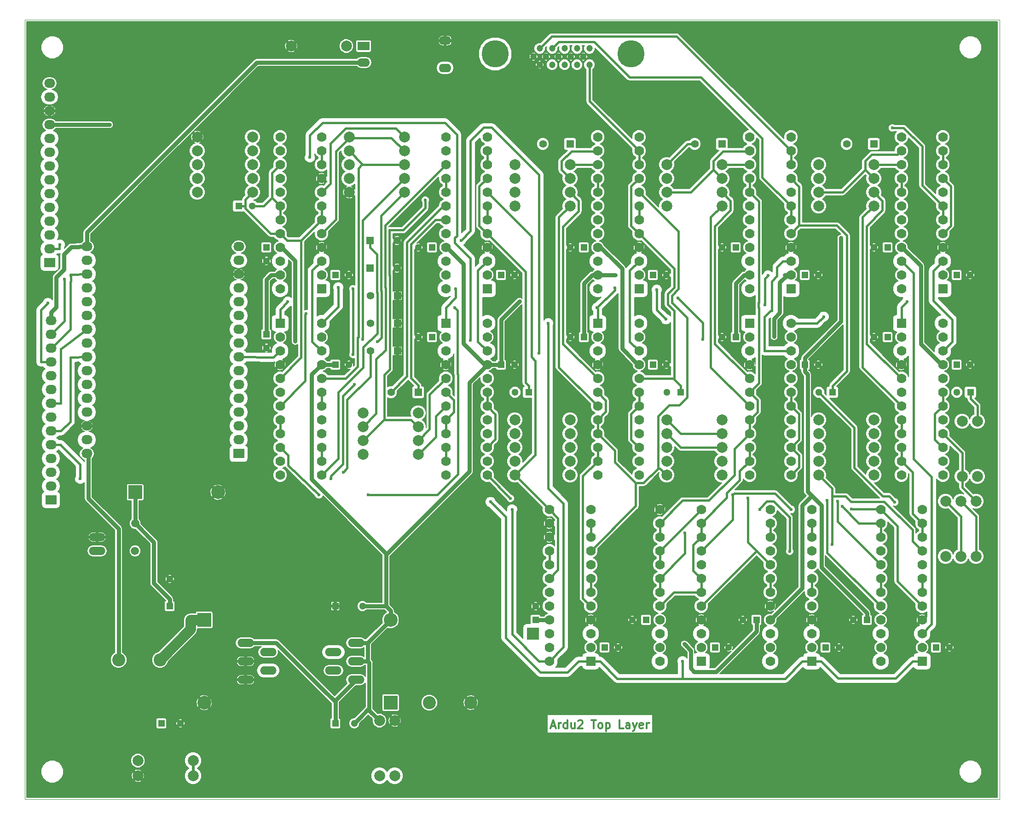
<source format=gtl>
G04 #@! TF.FileFunction,Copper,L1,Top,Mixed*
%FSLAX46Y46*%
G04 Gerber Fmt 4.6, Leading zero omitted, Abs format (unit mm)*
G04 Created by KiCad (PCBNEW 0.201509101502+6177~30~ubuntu15.04.1-product) date Sat 12 Sep 2015 07:26:27 PM CEST*
%MOMM*%
G01*
G04 APERTURE LIST*
%ADD10C,0.150000*%
%ADD11C,0.100000*%
%ADD12C,0.300000*%
%ADD13R,1.300000X1.300000*%
%ADD14C,1.300000*%
%ADD15R,1.400000X1.400000*%
%ADD16C,1.400000*%
%ADD17C,2.540000*%
%ADD18R,2.540000X2.540000*%
%ADD19C,2.400000*%
%ADD20O,3.014980X1.506220*%
%ADD21C,1.998980*%
%ADD22C,5.001260*%
%ADD23C,1.198880*%
%ADD24O,3.048000X1.524000*%
%ADD25O,2.032000X1.727200*%
%ADD26R,2.032000X1.727200*%
%ADD27R,2.286000X1.574800*%
%ADD28O,2.286000X1.574800*%
%ADD29C,1.501140*%
%ADD30R,1.778000X1.778000*%
%ADD31C,1.778000*%
%ADD32R,2.235200X2.235200*%
%ADD33C,0.600000*%
%ADD34C,0.762000*%
%ADD35C,0.381000*%
%ADD36C,1.905000*%
%ADD37C,0.508000*%
G04 APERTURE END LIST*
D10*
D11*
X241554000Y-161290000D02*
X62230000Y-161290000D01*
X241554000Y-160528000D02*
X241554000Y-161290000D01*
X241554000Y-17780000D02*
X69850000Y-17780000D01*
X241554000Y-160528000D02*
X241554000Y-17780000D01*
D12*
X159117829Y-147824000D02*
X159832115Y-147824000D01*
X158974972Y-148252571D02*
X159474972Y-146752571D01*
X159974972Y-148252571D01*
X160474972Y-148252571D02*
X160474972Y-147252571D01*
X160474972Y-147538286D02*
X160546400Y-147395429D01*
X160617829Y-147324000D01*
X160760686Y-147252571D01*
X160903543Y-147252571D01*
X162046400Y-148252571D02*
X162046400Y-146752571D01*
X162046400Y-148181143D02*
X161903543Y-148252571D01*
X161617829Y-148252571D01*
X161474971Y-148181143D01*
X161403543Y-148109714D01*
X161332114Y-147966857D01*
X161332114Y-147538286D01*
X161403543Y-147395429D01*
X161474971Y-147324000D01*
X161617829Y-147252571D01*
X161903543Y-147252571D01*
X162046400Y-147324000D01*
X163403543Y-147252571D02*
X163403543Y-148252571D01*
X162760686Y-147252571D02*
X162760686Y-148038286D01*
X162832114Y-148181143D01*
X162974972Y-148252571D01*
X163189257Y-148252571D01*
X163332114Y-148181143D01*
X163403543Y-148109714D01*
X164046400Y-146895429D02*
X164117829Y-146824000D01*
X164260686Y-146752571D01*
X164617829Y-146752571D01*
X164760686Y-146824000D01*
X164832115Y-146895429D01*
X164903543Y-147038286D01*
X164903543Y-147181143D01*
X164832115Y-147395429D01*
X163974972Y-148252571D01*
X164903543Y-148252571D01*
X166474971Y-146752571D02*
X167332114Y-146752571D01*
X166903543Y-148252571D02*
X166903543Y-146752571D01*
X168046400Y-148252571D02*
X167903542Y-148181143D01*
X167832114Y-148109714D01*
X167760685Y-147966857D01*
X167760685Y-147538286D01*
X167832114Y-147395429D01*
X167903542Y-147324000D01*
X168046400Y-147252571D01*
X168260685Y-147252571D01*
X168403542Y-147324000D01*
X168474971Y-147395429D01*
X168546400Y-147538286D01*
X168546400Y-147966857D01*
X168474971Y-148109714D01*
X168403542Y-148181143D01*
X168260685Y-148252571D01*
X168046400Y-148252571D01*
X169189257Y-147252571D02*
X169189257Y-148752571D01*
X169189257Y-147324000D02*
X169332114Y-147252571D01*
X169617828Y-147252571D01*
X169760685Y-147324000D01*
X169832114Y-147395429D01*
X169903543Y-147538286D01*
X169903543Y-147966857D01*
X169832114Y-148109714D01*
X169760685Y-148181143D01*
X169617828Y-148252571D01*
X169332114Y-148252571D01*
X169189257Y-148181143D01*
X172403543Y-148252571D02*
X171689257Y-148252571D01*
X171689257Y-146752571D01*
X173546400Y-148252571D02*
X173546400Y-147466857D01*
X173474971Y-147324000D01*
X173332114Y-147252571D01*
X173046400Y-147252571D01*
X172903543Y-147324000D01*
X173546400Y-148181143D02*
X173403543Y-148252571D01*
X173046400Y-148252571D01*
X172903543Y-148181143D01*
X172832114Y-148038286D01*
X172832114Y-147895429D01*
X172903543Y-147752571D01*
X173046400Y-147681143D01*
X173403543Y-147681143D01*
X173546400Y-147609714D01*
X174117829Y-147252571D02*
X174474972Y-148252571D01*
X174832114Y-147252571D02*
X174474972Y-148252571D01*
X174332114Y-148609714D01*
X174260686Y-148681143D01*
X174117829Y-148752571D01*
X175974971Y-148181143D02*
X175832114Y-148252571D01*
X175546400Y-148252571D01*
X175403543Y-148181143D01*
X175332114Y-148038286D01*
X175332114Y-147466857D01*
X175403543Y-147324000D01*
X175546400Y-147252571D01*
X175832114Y-147252571D01*
X175974971Y-147324000D01*
X176046400Y-147466857D01*
X176046400Y-147609714D01*
X175332114Y-147752571D01*
X176689257Y-148252571D02*
X176689257Y-147252571D01*
X176689257Y-147538286D02*
X176760685Y-147395429D01*
X176832114Y-147324000D01*
X176974971Y-147252571D01*
X177117828Y-147252571D01*
D11*
X62230000Y-17780000D02*
X62230000Y-161290000D01*
X69850000Y-17780000D02*
X62230000Y-17780000D01*
X187086666Y-147320000D02*
G75*
G03X187086666Y-147320000I-1666666J0D01*
G01*
X182920000Y-147320000D02*
X187920000Y-147320000D01*
X185420000Y-144820000D02*
X185420000Y-149820000D01*
X87391666Y-88265000D02*
G75*
G03X87391666Y-88265000I-1666666J0D01*
G01*
X83225000Y-88265000D02*
X88225000Y-88265000D01*
X85725000Y-85765000D02*
X85725000Y-90765000D01*
X238521666Y-40767000D02*
G75*
G03X238521666Y-40767000I-1666666J0D01*
G01*
X234355000Y-40767000D02*
X239355000Y-40767000D01*
X236855000Y-38267000D02*
X236855000Y-43267000D01*
D13*
X88900000Y-125730000D03*
D14*
X88900000Y-120730000D03*
D13*
X119380000Y-125730000D03*
D14*
X124380000Y-125730000D03*
D13*
X101600000Y-52070000D03*
D14*
X104100000Y-52070000D03*
D13*
X106680000Y-59690000D03*
D14*
X106680000Y-62190000D03*
D13*
X106680000Y-75692000D03*
D14*
X106680000Y-78192000D03*
D13*
X119380000Y-64770000D03*
D14*
X121880000Y-64770000D03*
D13*
X119380000Y-81280000D03*
D14*
X121880000Y-81280000D03*
D15*
X125730000Y-58420000D03*
D16*
X130730000Y-58420000D03*
D15*
X125730000Y-63500000D03*
D16*
X130730000Y-63500000D03*
D15*
X130810000Y-68580000D03*
D16*
X125810000Y-68580000D03*
D15*
X130810000Y-73660000D03*
D16*
X125810000Y-73660000D03*
D15*
X130810000Y-78740000D03*
D16*
X125810000Y-78740000D03*
D13*
X156210000Y-128270000D03*
D14*
X156210000Y-125770000D03*
D15*
X134620000Y-86360000D03*
D16*
X129620000Y-86360000D03*
D13*
X137160000Y-59690000D03*
D14*
X134660000Y-59690000D03*
D13*
X137160000Y-76200000D03*
D14*
X134660000Y-76200000D03*
D13*
X168910000Y-133350000D03*
D14*
X171410000Y-133350000D03*
D13*
X149860000Y-64770000D03*
D14*
X152360000Y-64770000D03*
D13*
X149860000Y-81280000D03*
D14*
X152360000Y-81280000D03*
D13*
X176530000Y-128270000D03*
D14*
X174030000Y-128270000D03*
D13*
X154940000Y-86360000D03*
D14*
X152440000Y-86360000D03*
D15*
X162560000Y-40640000D03*
D16*
X157560000Y-40640000D03*
D13*
X165100000Y-59690000D03*
D14*
X162600000Y-59690000D03*
D13*
X165100000Y-76200000D03*
D14*
X162600000Y-76200000D03*
D13*
X189230000Y-133350000D03*
D14*
X191730000Y-133350000D03*
D13*
X196850000Y-128270000D03*
D14*
X194350000Y-128270000D03*
D13*
X177800000Y-64770000D03*
D14*
X180300000Y-64770000D03*
D13*
X177800000Y-81280000D03*
D14*
X180300000Y-81280000D03*
D13*
X182880000Y-86360000D03*
D14*
X180380000Y-86360000D03*
D15*
X190500000Y-40640000D03*
D16*
X185500000Y-40640000D03*
D13*
X193040000Y-59690000D03*
D14*
X190540000Y-59690000D03*
D13*
X193040000Y-76200000D03*
D14*
X190540000Y-76200000D03*
D13*
X209550000Y-133350000D03*
D14*
X212050000Y-133350000D03*
D13*
X217170000Y-128270000D03*
D14*
X214670000Y-128270000D03*
D13*
X205740000Y-64770000D03*
D14*
X208240000Y-64770000D03*
D13*
X205740000Y-81280000D03*
D14*
X208240000Y-81280000D03*
D13*
X210820000Y-86360000D03*
D14*
X208320000Y-86360000D03*
D13*
X229870000Y-133350000D03*
D14*
X232370000Y-133350000D03*
D15*
X218440000Y-40640000D03*
D16*
X213440000Y-40640000D03*
D13*
X220980000Y-59690000D03*
D14*
X218480000Y-59690000D03*
D13*
X220980000Y-76200000D03*
D14*
X218480000Y-76200000D03*
D13*
X233680000Y-64770000D03*
D14*
X236180000Y-64770000D03*
D13*
X233680000Y-81280000D03*
D14*
X236180000Y-81280000D03*
D13*
X236220000Y-86360000D03*
D14*
X233720000Y-86360000D03*
D17*
X95252960Y-143511220D03*
D18*
X95252960Y-128271220D03*
D17*
X129537040Y-128268780D03*
D18*
X129537040Y-143508780D03*
D19*
X87122000Y-135636000D03*
X79502000Y-135636000D03*
X136652000Y-143510000D03*
X144272000Y-143510000D03*
D20*
X75565000Y-115570000D03*
X75565000Y-113030000D03*
D21*
X121412000Y-22606000D03*
X111252000Y-22606000D03*
X83058000Y-154178000D03*
X93218000Y-154178000D03*
X93218000Y-156972000D03*
X83058000Y-156972000D03*
X130302000Y-146812000D03*
X130302000Y-156972000D03*
X127508000Y-156972000D03*
X127508000Y-146812000D03*
X93980000Y-39370000D03*
X104140000Y-39370000D03*
X93980000Y-41910000D03*
X104140000Y-41910000D03*
X93980000Y-44450000D03*
X104140000Y-44450000D03*
X93980000Y-46990000D03*
X104140000Y-46990000D03*
X93980000Y-49530000D03*
X104140000Y-49530000D03*
X121920000Y-39370000D03*
X132080000Y-39370000D03*
X121920000Y-41910000D03*
X132080000Y-41910000D03*
X121920000Y-44450000D03*
X132080000Y-44450000D03*
X121920000Y-46990000D03*
X132080000Y-46990000D03*
X121920000Y-49530000D03*
X132080000Y-49530000D03*
X124460000Y-90170000D03*
X134620000Y-90170000D03*
X124460000Y-92710000D03*
X134620000Y-92710000D03*
X124460000Y-95250000D03*
X134620000Y-95250000D03*
X124460000Y-97790000D03*
X134620000Y-97790000D03*
X152400000Y-91440000D03*
X162560000Y-91440000D03*
X152400000Y-93980000D03*
X162560000Y-93980000D03*
X152400000Y-96520000D03*
X162560000Y-96520000D03*
X152400000Y-99060000D03*
X162560000Y-99060000D03*
X152400000Y-101600000D03*
X162560000Y-101600000D03*
X152400000Y-44450000D03*
X162560000Y-44450000D03*
X152400000Y-46990000D03*
X162560000Y-46990000D03*
X152400000Y-49530000D03*
X162560000Y-49530000D03*
X152400000Y-52070000D03*
X162560000Y-52070000D03*
X180340000Y-91440000D03*
X190500000Y-91440000D03*
X180340000Y-93980000D03*
X190500000Y-93980000D03*
X180340000Y-96520000D03*
X190500000Y-96520000D03*
X180340000Y-99060000D03*
X190500000Y-99060000D03*
X180340000Y-101600000D03*
X190500000Y-101600000D03*
X180340000Y-44450000D03*
X190500000Y-44450000D03*
X180340000Y-46990000D03*
X190500000Y-46990000D03*
X180340000Y-49530000D03*
X190500000Y-49530000D03*
X180340000Y-52070000D03*
X190500000Y-52070000D03*
X208280000Y-91440000D03*
X218440000Y-91440000D03*
X208280000Y-93980000D03*
X218440000Y-93980000D03*
X208280000Y-96520000D03*
X218440000Y-96520000D03*
X208280000Y-99060000D03*
X218440000Y-99060000D03*
X208280000Y-101600000D03*
X218440000Y-101600000D03*
X208280000Y-44450000D03*
X218440000Y-44450000D03*
X208280000Y-46990000D03*
X218440000Y-46990000D03*
X208280000Y-49530000D03*
X218440000Y-49530000D03*
X208280000Y-52070000D03*
X218440000Y-52070000D03*
X237490000Y-101854000D03*
X237490000Y-91694000D03*
X234696000Y-101854000D03*
X234696000Y-91694000D03*
X237236000Y-116586000D03*
X237236000Y-106426000D03*
X234442000Y-116586000D03*
X234442000Y-106426000D03*
X231648000Y-116586000D03*
X231648000Y-106426000D03*
D22*
X148795740Y-24061420D03*
D23*
X161556700Y-26060400D03*
X159270700Y-26060400D03*
X156979620Y-26060400D03*
X163850320Y-26060400D03*
X166138860Y-26060400D03*
X162704780Y-24561800D03*
X160416240Y-24561800D03*
X158125160Y-24561800D03*
X155834080Y-24561800D03*
D22*
X173784260Y-24061420D03*
D23*
X164995860Y-24561800D03*
X156979620Y-23060660D03*
X159270700Y-23060660D03*
X161559240Y-23063200D03*
X163850320Y-23060660D03*
X166138860Y-23060660D03*
D24*
X102870000Y-132486400D03*
X107035600Y-134188200D03*
X102870000Y-135890000D03*
X107035600Y-137591800D03*
X102870000Y-139293600D03*
X123190000Y-139293600D03*
X119024400Y-137591800D03*
X123190000Y-135890000D03*
X119024400Y-134188200D03*
X123190000Y-132486400D03*
D25*
X101600000Y-59563000D03*
X101600000Y-62103000D03*
X101600000Y-64643000D03*
X101600000Y-67183000D03*
X101600000Y-69723000D03*
X101600000Y-72263000D03*
X101600000Y-74803000D03*
X101600000Y-77343000D03*
X101600000Y-79883000D03*
X101600000Y-82423000D03*
X101600000Y-84963000D03*
X101600000Y-87503000D03*
X101600000Y-90043000D03*
X101600000Y-92583000D03*
X101600000Y-95123000D03*
D26*
X101600000Y-97663000D03*
D25*
X73660000Y-97663000D03*
X73660000Y-95123000D03*
X73660000Y-92583000D03*
X73660000Y-90043000D03*
X73660000Y-87503000D03*
X73660000Y-84963000D03*
X73660000Y-82423000D03*
X73660000Y-79883000D03*
X73660000Y-77343000D03*
X73660000Y-74803000D03*
X73660000Y-72263000D03*
X73660000Y-69723000D03*
X73660000Y-67183000D03*
X73660000Y-64643000D03*
X73660000Y-62103000D03*
X73660000Y-59563000D03*
D27*
X124580000Y-22630000D03*
D28*
X124580000Y-25630000D03*
X139580000Y-21630000D03*
X139580000Y-26630000D03*
D17*
X97791220Y-104772040D03*
D18*
X82551220Y-104772040D03*
D29*
X82550000Y-110490000D03*
X82539840Y-115570000D03*
D14*
X122880000Y-147320000D03*
D13*
X119380000Y-147320000D03*
D14*
X90876000Y-147320000D03*
D13*
X87376000Y-147320000D03*
D30*
X116840000Y-67310000D03*
D31*
X116840000Y-64770000D03*
X116840000Y-62230000D03*
X116840000Y-59690000D03*
X116840000Y-57150000D03*
X116840000Y-54610000D03*
X116840000Y-52070000D03*
X116840000Y-49530000D03*
X116840000Y-46990000D03*
X116840000Y-44450000D03*
X116840000Y-41910000D03*
X116840000Y-39370000D03*
X109220000Y-39370000D03*
X109220000Y-41910000D03*
X109220000Y-44450000D03*
X109220000Y-46990000D03*
X109220000Y-49530000D03*
X109220000Y-52070000D03*
X109220000Y-54610000D03*
X109220000Y-57150000D03*
X109220000Y-59690000D03*
X109220000Y-62230000D03*
X109220000Y-64770000D03*
X109220000Y-67310000D03*
D30*
X109220000Y-73660000D03*
D31*
X109220000Y-76200000D03*
X109220000Y-78740000D03*
X109220000Y-81280000D03*
X109220000Y-83820000D03*
X109220000Y-86360000D03*
X109220000Y-88900000D03*
X109220000Y-91440000D03*
X109220000Y-93980000D03*
X109220000Y-96520000D03*
X109220000Y-99060000D03*
X109220000Y-101600000D03*
X116840000Y-101600000D03*
X116840000Y-99060000D03*
X116840000Y-96520000D03*
X116840000Y-93980000D03*
X116840000Y-91440000D03*
X116840000Y-88900000D03*
X116840000Y-86360000D03*
X116840000Y-83820000D03*
X116840000Y-81280000D03*
X116840000Y-78740000D03*
X116840000Y-76200000D03*
X116840000Y-73660000D03*
D30*
X166370000Y-135890000D03*
D31*
X166370000Y-133350000D03*
X166370000Y-130810000D03*
X166370000Y-128270000D03*
X166370000Y-125730000D03*
X166370000Y-123190000D03*
X166370000Y-120650000D03*
X166370000Y-118110000D03*
X166370000Y-115570000D03*
X166370000Y-113030000D03*
X166370000Y-110490000D03*
X166370000Y-107950000D03*
X158750000Y-107950000D03*
X158750000Y-110490000D03*
X158750000Y-113030000D03*
X158750000Y-115570000D03*
X158750000Y-118110000D03*
X158750000Y-120650000D03*
X158750000Y-123190000D03*
X158750000Y-125730000D03*
X158750000Y-128270000D03*
X158750000Y-130810000D03*
X158750000Y-133350000D03*
X158750000Y-135890000D03*
D30*
X147320000Y-67310000D03*
D31*
X147320000Y-64770000D03*
X147320000Y-62230000D03*
X147320000Y-59690000D03*
X147320000Y-57150000D03*
X147320000Y-54610000D03*
X147320000Y-52070000D03*
X147320000Y-49530000D03*
X147320000Y-46990000D03*
X147320000Y-44450000D03*
X147320000Y-41910000D03*
X147320000Y-39370000D03*
X139700000Y-39370000D03*
X139700000Y-41910000D03*
X139700000Y-44450000D03*
X139700000Y-46990000D03*
X139700000Y-49530000D03*
X139700000Y-52070000D03*
X139700000Y-54610000D03*
X139700000Y-57150000D03*
X139700000Y-59690000D03*
X139700000Y-62230000D03*
X139700000Y-64770000D03*
X139700000Y-67310000D03*
D30*
X139700000Y-73660000D03*
D31*
X139700000Y-76200000D03*
X139700000Y-78740000D03*
X139700000Y-81280000D03*
X139700000Y-83820000D03*
X139700000Y-86360000D03*
X139700000Y-88900000D03*
X139700000Y-91440000D03*
X139700000Y-93980000D03*
X139700000Y-96520000D03*
X139700000Y-99060000D03*
X139700000Y-101600000D03*
X147320000Y-101600000D03*
X147320000Y-99060000D03*
X147320000Y-96520000D03*
X147320000Y-93980000D03*
X147320000Y-91440000D03*
X147320000Y-88900000D03*
X147320000Y-86360000D03*
X147320000Y-83820000D03*
X147320000Y-81280000D03*
X147320000Y-78740000D03*
X147320000Y-76200000D03*
X147320000Y-73660000D03*
D30*
X186690000Y-135890000D03*
D31*
X186690000Y-133350000D03*
X186690000Y-130810000D03*
X186690000Y-128270000D03*
X186690000Y-125730000D03*
X186690000Y-123190000D03*
X186690000Y-120650000D03*
X186690000Y-118110000D03*
X186690000Y-115570000D03*
X186690000Y-113030000D03*
X186690000Y-110490000D03*
X186690000Y-107950000D03*
X179070000Y-107950000D03*
X179070000Y-110490000D03*
X179070000Y-113030000D03*
X179070000Y-115570000D03*
X179070000Y-118110000D03*
X179070000Y-120650000D03*
X179070000Y-123190000D03*
X179070000Y-125730000D03*
X179070000Y-128270000D03*
X179070000Y-130810000D03*
X179070000Y-133350000D03*
X179070000Y-135890000D03*
D30*
X175260000Y-67310000D03*
D31*
X175260000Y-64770000D03*
X175260000Y-62230000D03*
X175260000Y-59690000D03*
X175260000Y-57150000D03*
X175260000Y-54610000D03*
X175260000Y-52070000D03*
X175260000Y-49530000D03*
X175260000Y-46990000D03*
X175260000Y-44450000D03*
X175260000Y-41910000D03*
X175260000Y-39370000D03*
X167640000Y-39370000D03*
X167640000Y-41910000D03*
X167640000Y-44450000D03*
X167640000Y-46990000D03*
X167640000Y-49530000D03*
X167640000Y-52070000D03*
X167640000Y-54610000D03*
X167640000Y-57150000D03*
X167640000Y-59690000D03*
X167640000Y-62230000D03*
X167640000Y-64770000D03*
X167640000Y-67310000D03*
D30*
X167640000Y-73660000D03*
D31*
X167640000Y-76200000D03*
X167640000Y-78740000D03*
X167640000Y-81280000D03*
X167640000Y-83820000D03*
X167640000Y-86360000D03*
X167640000Y-88900000D03*
X167640000Y-91440000D03*
X167640000Y-93980000D03*
X167640000Y-96520000D03*
X167640000Y-99060000D03*
X167640000Y-101600000D03*
X175260000Y-101600000D03*
X175260000Y-99060000D03*
X175260000Y-96520000D03*
X175260000Y-93980000D03*
X175260000Y-91440000D03*
X175260000Y-88900000D03*
X175260000Y-86360000D03*
X175260000Y-83820000D03*
X175260000Y-81280000D03*
X175260000Y-78740000D03*
X175260000Y-76200000D03*
X175260000Y-73660000D03*
D30*
X207010000Y-135890000D03*
D31*
X207010000Y-133350000D03*
X207010000Y-130810000D03*
X207010000Y-128270000D03*
X207010000Y-125730000D03*
X207010000Y-123190000D03*
X207010000Y-120650000D03*
X207010000Y-118110000D03*
X207010000Y-115570000D03*
X207010000Y-113030000D03*
X207010000Y-110490000D03*
X207010000Y-107950000D03*
X199390000Y-107950000D03*
X199390000Y-110490000D03*
X199390000Y-113030000D03*
X199390000Y-115570000D03*
X199390000Y-118110000D03*
X199390000Y-120650000D03*
X199390000Y-123190000D03*
X199390000Y-125730000D03*
X199390000Y-128270000D03*
X199390000Y-130810000D03*
X199390000Y-133350000D03*
X199390000Y-135890000D03*
D30*
X203200000Y-67310000D03*
D31*
X203200000Y-64770000D03*
X203200000Y-62230000D03*
X203200000Y-59690000D03*
X203200000Y-57150000D03*
X203200000Y-54610000D03*
X203200000Y-52070000D03*
X203200000Y-49530000D03*
X203200000Y-46990000D03*
X203200000Y-44450000D03*
X203200000Y-41910000D03*
X203200000Y-39370000D03*
X195580000Y-39370000D03*
X195580000Y-41910000D03*
X195580000Y-44450000D03*
X195580000Y-46990000D03*
X195580000Y-49530000D03*
X195580000Y-52070000D03*
X195580000Y-54610000D03*
X195580000Y-57150000D03*
X195580000Y-59690000D03*
X195580000Y-62230000D03*
X195580000Y-64770000D03*
X195580000Y-67310000D03*
D30*
X195580000Y-73660000D03*
D31*
X195580000Y-76200000D03*
X195580000Y-78740000D03*
X195580000Y-81280000D03*
X195580000Y-83820000D03*
X195580000Y-86360000D03*
X195580000Y-88900000D03*
X195580000Y-91440000D03*
X195580000Y-93980000D03*
X195580000Y-96520000D03*
X195580000Y-99060000D03*
X195580000Y-101600000D03*
X203200000Y-101600000D03*
X203200000Y-99060000D03*
X203200000Y-96520000D03*
X203200000Y-93980000D03*
X203200000Y-91440000D03*
X203200000Y-88900000D03*
X203200000Y-86360000D03*
X203200000Y-83820000D03*
X203200000Y-81280000D03*
X203200000Y-78740000D03*
X203200000Y-76200000D03*
X203200000Y-73660000D03*
D30*
X227330000Y-135890000D03*
D31*
X227330000Y-133350000D03*
X227330000Y-130810000D03*
X227330000Y-128270000D03*
X227330000Y-125730000D03*
X227330000Y-123190000D03*
X227330000Y-120650000D03*
X227330000Y-118110000D03*
X227330000Y-115570000D03*
X227330000Y-113030000D03*
X227330000Y-110490000D03*
X227330000Y-107950000D03*
X219710000Y-107950000D03*
X219710000Y-110490000D03*
X219710000Y-113030000D03*
X219710000Y-115570000D03*
X219710000Y-118110000D03*
X219710000Y-120650000D03*
X219710000Y-123190000D03*
X219710000Y-125730000D03*
X219710000Y-128270000D03*
X219710000Y-130810000D03*
X219710000Y-133350000D03*
X219710000Y-135890000D03*
D30*
X231140000Y-67310000D03*
D31*
X231140000Y-64770000D03*
X231140000Y-62230000D03*
X231140000Y-59690000D03*
X231140000Y-57150000D03*
X231140000Y-54610000D03*
X231140000Y-52070000D03*
X231140000Y-49530000D03*
X231140000Y-46990000D03*
X231140000Y-44450000D03*
X231140000Y-41910000D03*
X231140000Y-39370000D03*
X223520000Y-39370000D03*
X223520000Y-41910000D03*
X223520000Y-44450000D03*
X223520000Y-46990000D03*
X223520000Y-49530000D03*
X223520000Y-52070000D03*
X223520000Y-54610000D03*
X223520000Y-57150000D03*
X223520000Y-59690000D03*
X223520000Y-62230000D03*
X223520000Y-64770000D03*
X223520000Y-67310000D03*
D30*
X223520000Y-73660000D03*
D31*
X223520000Y-76200000D03*
X223520000Y-78740000D03*
X223520000Y-81280000D03*
X223520000Y-83820000D03*
X223520000Y-86360000D03*
X223520000Y-88900000D03*
X223520000Y-91440000D03*
X223520000Y-93980000D03*
X223520000Y-96520000D03*
X223520000Y-99060000D03*
X223520000Y-101600000D03*
X231140000Y-101600000D03*
X231140000Y-99060000D03*
X231140000Y-96520000D03*
X231140000Y-93980000D03*
X231140000Y-91440000D03*
X231140000Y-88900000D03*
X231140000Y-86360000D03*
X231140000Y-83820000D03*
X231140000Y-81280000D03*
X231140000Y-78740000D03*
X231140000Y-76200000D03*
X231140000Y-73660000D03*
D26*
X67056000Y-106172000D03*
D25*
X67056000Y-103632000D03*
X67056000Y-101092000D03*
X67056000Y-98552000D03*
X67056000Y-96012000D03*
X67056000Y-93472000D03*
X67056000Y-90932000D03*
X67056000Y-88392000D03*
X67056000Y-85852000D03*
X67056000Y-83312000D03*
X67056000Y-80772000D03*
X67056000Y-78232000D03*
X67056000Y-75692000D03*
X67056000Y-73152000D03*
D26*
X66802000Y-62484000D03*
D25*
X66802000Y-59944000D03*
X66802000Y-57404000D03*
X66802000Y-54864000D03*
X66802000Y-52324000D03*
X66802000Y-49784000D03*
X66802000Y-47244000D03*
X66802000Y-44704000D03*
X66802000Y-42164000D03*
X66802000Y-39624000D03*
X66802000Y-37084000D03*
X66802000Y-34544000D03*
X66802000Y-32004000D03*
X66802000Y-29464000D03*
D32*
X155702000Y-130810000D03*
D33*
X158800800Y-54457600D03*
X228879400Y-71805800D03*
X228828600Y-76504800D03*
X77851000Y-37084000D03*
X183589300Y-132706700D03*
X153278300Y-69598300D03*
X172132000Y-70393500D03*
X212387800Y-57954500D03*
X111992700Y-77004400D03*
X200101200Y-76149200D03*
X170891200Y-64770000D03*
X209868300Y-106219800D03*
X183717000Y-112249200D03*
X122622300Y-67313500D03*
X122622300Y-79386500D03*
X122888500Y-84907500D03*
X118564800Y-102309200D03*
X141314300Y-70786900D03*
X125446100Y-105247900D03*
X116332000Y-105283000D03*
X113997600Y-71883000D03*
X120839200Y-101061500D03*
X212618400Y-107389900D03*
X151609000Y-105889000D03*
X210774200Y-114345800D03*
X222328000Y-106565900D03*
X221854100Y-37699200D03*
X124386500Y-76661700D03*
X127111500Y-77059300D03*
X135953500Y-50990500D03*
X195278500Y-105831900D03*
X211746600Y-106407400D03*
X214325100Y-107860500D03*
X203275700Y-107950000D03*
X192444700Y-105253000D03*
X114709500Y-43126100D03*
X144253000Y-76799600D03*
X142501700Y-58387200D03*
X156830400Y-79184400D03*
X182395800Y-69008100D03*
X186951200Y-76631400D03*
X170789600Y-67106800D03*
X167493300Y-70811200D03*
X198978900Y-64878800D03*
X224541500Y-69640700D03*
X198386800Y-70313000D03*
X180204500Y-72934200D03*
X178501500Y-67506100D03*
X110652300Y-69710200D03*
X141549600Y-67310000D03*
X183261000Y-135890000D03*
X147955000Y-106553000D03*
X209217500Y-72436000D03*
X158546700Y-73660000D03*
X119920000Y-67053200D03*
X151892000Y-107950000D03*
X197457900Y-107950000D03*
X202946000Y-115633500D03*
X72453500Y-102298500D03*
X66496200Y-69939100D03*
X69583500Y-65499600D03*
X68730800Y-59171500D03*
D34*
X82551200Y-110490000D02*
X82551200Y-104772000D01*
X88900000Y-124444700D02*
X85990000Y-121534700D01*
X85990000Y-121534700D02*
X85990000Y-113928800D01*
X85990000Y-113928800D02*
X82551200Y-110490000D01*
X82551200Y-110490000D02*
X82550000Y-110490000D01*
X88900000Y-125730000D02*
X88900000Y-124444700D01*
X119380000Y-147320000D02*
X119380000Y-143510000D01*
X116963400Y-140944300D02*
X108505500Y-132486400D01*
X108505500Y-132486400D02*
X102870000Y-132486400D01*
X119380000Y-143360900D02*
X119380000Y-143510000D01*
X116963400Y-140944300D02*
X119380000Y-143360900D01*
X119380000Y-143103600D02*
X119380000Y-143360900D01*
X123190000Y-139293600D02*
X119380000Y-143103600D01*
X171348400Y-55778400D02*
X175260000Y-59690000D01*
X171348400Y-39776400D02*
X171348400Y-55778400D01*
X167284400Y-35712400D02*
X171348400Y-39776400D01*
X163195000Y-35712400D02*
X167284400Y-35712400D01*
X160096200Y-38811200D02*
X163195000Y-35712400D01*
X160096200Y-41452800D02*
X160096200Y-38811200D01*
X158775400Y-42773600D02*
X160096200Y-41452800D01*
X158775400Y-54432200D02*
X158775400Y-42773600D01*
X158800800Y-54457600D02*
X158775400Y-54432200D01*
X228879400Y-76454000D02*
X228879400Y-71805800D01*
X228828600Y-76504800D02*
X228879400Y-76454000D01*
X223520000Y-81280000D02*
X223266800Y-81280000D01*
X227330000Y-128270000D02*
X227111700Y-128270000D01*
X195580000Y-81280000D02*
X195326800Y-81280000D01*
X66802000Y-37084000D02*
X77851000Y-37084000D01*
X128697300Y-125730000D02*
X124380000Y-125730000D01*
X129537000Y-128268800D02*
X129537000Y-126569700D01*
X129537000Y-126569700D02*
X128697300Y-125730000D01*
X128827700Y-116165100D02*
X128697300Y-116295500D01*
X128697300Y-116295500D02*
X128697300Y-125730000D01*
X217170000Y-126984700D02*
X208788300Y-118603000D01*
X208788300Y-118603000D02*
X208788300Y-107213300D01*
X208788300Y-107213300D02*
X207010100Y-105435100D01*
X207010100Y-105435100D02*
X207010000Y-105435100D01*
X207010000Y-105435100D02*
X205231700Y-107213400D01*
X205231700Y-107213400D02*
X205231700Y-122428300D01*
X205231700Y-122428300D02*
X199390000Y-128270000D01*
X207010000Y-105435100D02*
X206252400Y-104677500D01*
X206252400Y-104677500D02*
X206252400Y-83077700D01*
X206252400Y-83077700D02*
X205740000Y-82565300D01*
X196850000Y-128270000D02*
X196850000Y-130410200D01*
X196850000Y-130410200D02*
X189464900Y-137795300D01*
X189464900Y-137795300D02*
X185380000Y-137795300D01*
X185380000Y-137795300D02*
X184784700Y-137200000D01*
X184784700Y-137200000D02*
X184784700Y-133902100D01*
X184784700Y-133902100D02*
X183589300Y-132706700D01*
X205740000Y-81280000D02*
X205740000Y-82565300D01*
X217170000Y-128270000D02*
X217170000Y-126984700D01*
X153278300Y-69598300D02*
X149860000Y-73016600D01*
X149860000Y-73016600D02*
X149860000Y-81280000D01*
X231140000Y-81280000D02*
X230923600Y-81280000D01*
X230923600Y-81280000D02*
X227090000Y-77446400D01*
X227090000Y-77446400D02*
X227090000Y-63101200D01*
X227090000Y-63101200D02*
X223678800Y-59690000D01*
X223678800Y-59690000D02*
X223520000Y-59690000D01*
X205740000Y-79994700D02*
X212387800Y-73346900D01*
X212387800Y-73346900D02*
X212387800Y-57954500D01*
X175260000Y-81280000D02*
X175071800Y-81280000D01*
X175071800Y-81280000D02*
X172132000Y-78340200D01*
X172132000Y-78340200D02*
X172132000Y-70393500D01*
X167640000Y-59690000D02*
X168217200Y-59690000D01*
X168217200Y-59690000D02*
X172132000Y-63604800D01*
X172132000Y-63604800D02*
X172132000Y-70393500D01*
X205740000Y-81280000D02*
X205740000Y-79994700D01*
X147096000Y-81504000D02*
X147320000Y-81280000D01*
X128827700Y-116165100D02*
X144051100Y-100941700D01*
X144051100Y-100941700D02*
X144051100Y-84548900D01*
X144051100Y-84548900D02*
X147096000Y-81504000D01*
X139700000Y-59690000D02*
X139916500Y-59690000D01*
X139916500Y-59690000D02*
X142936700Y-62710200D01*
X142936700Y-62710200D02*
X142936700Y-77344700D01*
X142936700Y-77344700D02*
X147096000Y-81504000D01*
X125319400Y-132486400D02*
X125349300Y-132516300D01*
X125349300Y-132516300D02*
X125349300Y-135890000D01*
X125222200Y-132486400D02*
X125319400Y-132486400D01*
X125319400Y-132486400D02*
X129537000Y-128268800D01*
X128827700Y-116165100D02*
X115050800Y-102388200D01*
X115050800Y-102388200D02*
X115050800Y-83069200D01*
X115050800Y-83069200D02*
X116840000Y-81280000D01*
X109220000Y-59690000D02*
X109495700Y-59690000D01*
X109495700Y-59690000D02*
X111992700Y-62187000D01*
X111992700Y-62187000D02*
X111992700Y-77004400D01*
X123190000Y-132486400D02*
X125222200Y-132486400D01*
X127508000Y-146812000D02*
X127200600Y-146504600D01*
X123190000Y-135890000D02*
X125349300Y-135890000D01*
X156210000Y-128270000D02*
X158750000Y-128270000D01*
X147320000Y-81280000D02*
X148574700Y-81280000D01*
X149860000Y-81280000D02*
X148574700Y-81280000D01*
X116840000Y-81280000D02*
X118094700Y-81280000D01*
X119380000Y-81280000D02*
X118094700Y-81280000D01*
X125547000Y-144653000D02*
X123695400Y-146504600D01*
X122880000Y-147320000D02*
X123695400Y-146504600D01*
X125609700Y-136150400D02*
X125349300Y-135890000D01*
X125603000Y-144653000D02*
X125547000Y-144653000D01*
X125603000Y-136157100D02*
X125603000Y-144653000D01*
X125609700Y-136150400D02*
X125603000Y-136157100D01*
X125547000Y-144851000D02*
X125547000Y-144653000D01*
X127508000Y-146812000D02*
X125547000Y-144851000D01*
X203200000Y-64770000D02*
X202012602Y-64770000D01*
X202012602Y-64770000D02*
X203200000Y-64770000D01*
X203200000Y-64770000D02*
X203123800Y-64846200D01*
X203123800Y-64846200D02*
X202436152Y-64846200D01*
X202436152Y-64846200D02*
X201142600Y-66139752D01*
X201142600Y-66139752D02*
X201142600Y-71755000D01*
X201142600Y-71755000D02*
X200101200Y-72796400D01*
X200101200Y-72796400D02*
X200101200Y-76149200D01*
X170891200Y-64770000D02*
X167640000Y-64770000D01*
X73914000Y-105918000D02*
X79502000Y-111506000D01*
X79502000Y-111506000D02*
X79502000Y-135636000D01*
X194564000Y-64770000D02*
X193040000Y-66294000D01*
X193040000Y-66294000D02*
X193040000Y-76200000D01*
X195580000Y-64770000D02*
X194564000Y-64770000D01*
X166624000Y-64770000D02*
X165100000Y-66294000D01*
X165100000Y-66294000D02*
X165100000Y-76200000D01*
X167640000Y-64770000D02*
X166624000Y-64770000D01*
X106680000Y-65659000D02*
X106680000Y-75692000D01*
X107569000Y-64770000D02*
X106680000Y-65659000D01*
X109220000Y-64770000D02*
X107569000Y-64770000D01*
X73914000Y-97917000D02*
X73914000Y-105918000D01*
X73660000Y-97663000D02*
X73914000Y-97917000D01*
D35*
X219710000Y-125730000D02*
X209868300Y-115888300D01*
X209868300Y-115888300D02*
X209868300Y-106219800D01*
X183717000Y-112249200D02*
X183717000Y-116003000D01*
X183717000Y-116003000D02*
X179070000Y-120650000D01*
X113030100Y-58419900D02*
X113091200Y-58481000D01*
X113091200Y-58481000D02*
X113091200Y-79948800D01*
X113091200Y-79948800D02*
X109220000Y-83820000D01*
X113030100Y-58419900D02*
X116840000Y-54610000D01*
X113030100Y-58419900D02*
X110489900Y-58419900D01*
X110489900Y-58419900D02*
X109220000Y-57150000D01*
X102821800Y-52070000D02*
X102821800Y-52528200D01*
X102821800Y-52528200D02*
X107443600Y-57150000D01*
X107443600Y-57150000D02*
X109220000Y-57150000D01*
X104140000Y-49530000D02*
X102821800Y-50848200D01*
X102821800Y-50848200D02*
X102821800Y-52070000D01*
X101600000Y-52070000D02*
X102821800Y-52070000D01*
X116840000Y-52070000D02*
X116840000Y-54610000D01*
X109220000Y-93980000D02*
X109220000Y-91440000D01*
X116840000Y-96520000D02*
X116840000Y-99060000D01*
X116840000Y-86360000D02*
X116840000Y-88900000D01*
X179070000Y-123190000D02*
X179070000Y-120650000D01*
X107708700Y-50558700D02*
X109220000Y-52070000D01*
X109220000Y-44450000D02*
X107708700Y-45961300D01*
X107708700Y-45961300D02*
X107708700Y-50558700D01*
X107708700Y-50558700D02*
X106197400Y-52070000D01*
X106197400Y-52070000D02*
X104100000Y-52070000D01*
X116840000Y-41910000D02*
X116840000Y-44450000D01*
X109220000Y-54610000D02*
X109220000Y-52070000D01*
X125730000Y-59691800D02*
X127001800Y-60963600D01*
X127001800Y-60963600D02*
X127001800Y-67973200D01*
X127001800Y-67973200D02*
X127081800Y-68053200D01*
X127081800Y-68053200D02*
X127081800Y-75489300D01*
X127081800Y-75489300D02*
X124482900Y-78088200D01*
X124482900Y-78088200D02*
X124482900Y-81816000D01*
X124482900Y-81816000D02*
X119911100Y-86387800D01*
X119911100Y-86387800D02*
X119911100Y-98528900D01*
X119911100Y-98528900D02*
X116840000Y-101600000D01*
X125730000Y-58420000D02*
X125730000Y-59691800D01*
X122622300Y-67313500D02*
X122622300Y-79386500D01*
X122888500Y-84907500D02*
X120785000Y-87011000D01*
X120785000Y-87011000D02*
X120785000Y-99540500D01*
X120785000Y-99540500D02*
X118564800Y-101760700D01*
X118564800Y-101760700D02*
X118564800Y-102309200D01*
X141314300Y-70786900D02*
X141856900Y-71329500D01*
X141856900Y-71329500D02*
X141856900Y-82968300D01*
X141856900Y-82968300D02*
X141933300Y-83044700D01*
X141933300Y-83044700D02*
X141933300Y-101432500D01*
X141933300Y-101432500D02*
X138117900Y-105247900D01*
X138117900Y-105247900D02*
X125446100Y-105247900D01*
X109220000Y-96520000D02*
X110680900Y-97980900D01*
X110680900Y-97980900D02*
X110680900Y-99786100D01*
X110680900Y-99786100D02*
X116332000Y-105283000D01*
X113997600Y-71883000D02*
X113853600Y-72027000D01*
X113853600Y-72027000D02*
X113853600Y-84266400D01*
X113853600Y-84266400D02*
X109220000Y-88900000D01*
X120839200Y-101061500D02*
X121547400Y-100353300D01*
X121547400Y-100353300D02*
X121547400Y-87733500D01*
X121547400Y-87733500D02*
X125810000Y-83470900D01*
X125810000Y-83470900D02*
X125810000Y-78740000D01*
X134620000Y-86360000D02*
X134620000Y-85088200D01*
X139700000Y-54610000D02*
X137755800Y-54610000D01*
X137755800Y-54610000D02*
X133303500Y-59062300D01*
X133303500Y-59062300D02*
X133303500Y-83771700D01*
X133303500Y-83771700D02*
X134620000Y-85088200D01*
X139700000Y-52070000D02*
X139217600Y-52070000D01*
X139217600Y-52070000D02*
X132541100Y-58746500D01*
X132541100Y-58746500D02*
X132541100Y-83438900D01*
X132541100Y-83438900D02*
X129620000Y-86360000D01*
X154940000Y-85138200D02*
X154358100Y-84556300D01*
X154358100Y-84556300D02*
X154358100Y-64188100D01*
X154358100Y-64188100D02*
X147320000Y-57150000D01*
X154940000Y-86360000D02*
X154940000Y-85138200D01*
X147320000Y-57150000D02*
X145858600Y-55688600D01*
X145858600Y-55688600D02*
X145858600Y-48451400D01*
X145858600Y-48451400D02*
X147320000Y-46990000D01*
X219710000Y-110490000D02*
X215718500Y-110490000D01*
X215718500Y-110490000D02*
X212618400Y-107389900D01*
X219710000Y-113030000D02*
X219710000Y-110490000D01*
X147320000Y-101600000D02*
X151609000Y-105889000D01*
X147320000Y-96520000D02*
X148816300Y-95023700D01*
X148816300Y-95023700D02*
X148816300Y-90396300D01*
X148816300Y-90396300D02*
X147320000Y-88900000D01*
X199390000Y-113030000D02*
X199390000Y-110490000D01*
X147320000Y-86360000D02*
X147320000Y-88900000D01*
X139700000Y-99060000D02*
X139700000Y-96520000D01*
X175260000Y-57150000D02*
X181689700Y-63579700D01*
X181689700Y-63579700D02*
X181689700Y-67042900D01*
X181689700Y-67042900D02*
X180507700Y-68224900D01*
X180507700Y-68224900D02*
X180507700Y-70196200D01*
X180507700Y-70196200D02*
X181689700Y-71378200D01*
X181689700Y-71378200D02*
X181689700Y-83820000D01*
X182880000Y-85138200D02*
X181689700Y-83947900D01*
X181689700Y-83947900D02*
X181689700Y-83820000D01*
X175260000Y-83820000D02*
X181689700Y-83820000D01*
X175260000Y-57150000D02*
X173799000Y-55689000D01*
X173799000Y-55689000D02*
X173799000Y-48451000D01*
X173799000Y-48451000D02*
X175260000Y-46990000D01*
X182880000Y-86360000D02*
X182880000Y-85138200D01*
X210774200Y-105509100D02*
X210774200Y-114345800D01*
X208280000Y-101600000D02*
X210774200Y-104094200D01*
X210774200Y-104094200D02*
X210774200Y-105509100D01*
X227330000Y-115570000D02*
X225566200Y-113806200D01*
X225566200Y-113806200D02*
X225566200Y-111698700D01*
X225566200Y-111698700D02*
X220356600Y-106489100D01*
X220356600Y-106489100D02*
X214226800Y-106489100D01*
X214226800Y-106489100D02*
X213246800Y-105509100D01*
X213246800Y-105509100D02*
X210774200Y-105509100D01*
X179070000Y-110490000D02*
X179070000Y-113030000D01*
X195580000Y-93980000D02*
X192804400Y-96755600D01*
X192804400Y-96755600D02*
X192804400Y-101577500D01*
X192804400Y-101577500D02*
X188086100Y-106295800D01*
X188086100Y-106295800D02*
X183264200Y-106295800D01*
X183264200Y-106295800D02*
X179070000Y-110490000D01*
X195580000Y-93980000D02*
X195580000Y-91440000D01*
X195580000Y-86360000D02*
X197295800Y-84644200D01*
X197295800Y-84644200D02*
X197295800Y-70814300D01*
X197295800Y-70814300D02*
X197260700Y-70779200D01*
X197260700Y-70779200D02*
X197260700Y-69846800D01*
X197260700Y-69846800D02*
X197295800Y-69811700D01*
X197295800Y-69811700D02*
X197295800Y-51245800D01*
X197295800Y-51245800D02*
X195580000Y-49530000D01*
X195580000Y-91440000D02*
X197043900Y-89976100D01*
X197043900Y-89976100D02*
X197043900Y-87823900D01*
X197043900Y-87823900D02*
X195580000Y-86360000D01*
X195580000Y-46990000D02*
X195580000Y-49530000D01*
X166370000Y-110490000D02*
X166370000Y-113030000D01*
X185500000Y-40640000D02*
X184150000Y-40640000D01*
X184150000Y-40640000D02*
X180340000Y-44450000D01*
X204711300Y-55638700D02*
X204711300Y-48501300D01*
X204711300Y-48501300D02*
X203200000Y-46990000D01*
X203200000Y-57150000D02*
X204711300Y-55638700D01*
X210820000Y-85138200D02*
X213473900Y-82484300D01*
X213473900Y-82484300D02*
X213473900Y-57469300D01*
X213473900Y-57469300D02*
X211643300Y-55638700D01*
X211643300Y-55638700D02*
X204711300Y-55638700D01*
X210820000Y-86360000D02*
X210820000Y-85138200D01*
X186690000Y-123190000D02*
X181610000Y-123190000D01*
X181610000Y-123190000D02*
X179070000Y-125730000D01*
X186690000Y-123190000D02*
X186690000Y-120650000D01*
X222328000Y-106565900D02*
X221250600Y-105488500D01*
X221250600Y-105488500D02*
X220092600Y-105488500D01*
X220092600Y-105488500D02*
X214852400Y-100248300D01*
X214852400Y-100248300D02*
X214852400Y-92892400D01*
X214852400Y-92892400D02*
X208320000Y-86360000D01*
X203200000Y-96520000D02*
X204667800Y-97987800D01*
X204667800Y-97987800D02*
X204667800Y-100132200D01*
X204667800Y-100132200D02*
X203200000Y-101600000D01*
X203200000Y-88900000D02*
X204660900Y-90360900D01*
X204660900Y-90360900D02*
X204660900Y-95059100D01*
X204660900Y-95059100D02*
X203200000Y-96520000D01*
X195580000Y-99060000D02*
X193760400Y-100879600D01*
X193760400Y-100879600D02*
X193760400Y-102526500D01*
X193760400Y-102526500D02*
X191394900Y-104892000D01*
X191394900Y-104892000D02*
X191394900Y-105785100D01*
X191394900Y-105785100D02*
X186690000Y-110490000D01*
X195580000Y-96520000D02*
X195580000Y-99060000D01*
X186690000Y-110490000D02*
X186690000Y-113030000D01*
X186690000Y-120650000D02*
X185227600Y-119187600D01*
X185227600Y-119187600D02*
X185227600Y-114492400D01*
X185227600Y-114492400D02*
X186690000Y-113030000D01*
X203200000Y-86360000D02*
X203200000Y-88900000D01*
X231140000Y-57150000D02*
X232610100Y-55679900D01*
X232610100Y-55679900D02*
X232610100Y-48460100D01*
X232610100Y-48460100D02*
X231140000Y-46990000D01*
X236220000Y-86360000D02*
X236220000Y-87581800D01*
X237490000Y-91694000D02*
X237490000Y-88851800D01*
X237490000Y-88851800D02*
X236220000Y-87581800D01*
X223520000Y-99060000D02*
X223520000Y-96520000D01*
X227330000Y-110490000D02*
X225588900Y-108748900D01*
X225588900Y-108748900D02*
X225588900Y-101128900D01*
X225588900Y-101128900D02*
X223520000Y-99060000D01*
X231140000Y-88900000D02*
X229671600Y-90368400D01*
X229671600Y-90368400D02*
X229671600Y-95051600D01*
X229671600Y-95051600D02*
X231140000Y-96520000D01*
X231140000Y-86360000D02*
X231140000Y-88900000D01*
X227330000Y-120650000D02*
X227330000Y-123190000D01*
X227330000Y-110490000D02*
X227330000Y-113030000D01*
X219710000Y-123190000D02*
X219710000Y-120650000D01*
D36*
X95253000Y-128271200D02*
X92776200Y-128271200D01*
X87122000Y-135636000D02*
X92776200Y-129981800D01*
X92776200Y-129981800D02*
X92776200Y-128271200D01*
D35*
X147320000Y-41910000D02*
X147320000Y-44450000D01*
X147320000Y-52070000D02*
X147320000Y-54610000D01*
X175260000Y-41910000D02*
X166138900Y-32788900D01*
X166138900Y-32788900D02*
X166138900Y-26060400D01*
X175260000Y-41910000D02*
X175260000Y-44450000D01*
X175260000Y-52070000D02*
X175260000Y-54610000D01*
X203200000Y-41910000D02*
X182130500Y-20840500D01*
X182130500Y-20840500D02*
X159199800Y-20840500D01*
X159199800Y-20840500D02*
X156979600Y-23060700D01*
X203200000Y-41910000D02*
X203200000Y-44450000D01*
X203200000Y-52070000D02*
X197917600Y-46787600D01*
X197917600Y-46787600D02*
X197917600Y-39632800D01*
X197917600Y-39632800D02*
X186666200Y-28381400D01*
X186666200Y-28381400D02*
X173495300Y-28381400D01*
X173495300Y-28381400D02*
X166996100Y-21882200D01*
X166996100Y-21882200D02*
X160449200Y-21882200D01*
X160449200Y-21882200D02*
X159270700Y-23060700D01*
X203200000Y-52070000D02*
X203200000Y-54610000D01*
X231140000Y-41910000D02*
X231140000Y-44450000D01*
X231140000Y-52070000D02*
X227330100Y-48260100D01*
X227330100Y-48260100D02*
X227330100Y-41102600D01*
X227330100Y-41102600D02*
X223926700Y-37699200D01*
X223926700Y-37699200D02*
X221854100Y-37699200D01*
X231140000Y-52070000D02*
X231140000Y-54610000D01*
D37*
X93218000Y-156972000D02*
X93218000Y-154178000D01*
D35*
X121920000Y-39528800D02*
X119459400Y-41989400D01*
X119459400Y-41989400D02*
X119459400Y-54530600D01*
X119459400Y-54530600D02*
X116840000Y-57150000D01*
X121920000Y-39528800D02*
X129698800Y-39528800D01*
X129698800Y-39528800D02*
X132080000Y-41910000D01*
X121920000Y-39528800D02*
X121920000Y-39370000D01*
X116840000Y-49530000D02*
X118489100Y-47880900D01*
X118489100Y-47880900D02*
X118489100Y-40575200D01*
X118489100Y-40575200D02*
X121269400Y-37794900D01*
X121269400Y-37794900D02*
X130504900Y-37794900D01*
X130504900Y-37794900D02*
X132080000Y-39370000D01*
X124263400Y-44450000D02*
X123618400Y-45095000D01*
X123618400Y-45095000D02*
X123618400Y-76197000D01*
X123618400Y-76197000D02*
X123514700Y-76300700D01*
X123514700Y-76300700D02*
X123514700Y-81596300D01*
X123514700Y-81596300D02*
X121291000Y-83820000D01*
X121291000Y-83820000D02*
X116840000Y-83820000D01*
X124263400Y-44450000D02*
X132080000Y-44450000D01*
X121920000Y-41910000D02*
X124263400Y-44253400D01*
X124263400Y-44253400D02*
X124263400Y-44450000D01*
X124386500Y-76661700D02*
X124386500Y-54683500D01*
X124386500Y-54683500D02*
X132080000Y-46990000D01*
X132080000Y-49530000D02*
X127764100Y-53845900D01*
X127764100Y-53845900D02*
X127764100Y-67657500D01*
X127764100Y-67657500D02*
X127844100Y-67737500D01*
X127844100Y-67737500D02*
X127844100Y-76326700D01*
X127844100Y-76326700D02*
X127111500Y-77059300D01*
X124460000Y-92710000D02*
X126903500Y-90266500D01*
X126903500Y-90266500D02*
X126903500Y-80276800D01*
X126903500Y-80276800D02*
X128606400Y-78573900D01*
X128606400Y-78573900D02*
X128606400Y-67146800D01*
X128606400Y-67146800D02*
X128526400Y-67066800D01*
X128526400Y-67066800D02*
X128526400Y-55623600D01*
X128526400Y-55623600D02*
X139700000Y-44450000D01*
X129319846Y-56515071D02*
X131889429Y-56515071D01*
X135953500Y-52451000D02*
X135953500Y-50990500D01*
X131889429Y-56515071D02*
X135953500Y-52451000D01*
X128348100Y-91411500D02*
X128348100Y-83154300D01*
X128348100Y-83154300D02*
X129368800Y-82133600D01*
X129368800Y-82133600D02*
X129368800Y-64839400D01*
X129368800Y-64839400D02*
X129331100Y-64801700D01*
X129331100Y-64801700D02*
X129319846Y-56515071D01*
X129319846Y-56515071D02*
X129319800Y-56481200D01*
X128348100Y-91411500D02*
X128298500Y-91411500D01*
X128298500Y-91411500D02*
X124460000Y-95250000D01*
X134620000Y-92710000D02*
X133321500Y-91411500D01*
X133321500Y-91411500D02*
X128348100Y-91411500D01*
X139700000Y-83820000D02*
X136722600Y-86797400D01*
X136722600Y-86797400D02*
X136722600Y-93147400D01*
X136722600Y-93147400D02*
X134620000Y-95250000D01*
X139700000Y-88900000D02*
X137866000Y-90734000D01*
X137866000Y-90734000D02*
X137866000Y-94544000D01*
X137866000Y-94544000D02*
X134620000Y-97790000D01*
X211746600Y-106407400D02*
X211746600Y-110146600D01*
X211746600Y-110146600D02*
X219710000Y-118110000D01*
X196850000Y-115570000D02*
X199390000Y-118110000D01*
X186690000Y-125730000D02*
X196850000Y-115570000D01*
X195278500Y-105831900D02*
X195278500Y-113998500D01*
X195278500Y-113998500D02*
X196850000Y-115570000D01*
X152400000Y-101600000D02*
X156161900Y-97838100D01*
X156161900Y-97838100D02*
X156161900Y-80586600D01*
X156161900Y-80586600D02*
X155457800Y-79882500D01*
X155457800Y-79882500D02*
X155457800Y-57667800D01*
X155457800Y-57667800D02*
X147320000Y-49530000D01*
X152400000Y-101600000D02*
X158750000Y-107950000D01*
X139700000Y-91440000D02*
X141162800Y-89977200D01*
X141162800Y-89977200D02*
X141162800Y-87822800D01*
X141162800Y-87822800D02*
X139700000Y-86360000D01*
X139700000Y-93980000D02*
X139700000Y-91440000D01*
X158750000Y-107950000D02*
X160350500Y-109550500D01*
X160350500Y-109550500D02*
X160350500Y-119049500D01*
X160350500Y-119049500D02*
X158750000Y-120650000D01*
X139700000Y-46990000D02*
X139700000Y-49530000D01*
X166370000Y-120650000D02*
X166370000Y-123190000D01*
X167640000Y-44450000D02*
X162560000Y-44450000D01*
X167640000Y-41910000D02*
X167591800Y-41958200D01*
X167591800Y-41958200D02*
X162812100Y-41958200D01*
X162812100Y-41958200D02*
X160968600Y-43801700D01*
X160968600Y-43801700D02*
X160968600Y-45398600D01*
X160968600Y-45398600D02*
X162560000Y-46990000D01*
X167640000Y-83820000D02*
X161250200Y-77430200D01*
X161250200Y-77430200D02*
X161250200Y-55919800D01*
X161250200Y-55919800D02*
X164133800Y-53036200D01*
X164133800Y-53036200D02*
X164133800Y-51103800D01*
X164133800Y-51103800D02*
X162560000Y-49530000D01*
X167640000Y-88900000D02*
X160487800Y-81747800D01*
X160487800Y-81747800D02*
X160487800Y-54142200D01*
X160487800Y-54142200D02*
X162560000Y-52070000D01*
X180340000Y-91440000D02*
X182880000Y-93980000D01*
X182880000Y-93980000D02*
X190500000Y-93980000D01*
X180340000Y-93980000D02*
X182880000Y-96520000D01*
X182880000Y-96520000D02*
X190500000Y-96520000D01*
X219710000Y-107950000D02*
X219620500Y-107860500D01*
X219620500Y-107860500D02*
X214325100Y-107860500D01*
X227330000Y-125730000D02*
X222757800Y-121157800D01*
X222757800Y-121157800D02*
X222757800Y-110997800D01*
X222757800Y-110997800D02*
X219710000Y-107950000D01*
X192444700Y-105253000D02*
X192745200Y-104952500D01*
X192745200Y-104952500D02*
X200278200Y-104952500D01*
X200278200Y-104952500D02*
X203275700Y-107950000D01*
X186690000Y-115570000D02*
X192444700Y-109815300D01*
X192444700Y-109815300D02*
X192444700Y-105253000D01*
X174634100Y-103060900D02*
X170779600Y-99206400D01*
X170779600Y-99206400D02*
X170779600Y-97119600D01*
X170779600Y-97119600D02*
X167640000Y-93980000D01*
X178768100Y-100375900D02*
X176083100Y-103060900D01*
X176083100Y-103060900D02*
X174634100Y-103060900D01*
X174634100Y-103060900D02*
X174634100Y-107305900D01*
X174634100Y-107305900D02*
X166370000Y-115570000D01*
X175260000Y-49530000D02*
X182497200Y-56767200D01*
X182497200Y-56767200D02*
X182497200Y-67313400D01*
X182497200Y-67313400D02*
X181270000Y-68540600D01*
X181270000Y-68540600D02*
X181270000Y-69815200D01*
X181270000Y-69815200D02*
X184125400Y-72670600D01*
X184125400Y-72670600D02*
X184125400Y-87265400D01*
X184125400Y-87265400D02*
X182662100Y-88728700D01*
X182662100Y-88728700D02*
X180810900Y-88728700D01*
X180810900Y-88728700D02*
X178768100Y-90771500D01*
X178768100Y-90771500D02*
X178768100Y-100375900D01*
X180340000Y-101600000D02*
X179115900Y-100375900D01*
X179115900Y-100375900D02*
X178768100Y-100375900D01*
X167640000Y-93980000D02*
X167640000Y-91440000D01*
X167640000Y-91440000D02*
X169133900Y-89946100D01*
X169133900Y-89946100D02*
X169133900Y-87853900D01*
X169133900Y-87853900D02*
X167640000Y-86360000D01*
X158750000Y-118110000D02*
X158750000Y-115570000D01*
X167640000Y-46990000D02*
X167640000Y-49530000D01*
X195580000Y-44450000D02*
X190500000Y-44450000D01*
X188921200Y-45411200D02*
X190500000Y-46990000D01*
X195580000Y-41910000D02*
X195531800Y-41958200D01*
X195531800Y-41958200D02*
X190718800Y-41958200D01*
X190718800Y-41958200D02*
X188921200Y-43755800D01*
X188921200Y-43755800D02*
X188921200Y-45411200D01*
X180340000Y-49530000D02*
X184802400Y-49530000D01*
X184802400Y-49530000D02*
X188921200Y-45411200D01*
X195580000Y-83820000D02*
X189191100Y-77431100D01*
X189191100Y-77431100D02*
X189191100Y-55759100D01*
X189191100Y-55759100D02*
X192083900Y-52866300D01*
X192083900Y-52866300D02*
X192083900Y-51113900D01*
X192083900Y-51113900D02*
X190500000Y-49530000D01*
X195580000Y-88900000D02*
X188428700Y-81748700D01*
X188428700Y-81748700D02*
X188428700Y-54141300D01*
X188428700Y-54141300D02*
X190500000Y-52070000D01*
X223520000Y-44450000D02*
X218440000Y-44450000D01*
X216861800Y-45411800D02*
X218440000Y-46990000D01*
X223520000Y-41910000D02*
X222835900Y-42594100D01*
X222835900Y-42594100D02*
X218073100Y-42594100D01*
X218073100Y-42594100D02*
X216861800Y-43805400D01*
X216861800Y-43805400D02*
X216861800Y-45411800D01*
X208280000Y-49530000D02*
X212743600Y-49530000D01*
X212743600Y-49530000D02*
X216861800Y-45411800D01*
X223520000Y-83820000D02*
X217131100Y-77431100D01*
X217131100Y-77431100D02*
X217131100Y-55759100D01*
X217131100Y-55759100D02*
X220023900Y-52866300D01*
X220023900Y-52866300D02*
X220023900Y-51113900D01*
X220023900Y-51113900D02*
X218440000Y-49530000D01*
X223520000Y-88900000D02*
X216368700Y-81748700D01*
X216368700Y-81748700D02*
X216368700Y-54141300D01*
X216368700Y-54141300D02*
X218440000Y-52070000D01*
X234696000Y-101854000D02*
X234696000Y-103886000D01*
X234696000Y-103886000D02*
X237236000Y-106426000D01*
X231140000Y-93980000D02*
X234696000Y-97536000D01*
X234696000Y-97536000D02*
X234696000Y-101854000D01*
X234442000Y-106426000D02*
X237236000Y-109220000D01*
X237236000Y-109220000D02*
X237236000Y-116586000D01*
X231648000Y-106426000D02*
X234442000Y-109220000D01*
X234442000Y-109220000D02*
X234442000Y-116586000D01*
X207010000Y-110490000D02*
X207010000Y-113030000D01*
X207010000Y-120650000D02*
X207010000Y-123190000D01*
X199390000Y-123190000D02*
X199390000Y-120650000D01*
X223520000Y-46990000D02*
X223520000Y-49530000D01*
X223520000Y-93980000D02*
X223520000Y-91440000D01*
X116840000Y-78740000D02*
X115125100Y-77025100D01*
X115125100Y-77025100D02*
X115125100Y-63944900D01*
X115125100Y-63944900D02*
X116840000Y-62230000D01*
X114709500Y-43126100D02*
X114709500Y-39027900D01*
X114709500Y-39027900D02*
X117009700Y-36727700D01*
X117009700Y-36727700D02*
X139540800Y-36727700D01*
X139540800Y-36727700D02*
X141736200Y-38923100D01*
X141736200Y-38923100D02*
X141736200Y-57560700D01*
X141736200Y-57560700D02*
X141375900Y-57921000D01*
X141375900Y-57921000D02*
X141375900Y-58853400D01*
X141375900Y-58853400D02*
X144253000Y-61730500D01*
X144253000Y-61730500D02*
X144253000Y-76799600D01*
X147320000Y-78740000D02*
X145604900Y-77024900D01*
X145604900Y-77024900D02*
X145604900Y-63945100D01*
X145604900Y-63945100D02*
X147320000Y-62230000D01*
X156830400Y-79184400D02*
X156830400Y-46295800D01*
X156830400Y-46295800D02*
X148159200Y-37624600D01*
X148159200Y-37624600D02*
X146636600Y-37624600D01*
X146636600Y-37624600D02*
X144252800Y-40008400D01*
X144252800Y-40008400D02*
X144252800Y-56636100D01*
X144252800Y-56636100D02*
X142501700Y-58387200D01*
X175260000Y-78740000D02*
X173545100Y-77025100D01*
X173545100Y-77025100D02*
X173545100Y-63944900D01*
X173545100Y-63944900D02*
X175260000Y-62230000D01*
X182395800Y-69008100D02*
X186951200Y-73563500D01*
X186951200Y-73563500D02*
X186951200Y-76631400D01*
X203200000Y-78740000D02*
X198337202Y-78740000D01*
X199429402Y-71374000D02*
X198311802Y-72491600D01*
X198311802Y-72491600D02*
X198311802Y-78714600D01*
X199644000Y-71374000D02*
X199658100Y-65918000D01*
X199658100Y-65918000D02*
X200637000Y-64939100D01*
X199644000Y-71374000D02*
X199429402Y-71374000D01*
X198337202Y-78740000D02*
X198311802Y-78714600D01*
X203200000Y-62230000D02*
X201726800Y-62230000D01*
X200637000Y-63319800D02*
X200637000Y-64939100D01*
X201726800Y-62230000D02*
X200637000Y-63319800D01*
X200637000Y-64939100D02*
X200637000Y-64793000D01*
X227330000Y-130810000D02*
X229074400Y-129065600D01*
X229074400Y-129065600D02*
X229074400Y-101959600D01*
X229074400Y-101959600D02*
X225743500Y-98628700D01*
X225743500Y-98628700D02*
X225743500Y-64453500D01*
X225743500Y-64453500D02*
X223520000Y-62230000D01*
X231140000Y-78740000D02*
X232854900Y-77025100D01*
X232854900Y-77025100D02*
X232854900Y-72949700D01*
X232854900Y-72949700D02*
X229393100Y-69487900D01*
X229393100Y-69487900D02*
X229393100Y-63976900D01*
X229393100Y-63976900D02*
X231140000Y-62230000D01*
X109220000Y-78740000D02*
X108026200Y-79933800D01*
X108026200Y-79933800D02*
X101600000Y-79883000D01*
X170773700Y-67530800D02*
X167493300Y-70811200D01*
X170773700Y-67530800D02*
X170789600Y-67106800D01*
X198978900Y-64878800D02*
X198386800Y-65470900D01*
X198386800Y-65470900D02*
X198386800Y-70313000D01*
X202117400Y-139067800D02*
X205295200Y-135890000D01*
X183431300Y-139067800D02*
X202117400Y-139067800D01*
X207010000Y-135890000D02*
X205295200Y-135890000D01*
X207867400Y-135890000D02*
X207010000Y-135890000D01*
X168084800Y-135890000D02*
X171262600Y-139067800D01*
X171262600Y-139067800D02*
X183431300Y-139067800D01*
X166370000Y-135890000D02*
X168084800Y-135890000D01*
X207867400Y-135890000D02*
X208724800Y-135890000D01*
X227330000Y-135890000D02*
X225615200Y-135890000D01*
X225615200Y-135890000D02*
X222448500Y-139056700D01*
X222448500Y-139056700D02*
X211891500Y-139056700D01*
X211891500Y-139056700D02*
X208724800Y-135890000D01*
X167640000Y-73660000D02*
X167640000Y-70957900D01*
X167640000Y-70957900D02*
X167493300Y-70811200D01*
X178501500Y-67506100D02*
X178501500Y-71231200D01*
X178501500Y-71231200D02*
X180204500Y-72934200D01*
X223520000Y-73660000D02*
X223520000Y-70662200D01*
X223520000Y-70662200D02*
X224541500Y-69640700D01*
X141549600Y-67310000D02*
X141549600Y-68959600D01*
X141549600Y-68959600D02*
X139700000Y-70809200D01*
X139700000Y-70809200D02*
X139700000Y-71945200D01*
X139700000Y-73660000D02*
X139700000Y-71945200D01*
X109220000Y-71142500D02*
X110652300Y-69710200D01*
X109220000Y-73660000D02*
X109220000Y-71142500D01*
X183261000Y-135890000D02*
X183261000Y-139067800D01*
X183261000Y-139067800D02*
X183431300Y-139067800D01*
X166370000Y-135890000D02*
X164084000Y-135890000D01*
X150749000Y-109347000D02*
X147955000Y-106553000D01*
X150749000Y-131572000D02*
X150749000Y-109347000D01*
X157099000Y-137922000D02*
X150749000Y-131572000D01*
X162052000Y-137922000D02*
X157099000Y-137922000D01*
X164084000Y-135890000D02*
X162052000Y-137922000D01*
X203200000Y-73660000D02*
X207993500Y-73660000D01*
X207993500Y-73660000D02*
X209217500Y-72436000D01*
X119920000Y-67053200D02*
X119920000Y-70580000D01*
X119920000Y-70580000D02*
X116840000Y-73660000D01*
X158546700Y-104047200D02*
X158546700Y-73660000D01*
X161366900Y-106867400D02*
X158546700Y-104047200D01*
X161366900Y-133273100D02*
X161366900Y-106867400D01*
X158750000Y-135890000D02*
X161366900Y-133273100D01*
X151892000Y-124460000D02*
X151892000Y-130937000D01*
X151892000Y-124333000D02*
X151892000Y-124460000D01*
X151892000Y-130937000D02*
X156845000Y-135890000D01*
X156845000Y-135890000D02*
X158750000Y-135890000D01*
X151892000Y-124460000D02*
X151892000Y-107950000D01*
D34*
X70814900Y-59613800D02*
X69428100Y-61000600D01*
X69428100Y-61000600D02*
X69428100Y-63793600D01*
X69428100Y-63793600D02*
X68036400Y-65185300D01*
X68036400Y-65185300D02*
X68036400Y-70672700D01*
X68036400Y-70672700D02*
X67056000Y-71653100D01*
X73660000Y-59563000D02*
X70814900Y-59613800D01*
X67056000Y-73152000D02*
X67056000Y-71653100D01*
X104902000Y-25679100D02*
X73660000Y-56921100D01*
X104902000Y-25781000D02*
X104902000Y-25679100D01*
X104902000Y-25679100D02*
X104902000Y-25781000D01*
X104951100Y-25630000D02*
X104902000Y-25679100D01*
X124580000Y-25630000D02*
X104951100Y-25630000D01*
X73660000Y-57023000D02*
X73660000Y-56921100D01*
X73660000Y-56921100D02*
X73660000Y-57023000D01*
X73660000Y-59563000D02*
X73660000Y-56921100D01*
D35*
X202946000Y-115633500D02*
X202946000Y-109410500D01*
X202946000Y-109410500D02*
X199994200Y-106462100D01*
X199994200Y-106462100D02*
X198780800Y-106462100D01*
X198780800Y-106462100D02*
X197457900Y-107785000D01*
X197457900Y-107785000D02*
X197457900Y-107950000D01*
X175260000Y-96520000D02*
X173796600Y-95056600D01*
X173796600Y-95056600D02*
X173796600Y-90363400D01*
X173796600Y-90363400D02*
X175260000Y-88900000D01*
X179070000Y-115570000D02*
X179070000Y-118110000D01*
X186690000Y-107950000D02*
X179070000Y-115570000D01*
X167640000Y-99060000D02*
X164909100Y-101790900D01*
X164909100Y-101790900D02*
X164909100Y-124269100D01*
X164909100Y-124269100D02*
X166370000Y-125730000D01*
X167640000Y-99060000D02*
X167640000Y-96520000D01*
X175260000Y-86360000D02*
X175260000Y-88900000D01*
X67056000Y-96012000D02*
X68834000Y-96012000D01*
X72453500Y-99631500D02*
X68897800Y-96075800D01*
X72453500Y-102298500D02*
X72453500Y-99631500D01*
X68834000Y-96012000D02*
X68897800Y-96075800D01*
X73660000Y-79883000D02*
X70624400Y-79933800D01*
X67056000Y-93472000D02*
X68897800Y-93472000D01*
X68897800Y-93472000D02*
X70624400Y-91745400D01*
X70624400Y-91745400D02*
X70624400Y-79933800D01*
X67056000Y-88392000D02*
X68897800Y-88392000D01*
X68897800Y-88392000D02*
X68897800Y-78420400D01*
X68897800Y-78420400D02*
X73658200Y-74803000D01*
X73658200Y-74803000D02*
X73660000Y-74803000D01*
X65214200Y-80772000D02*
X65214200Y-71221100D01*
X65214200Y-71221100D02*
X66496200Y-69939100D01*
X67056000Y-80772000D02*
X65214200Y-80772000D01*
X67056000Y-78232000D02*
X67151100Y-78232000D01*
X67151100Y-78232000D02*
X70624400Y-74758700D01*
X70624400Y-74758700D02*
X70624400Y-66050800D01*
X70624400Y-66050800D02*
X70709300Y-65965900D01*
X70709300Y-65965900D02*
X70709300Y-65033300D01*
X70709300Y-65033300D02*
X70624400Y-64948400D01*
X70624400Y-64948400D02*
X70624400Y-64693800D01*
X73660000Y-64643000D02*
X70624400Y-64693800D01*
X67056000Y-75692000D02*
X67130900Y-75692000D01*
X67130900Y-75692000D02*
X69583500Y-73239400D01*
X69583500Y-73239400D02*
X69583500Y-65499600D01*
X68643800Y-59258500D02*
X68730800Y-59171500D01*
X68643800Y-59944000D02*
X68643800Y-59258500D01*
X68643800Y-59944000D02*
X66802000Y-59944000D01*
D10*
G36*
X241175000Y-160911000D02*
X62609000Y-160911000D01*
X62609000Y-156622516D01*
X65226640Y-156622516D01*
X65543089Y-157388383D01*
X66128535Y-157974851D01*
X66893848Y-158292637D01*
X67722516Y-158293360D01*
X68488383Y-157976911D01*
X68556488Y-157908924D01*
X82374220Y-157908924D01*
X82502001Y-158041800D01*
X82953719Y-158173137D01*
X83421311Y-158121613D01*
X83613999Y-158041800D01*
X83741780Y-157908924D01*
X83058000Y-157225144D01*
X82374220Y-157908924D01*
X68556488Y-157908924D01*
X69074851Y-157391465D01*
X69292329Y-156867719D01*
X81856863Y-156867719D01*
X81908387Y-157335311D01*
X81988200Y-157527999D01*
X82121076Y-157655780D01*
X82804856Y-156972000D01*
X83311144Y-156972000D01*
X83994924Y-157655780D01*
X84127800Y-157527999D01*
X84259137Y-157076281D01*
X84207613Y-156608689D01*
X84127800Y-156416001D01*
X83994924Y-156288220D01*
X83311144Y-156972000D01*
X82804856Y-156972000D01*
X82121076Y-156288220D01*
X81988200Y-156416001D01*
X81856863Y-156867719D01*
X69292329Y-156867719D01*
X69392637Y-156626152D01*
X69393152Y-156035076D01*
X82374220Y-156035076D01*
X83058000Y-156718856D01*
X83741780Y-156035076D01*
X83613999Y-155902200D01*
X83162281Y-155770863D01*
X82694689Y-155822387D01*
X82502001Y-155902200D01*
X82374220Y-156035076D01*
X69393152Y-156035076D01*
X69393360Y-155797484D01*
X69076911Y-155031617D01*
X68491465Y-154445149D01*
X68481700Y-154441094D01*
X81729280Y-154441094D01*
X81931104Y-154929546D01*
X82304488Y-155303583D01*
X82792588Y-155506259D01*
X83321094Y-155506720D01*
X83809546Y-155304896D01*
X84183583Y-154931512D01*
X84366334Y-154491396D01*
X91635236Y-154491396D01*
X91875648Y-155073238D01*
X92320421Y-155518788D01*
X92381000Y-155543943D01*
X92381000Y-155605585D01*
X92322762Y-155629648D01*
X91877212Y-156074421D01*
X91635785Y-156655842D01*
X91635236Y-157285396D01*
X91875648Y-157867238D01*
X92320421Y-158312788D01*
X92901842Y-158554215D01*
X93531396Y-158554764D01*
X94113238Y-158314352D01*
X94558788Y-157869579D01*
X94800215Y-157288158D01*
X94800217Y-157285396D01*
X125925236Y-157285396D01*
X126165648Y-157867238D01*
X126610421Y-158312788D01*
X127191842Y-158554215D01*
X127821396Y-158554764D01*
X128403238Y-158314352D01*
X128848788Y-157869579D01*
X128904840Y-157734592D01*
X128959648Y-157867238D01*
X129404421Y-158312788D01*
X129985842Y-158554215D01*
X130615396Y-158554764D01*
X131197238Y-158314352D01*
X131642788Y-157869579D01*
X131884215Y-157288158D01*
X131884764Y-156658604D01*
X131869853Y-156622516D01*
X234136640Y-156622516D01*
X234453089Y-157388383D01*
X235038535Y-157974851D01*
X235803848Y-158292637D01*
X236632516Y-158293360D01*
X237398383Y-157976911D01*
X237984851Y-157391465D01*
X238302637Y-156626152D01*
X238303360Y-155797484D01*
X237986911Y-155031617D01*
X237401465Y-154445149D01*
X236636152Y-154127363D01*
X235807484Y-154126640D01*
X235041617Y-154443089D01*
X234455149Y-155028535D01*
X234137363Y-155793848D01*
X234136640Y-156622516D01*
X131869853Y-156622516D01*
X131644352Y-156076762D01*
X131199579Y-155631212D01*
X130618158Y-155389785D01*
X129988604Y-155389236D01*
X129406762Y-155629648D01*
X128961212Y-156074421D01*
X128905160Y-156209408D01*
X128850352Y-156076762D01*
X128405579Y-155631212D01*
X127824158Y-155389785D01*
X127194604Y-155389236D01*
X126612762Y-155629648D01*
X126167212Y-156074421D01*
X125925785Y-156655842D01*
X125925236Y-157285396D01*
X94800217Y-157285396D01*
X94800764Y-156658604D01*
X94560352Y-156076762D01*
X94115579Y-155631212D01*
X94055000Y-155606057D01*
X94055000Y-155544415D01*
X94113238Y-155520352D01*
X94558788Y-155075579D01*
X94800215Y-154494158D01*
X94800764Y-153864604D01*
X94560352Y-153282762D01*
X94115579Y-152837212D01*
X93534158Y-152595785D01*
X92904604Y-152595236D01*
X92322762Y-152835648D01*
X91877212Y-153280421D01*
X91635785Y-153861842D01*
X91635236Y-154491396D01*
X84366334Y-154491396D01*
X84386259Y-154443412D01*
X84386720Y-153914906D01*
X84184896Y-153426454D01*
X83811512Y-153052417D01*
X83323412Y-152849741D01*
X82794906Y-152849280D01*
X82306454Y-153051104D01*
X81932417Y-153424488D01*
X81729741Y-153912588D01*
X81729280Y-154441094D01*
X68481700Y-154441094D01*
X67726152Y-154127363D01*
X66897484Y-154126640D01*
X66131617Y-154443089D01*
X65545149Y-155028535D01*
X65227363Y-155793848D01*
X65226640Y-156622516D01*
X62609000Y-156622516D01*
X62609000Y-146670000D01*
X86390555Y-146670000D01*
X86390555Y-147970000D01*
X86413496Y-148091920D01*
X86485550Y-148203896D01*
X86595493Y-148279017D01*
X86726000Y-148305445D01*
X88026000Y-148305445D01*
X88147920Y-148282504D01*
X88259896Y-148210450D01*
X88335017Y-148100507D01*
X88355267Y-148000505D01*
X90448640Y-148000505D01*
X90532810Y-148096894D01*
X90856238Y-148169090D01*
X91182675Y-148112019D01*
X91219190Y-148096894D01*
X91303360Y-148000505D01*
X90876000Y-147573144D01*
X90448640Y-148000505D01*
X88355267Y-148000505D01*
X88361445Y-147970000D01*
X88361445Y-147300238D01*
X90026910Y-147300238D01*
X90083981Y-147626675D01*
X90099106Y-147663190D01*
X90195495Y-147747360D01*
X90622856Y-147320000D01*
X91129144Y-147320000D01*
X91556505Y-147747360D01*
X91652894Y-147663190D01*
X91725090Y-147339762D01*
X91668019Y-147013325D01*
X91652894Y-146976810D01*
X91556505Y-146892640D01*
X91129144Y-147320000D01*
X90622856Y-147320000D01*
X90195495Y-146892640D01*
X90099106Y-146976810D01*
X90026910Y-147300238D01*
X88361445Y-147300238D01*
X88361445Y-146670000D01*
X88355706Y-146639495D01*
X90448640Y-146639495D01*
X90876000Y-147066856D01*
X91303360Y-146639495D01*
X91219190Y-146543106D01*
X90895762Y-146470910D01*
X90569325Y-146527981D01*
X90532810Y-146543106D01*
X90448640Y-146639495D01*
X88355706Y-146639495D01*
X88338504Y-146548080D01*
X88266450Y-146436104D01*
X88156507Y-146360983D01*
X88026000Y-146334555D01*
X86726000Y-146334555D01*
X86604080Y-146357496D01*
X86492104Y-146429550D01*
X86416983Y-146539493D01*
X86390555Y-146670000D01*
X62609000Y-146670000D01*
X62609000Y-144645076D01*
X94372249Y-144645076D01*
X94533370Y-144806184D01*
X95083707Y-144982986D01*
X95659812Y-144935726D01*
X95972550Y-144806184D01*
X96133671Y-144645076D01*
X95252960Y-143764364D01*
X94372249Y-144645076D01*
X62609000Y-144645076D01*
X62609000Y-143341967D01*
X93781194Y-143341967D01*
X93828454Y-143918072D01*
X93957996Y-144230810D01*
X94119104Y-144391931D01*
X94999816Y-143511220D01*
X95506104Y-143511220D01*
X96386816Y-144391931D01*
X96547924Y-144230810D01*
X96724726Y-143680473D01*
X96677466Y-143104368D01*
X96547924Y-142791630D01*
X96386816Y-142630509D01*
X95506104Y-143511220D01*
X94999816Y-143511220D01*
X94119104Y-142630509D01*
X93957996Y-142791630D01*
X93781194Y-143341967D01*
X62609000Y-143341967D01*
X62609000Y-142377364D01*
X94372249Y-142377364D01*
X95252960Y-143258076D01*
X96133671Y-142377364D01*
X95972550Y-142216256D01*
X95422213Y-142039454D01*
X94846108Y-142086714D01*
X94533370Y-142216256D01*
X94372249Y-142377364D01*
X62609000Y-142377364D01*
X62609000Y-139615551D01*
X101219534Y-139615551D01*
X101313212Y-139835244D01*
X101580990Y-140098166D01*
X101929000Y-140238600D01*
X102691000Y-140238600D01*
X102691000Y-139472600D01*
X103049000Y-139472600D01*
X103049000Y-140238600D01*
X103811000Y-140238600D01*
X104159010Y-140098166D01*
X104426788Y-139835244D01*
X104520466Y-139615551D01*
X104513255Y-139472600D01*
X103049000Y-139472600D01*
X102691000Y-139472600D01*
X101226745Y-139472600D01*
X101219534Y-139615551D01*
X62609000Y-139615551D01*
X62609000Y-138971649D01*
X101219534Y-138971649D01*
X101226745Y-139114600D01*
X102691000Y-139114600D01*
X102691000Y-138348600D01*
X103049000Y-138348600D01*
X103049000Y-139114600D01*
X104513255Y-139114600D01*
X104520466Y-138971649D01*
X104426788Y-138751956D01*
X104159010Y-138489034D01*
X103811000Y-138348600D01*
X103049000Y-138348600D01*
X102691000Y-138348600D01*
X101929000Y-138348600D01*
X101580990Y-138489034D01*
X101313212Y-138751956D01*
X101219534Y-138971649D01*
X62609000Y-138971649D01*
X62609000Y-137591800D01*
X104887321Y-137591800D01*
X104989703Y-138106509D01*
X105281262Y-138542859D01*
X105717612Y-138834418D01*
X106232321Y-138936800D01*
X107838879Y-138936800D01*
X108353588Y-138834418D01*
X108789938Y-138542859D01*
X109081497Y-138106509D01*
X109183879Y-137591800D01*
X109081497Y-137077091D01*
X108789938Y-136640741D01*
X108353588Y-136349182D01*
X107838879Y-136246800D01*
X106232321Y-136246800D01*
X105717612Y-136349182D01*
X105281262Y-136640741D01*
X104989703Y-137077091D01*
X104887321Y-137591800D01*
X62609000Y-137591800D01*
X62609000Y-115570000D01*
X73692531Y-115570000D01*
X73774902Y-115984106D01*
X74009474Y-116335167D01*
X74360535Y-116569739D01*
X74774641Y-116652110D01*
X76355359Y-116652110D01*
X76769465Y-116569739D01*
X77120526Y-116335167D01*
X77355098Y-115984106D01*
X77437469Y-115570000D01*
X77355098Y-115155894D01*
X77120526Y-114804833D01*
X76769465Y-114570261D01*
X76355359Y-114487890D01*
X74774641Y-114487890D01*
X74360535Y-114570261D01*
X74009474Y-114804833D01*
X73774902Y-115155894D01*
X73692531Y-115570000D01*
X62609000Y-115570000D01*
X62609000Y-113350534D01*
X73931097Y-113350534D01*
X74022118Y-113565358D01*
X74287012Y-113826353D01*
X74631620Y-113966110D01*
X75386000Y-113966110D01*
X75386000Y-113209000D01*
X75744000Y-113209000D01*
X75744000Y-113966110D01*
X76498380Y-113966110D01*
X76842988Y-113826353D01*
X77107882Y-113565358D01*
X77198903Y-113350534D01*
X77191561Y-113209000D01*
X75744000Y-113209000D01*
X75386000Y-113209000D01*
X73938439Y-113209000D01*
X73931097Y-113350534D01*
X62609000Y-113350534D01*
X62609000Y-112709466D01*
X73931097Y-112709466D01*
X73938439Y-112851000D01*
X75386000Y-112851000D01*
X75386000Y-112093890D01*
X75744000Y-112093890D01*
X75744000Y-112851000D01*
X77191561Y-112851000D01*
X77198903Y-112709466D01*
X77107882Y-112494642D01*
X76842988Y-112233647D01*
X76498380Y-112093890D01*
X75744000Y-112093890D01*
X75386000Y-112093890D01*
X74631620Y-112093890D01*
X74287012Y-112233647D01*
X74022118Y-112494642D01*
X73931097Y-112709466D01*
X62609000Y-112709466D01*
X62609000Y-71221100D01*
X64313700Y-71221100D01*
X64313700Y-80772000D01*
X64382246Y-81116606D01*
X64577450Y-81408750D01*
X64869594Y-81603954D01*
X65214200Y-81672500D01*
X65615293Y-81672500D01*
X65757083Y-81884703D01*
X65992494Y-82042000D01*
X65757083Y-82199297D01*
X65415969Y-82709809D01*
X65296186Y-83312000D01*
X65415969Y-83914191D01*
X65757083Y-84424703D01*
X65992494Y-84582000D01*
X65757083Y-84739297D01*
X65415969Y-85249809D01*
X65296186Y-85852000D01*
X65415969Y-86454191D01*
X65757083Y-86964703D01*
X65992494Y-87122000D01*
X65757083Y-87279297D01*
X65415969Y-87789809D01*
X65296186Y-88392000D01*
X65415969Y-88994191D01*
X65757083Y-89504703D01*
X65992494Y-89662000D01*
X65757083Y-89819297D01*
X65415969Y-90329809D01*
X65296186Y-90932000D01*
X65415969Y-91534191D01*
X65757083Y-92044703D01*
X65992494Y-92202000D01*
X65757083Y-92359297D01*
X65415969Y-92869809D01*
X65296186Y-93472000D01*
X65415969Y-94074191D01*
X65757083Y-94584703D01*
X65992494Y-94742000D01*
X65757083Y-94899297D01*
X65415969Y-95409809D01*
X65296186Y-96012000D01*
X65415969Y-96614191D01*
X65757083Y-97124703D01*
X65992494Y-97282000D01*
X65757083Y-97439297D01*
X65415969Y-97949809D01*
X65296186Y-98552000D01*
X65415969Y-99154191D01*
X65757083Y-99664703D01*
X65992494Y-99822000D01*
X65757083Y-99979297D01*
X65415969Y-100489809D01*
X65296186Y-101092000D01*
X65415969Y-101694191D01*
X65757083Y-102204703D01*
X65992494Y-102362000D01*
X65757083Y-102519297D01*
X65415969Y-103029809D01*
X65296186Y-103632000D01*
X65415969Y-104234191D01*
X65711310Y-104676198D01*
X65535239Y-104789496D01*
X65373125Y-105026759D01*
X65316091Y-105308400D01*
X65316091Y-107035600D01*
X65365599Y-107298710D01*
X65521096Y-107540361D01*
X65758359Y-107702475D01*
X66040000Y-107759509D01*
X68072000Y-107759509D01*
X68335110Y-107710001D01*
X68576761Y-107554504D01*
X68738875Y-107317241D01*
X68795909Y-107035600D01*
X68795909Y-105308400D01*
X68746401Y-105045290D01*
X68590904Y-104803639D01*
X68401849Y-104674464D01*
X68696031Y-104234191D01*
X68815814Y-103632000D01*
X68696031Y-103029809D01*
X68354917Y-102519297D01*
X68119506Y-102362000D01*
X68354917Y-102204703D01*
X68696031Y-101694191D01*
X68815814Y-101092000D01*
X68696031Y-100489809D01*
X68354917Y-99979297D01*
X68119506Y-99822000D01*
X68354917Y-99664703D01*
X68696031Y-99154191D01*
X68815814Y-98552000D01*
X68696031Y-97949809D01*
X68354917Y-97439297D01*
X68119506Y-97282000D01*
X68354917Y-97124703D01*
X68482405Y-96933905D01*
X71553000Y-100004500D01*
X71553000Y-101833435D01*
X71443676Y-102096717D01*
X71443325Y-102498520D01*
X71596764Y-102869872D01*
X71880634Y-103154237D01*
X72251717Y-103308324D01*
X72653520Y-103308675D01*
X73024872Y-103155236D01*
X73204000Y-102976420D01*
X73204000Y-105918000D01*
X73258046Y-106189705D01*
X73411954Y-106420046D01*
X78792000Y-111800092D01*
X78792000Y-134274986D01*
X78637023Y-134339021D01*
X78206533Y-134768760D01*
X77973266Y-135330529D01*
X77972735Y-135938803D01*
X78205021Y-136500977D01*
X78634760Y-136931467D01*
X79196529Y-137164734D01*
X79804803Y-137165265D01*
X80366977Y-136932979D01*
X80797467Y-136503240D01*
X81030734Y-135941471D01*
X81030736Y-135938803D01*
X85592735Y-135938803D01*
X85825021Y-136500977D01*
X86254760Y-136931467D01*
X86816529Y-137164734D01*
X87424803Y-137165265D01*
X87986977Y-136932979D01*
X88417467Y-136503240D01*
X88538420Y-136211951D01*
X101219534Y-136211951D01*
X101313212Y-136431644D01*
X101580990Y-136694566D01*
X101929000Y-136835000D01*
X102691000Y-136835000D01*
X102691000Y-136069000D01*
X103049000Y-136069000D01*
X103049000Y-136835000D01*
X103811000Y-136835000D01*
X104159010Y-136694566D01*
X104426788Y-136431644D01*
X104520466Y-136211951D01*
X104513255Y-136069000D01*
X103049000Y-136069000D01*
X102691000Y-136069000D01*
X101226745Y-136069000D01*
X101219534Y-136211951D01*
X88538420Y-136211951D01*
X88650734Y-135941471D01*
X88650753Y-135919561D01*
X89002265Y-135568049D01*
X101219534Y-135568049D01*
X101226745Y-135711000D01*
X102691000Y-135711000D01*
X102691000Y-134945000D01*
X103049000Y-134945000D01*
X103049000Y-135711000D01*
X104513255Y-135711000D01*
X104520466Y-135568049D01*
X104426788Y-135348356D01*
X104159010Y-135085434D01*
X103811000Y-134945000D01*
X103049000Y-134945000D01*
X102691000Y-134945000D01*
X101929000Y-134945000D01*
X101580990Y-135085434D01*
X101313212Y-135348356D01*
X101219534Y-135568049D01*
X89002265Y-135568049D01*
X93682357Y-130887958D01*
X93960152Y-130472209D01*
X93972486Y-130410200D01*
X94057700Y-129981800D01*
X94057700Y-129876665D01*
X96522960Y-129876665D01*
X96644880Y-129853724D01*
X96756856Y-129781670D01*
X96831977Y-129671727D01*
X96858405Y-129541220D01*
X96858405Y-127001220D01*
X96835464Y-126879300D01*
X96763410Y-126767324D01*
X96653467Y-126692203D01*
X96522960Y-126665775D01*
X93982960Y-126665775D01*
X93861040Y-126688716D01*
X93749064Y-126760770D01*
X93673943Y-126870713D01*
X93649848Y-126989700D01*
X92776200Y-126989700D01*
X92285791Y-127087248D01*
X91870043Y-127365043D01*
X91592248Y-127780791D01*
X91494700Y-128271200D01*
X91494700Y-129450985D01*
X86838934Y-134106752D01*
X86819197Y-134106735D01*
X86257023Y-134339021D01*
X85826533Y-134768760D01*
X85593266Y-135330529D01*
X85592735Y-135938803D01*
X81030736Y-135938803D01*
X81031265Y-135333197D01*
X80798979Y-134771023D01*
X80369240Y-134340533D01*
X80212000Y-134275241D01*
X80212000Y-115783798D01*
X81460083Y-115783798D01*
X81624091Y-116180728D01*
X81927514Y-116484681D01*
X82324158Y-116649382D01*
X82753638Y-116649757D01*
X83150568Y-116485749D01*
X83454521Y-116182326D01*
X83619222Y-115785682D01*
X83619597Y-115356202D01*
X83455589Y-114959272D01*
X83152166Y-114655319D01*
X82755522Y-114490618D01*
X82326042Y-114490243D01*
X81929112Y-114654251D01*
X81625159Y-114957674D01*
X81460458Y-115354318D01*
X81460083Y-115783798D01*
X80212000Y-115783798D01*
X80212000Y-111506000D01*
X80157954Y-111234295D01*
X80004046Y-111003954D01*
X74624000Y-105623908D01*
X74624000Y-103502040D01*
X80945775Y-103502040D01*
X80945775Y-106042040D01*
X80968716Y-106163960D01*
X81040770Y-106275936D01*
X81150713Y-106351057D01*
X81281220Y-106377485D01*
X81841200Y-106377485D01*
X81841200Y-109672152D01*
X81635319Y-109877674D01*
X81470618Y-110274318D01*
X81470243Y-110703798D01*
X81634251Y-111100728D01*
X81937674Y-111404681D01*
X82334318Y-111569382D01*
X82626745Y-111569637D01*
X85280000Y-114222892D01*
X85280000Y-121534700D01*
X85334046Y-121806405D01*
X85487954Y-122036746D01*
X88190000Y-124738791D01*
X88190000Y-124755845D01*
X88128080Y-124767496D01*
X88016104Y-124839550D01*
X87940983Y-124949493D01*
X87914555Y-125080000D01*
X87914555Y-126380000D01*
X87937496Y-126501920D01*
X88009550Y-126613896D01*
X88119493Y-126689017D01*
X88250000Y-126715445D01*
X89550000Y-126715445D01*
X89671920Y-126692504D01*
X89783896Y-126620450D01*
X89859017Y-126510507D01*
X89885445Y-126380000D01*
X89885445Y-125954750D01*
X118547000Y-125954750D01*
X118547000Y-126416401D01*
X118574860Y-126483661D01*
X118626339Y-126535140D01*
X118693599Y-126563000D01*
X119155250Y-126563000D01*
X119201000Y-126517250D01*
X119201000Y-125909000D01*
X119559000Y-125909000D01*
X119559000Y-126517250D01*
X119604750Y-126563000D01*
X120066401Y-126563000D01*
X120133661Y-126535140D01*
X120185140Y-126483661D01*
X120213000Y-126416401D01*
X120213000Y-125954750D01*
X120167250Y-125909000D01*
X119559000Y-125909000D01*
X119201000Y-125909000D01*
X118592750Y-125909000D01*
X118547000Y-125954750D01*
X89885445Y-125954750D01*
X89885445Y-125080000D01*
X89878596Y-125043599D01*
X118547000Y-125043599D01*
X118547000Y-125505250D01*
X118592750Y-125551000D01*
X119201000Y-125551000D01*
X119201000Y-124942750D01*
X119559000Y-124942750D01*
X119559000Y-125551000D01*
X120167250Y-125551000D01*
X120213000Y-125505250D01*
X120213000Y-125043599D01*
X120185140Y-124976339D01*
X120133661Y-124924860D01*
X120066401Y-124897000D01*
X119604750Y-124897000D01*
X119559000Y-124942750D01*
X119201000Y-124942750D01*
X119155250Y-124897000D01*
X118693599Y-124897000D01*
X118626339Y-124924860D01*
X118574860Y-124976339D01*
X118547000Y-125043599D01*
X89878596Y-125043599D01*
X89862504Y-124958080D01*
X89790450Y-124846104D01*
X89680507Y-124770983D01*
X89610000Y-124756705D01*
X89610000Y-124444700D01*
X89555954Y-124172995D01*
X89402046Y-123942654D01*
X89402043Y-123942652D01*
X86869897Y-121410505D01*
X88472640Y-121410505D01*
X88556810Y-121506894D01*
X88880238Y-121579090D01*
X89206675Y-121522019D01*
X89243190Y-121506894D01*
X89327360Y-121410505D01*
X88900000Y-120983144D01*
X88472640Y-121410505D01*
X86869897Y-121410505D01*
X86700000Y-121240608D01*
X86700000Y-120710238D01*
X88050910Y-120710238D01*
X88107981Y-121036675D01*
X88123106Y-121073190D01*
X88219495Y-121157360D01*
X88646856Y-120730000D01*
X89153144Y-120730000D01*
X89580505Y-121157360D01*
X89676894Y-121073190D01*
X89749090Y-120749762D01*
X89692019Y-120423325D01*
X89676894Y-120386810D01*
X89580505Y-120302640D01*
X89153144Y-120730000D01*
X88646856Y-120730000D01*
X88219495Y-120302640D01*
X88123106Y-120386810D01*
X88050910Y-120710238D01*
X86700000Y-120710238D01*
X86700000Y-120049495D01*
X88472640Y-120049495D01*
X88900000Y-120476856D01*
X89327360Y-120049495D01*
X89243190Y-119953106D01*
X88919762Y-119880910D01*
X88593325Y-119937981D01*
X88556810Y-119953106D01*
X88472640Y-120049495D01*
X86700000Y-120049495D01*
X86700000Y-113928805D01*
X86700001Y-113928800D01*
X86645954Y-113657095D01*
X86492046Y-113426754D01*
X83629506Y-110564214D01*
X83629757Y-110276202D01*
X83465749Y-109879272D01*
X83261200Y-109674366D01*
X83261200Y-106377485D01*
X83821220Y-106377485D01*
X83943140Y-106354544D01*
X84055116Y-106282490D01*
X84130237Y-106172547D01*
X84156665Y-106042040D01*
X84156665Y-105905896D01*
X96910509Y-105905896D01*
X97071630Y-106067004D01*
X97621967Y-106243806D01*
X98198072Y-106196546D01*
X98510810Y-106067004D01*
X98671931Y-105905896D01*
X97791220Y-105025184D01*
X96910509Y-105905896D01*
X84156665Y-105905896D01*
X84156665Y-104602787D01*
X96319454Y-104602787D01*
X96366714Y-105178892D01*
X96496256Y-105491630D01*
X96657364Y-105652751D01*
X97538076Y-104772040D01*
X98044364Y-104772040D01*
X98925076Y-105652751D01*
X99086184Y-105491630D01*
X99262986Y-104941293D01*
X99215726Y-104365188D01*
X99086184Y-104052450D01*
X98925076Y-103891329D01*
X98044364Y-104772040D01*
X97538076Y-104772040D01*
X96657364Y-103891329D01*
X96496256Y-104052450D01*
X96319454Y-104602787D01*
X84156665Y-104602787D01*
X84156665Y-103638184D01*
X96910509Y-103638184D01*
X97791220Y-104518896D01*
X98671931Y-103638184D01*
X98510810Y-103477076D01*
X97960473Y-103300274D01*
X97384368Y-103347534D01*
X97071630Y-103477076D01*
X96910509Y-103638184D01*
X84156665Y-103638184D01*
X84156665Y-103502040D01*
X84133724Y-103380120D01*
X84061670Y-103268144D01*
X83951727Y-103193023D01*
X83821220Y-103166595D01*
X81281220Y-103166595D01*
X81159300Y-103189536D01*
X81047324Y-103261590D01*
X80972203Y-103371533D01*
X80945775Y-103502040D01*
X74624000Y-103502040D01*
X74624000Y-98545081D01*
X74682046Y-98506296D01*
X74940569Y-98119388D01*
X75031350Y-97663000D01*
X74940569Y-97206612D01*
X74682046Y-96819704D01*
X74348331Y-96596723D01*
X74448405Y-96576817D01*
X74958917Y-96235703D01*
X75300031Y-95725191D01*
X75419814Y-95123000D01*
X75300031Y-94520809D01*
X74958917Y-94010297D01*
X74448405Y-93669183D01*
X74052140Y-93590361D01*
X74380739Y-93459535D01*
X74672912Y-93175319D01*
X74802882Y-92921108D01*
X74797113Y-92762000D01*
X73839000Y-92762000D01*
X73839000Y-92782000D01*
X73481000Y-92782000D01*
X73481000Y-92762000D01*
X72522887Y-92762000D01*
X72517118Y-92921108D01*
X72647088Y-93175319D01*
X72939261Y-93459535D01*
X73267860Y-93590361D01*
X72871595Y-93669183D01*
X72361083Y-94010297D01*
X72019969Y-94520809D01*
X71900186Y-95123000D01*
X72019969Y-95725191D01*
X72361083Y-96235703D01*
X72871595Y-96576817D01*
X72971669Y-96596723D01*
X72637954Y-96819704D01*
X72379431Y-97206612D01*
X72288650Y-97663000D01*
X72379431Y-98119388D01*
X72637954Y-98506296D01*
X73024862Y-98764819D01*
X73204000Y-98800452D01*
X73204000Y-99164989D01*
X73090250Y-98994750D01*
X69470750Y-95375250D01*
X69178607Y-95180046D01*
X68834000Y-95111500D01*
X68496707Y-95111500D01*
X68354917Y-94899297D01*
X68119506Y-94742000D01*
X68354917Y-94584703D01*
X68496707Y-94372500D01*
X68897800Y-94372500D01*
X69242407Y-94303954D01*
X69534550Y-94108750D01*
X71261150Y-92382150D01*
X71456353Y-92090007D01*
X71456354Y-92090006D01*
X71524900Y-91745400D01*
X71524900Y-80819357D01*
X72235308Y-80807468D01*
X72361083Y-80995703D01*
X72596494Y-81153000D01*
X72361083Y-81310297D01*
X72019969Y-81820809D01*
X71900186Y-82423000D01*
X72019969Y-83025191D01*
X72361083Y-83535703D01*
X72596494Y-83693000D01*
X72361083Y-83850297D01*
X72019969Y-84360809D01*
X71900186Y-84963000D01*
X72019969Y-85565191D01*
X72361083Y-86075703D01*
X72596494Y-86233000D01*
X72361083Y-86390297D01*
X72019969Y-86900809D01*
X71900186Y-87503000D01*
X72019969Y-88105191D01*
X72361083Y-88615703D01*
X72596494Y-88773000D01*
X72361083Y-88930297D01*
X72019969Y-89440809D01*
X71900186Y-90043000D01*
X72019969Y-90645191D01*
X72361083Y-91155703D01*
X72871595Y-91496817D01*
X73267860Y-91575639D01*
X72939261Y-91706465D01*
X72647088Y-91990681D01*
X72517118Y-92244892D01*
X72522887Y-92404000D01*
X73481000Y-92404000D01*
X73481000Y-92384000D01*
X73839000Y-92384000D01*
X73839000Y-92404000D01*
X74797113Y-92404000D01*
X74802882Y-92244892D01*
X74672912Y-91990681D01*
X74380739Y-91706465D01*
X74052140Y-91575639D01*
X74448405Y-91496817D01*
X74958917Y-91155703D01*
X75300031Y-90645191D01*
X75419814Y-90043000D01*
X75300031Y-89440809D01*
X74958917Y-88930297D01*
X74723506Y-88773000D01*
X74958917Y-88615703D01*
X75300031Y-88105191D01*
X75419814Y-87503000D01*
X75300031Y-86900809D01*
X74958917Y-86390297D01*
X74723506Y-86233000D01*
X74958917Y-86075703D01*
X75300031Y-85565191D01*
X75419814Y-84963000D01*
X75300031Y-84360809D01*
X74958917Y-83850297D01*
X74723506Y-83693000D01*
X74958917Y-83535703D01*
X75300031Y-83025191D01*
X75419814Y-82423000D01*
X75300031Y-81820809D01*
X74958917Y-81310297D01*
X74723506Y-81153000D01*
X74958917Y-80995703D01*
X75300031Y-80485191D01*
X75419814Y-79883000D01*
X75300031Y-79280809D01*
X74958917Y-78770297D01*
X74723506Y-78613000D01*
X74958917Y-78455703D01*
X75300031Y-77945191D01*
X75419814Y-77343000D01*
X75300031Y-76740809D01*
X74958917Y-76230297D01*
X74723506Y-76073000D01*
X74958917Y-75915703D01*
X75300031Y-75405191D01*
X75419814Y-74803000D01*
X75300031Y-74200809D01*
X74958917Y-73690297D01*
X74723506Y-73533000D01*
X74958917Y-73375703D01*
X75300031Y-72865191D01*
X75419814Y-72263000D01*
X75300031Y-71660809D01*
X74958917Y-71150297D01*
X74723506Y-70993000D01*
X74958917Y-70835703D01*
X75300031Y-70325191D01*
X75419814Y-69723000D01*
X75300031Y-69120809D01*
X74958917Y-68610297D01*
X74723506Y-68453000D01*
X74958917Y-68295703D01*
X75300031Y-67785191D01*
X75419814Y-67183000D01*
X99840186Y-67183000D01*
X99959969Y-67785191D01*
X100301083Y-68295703D01*
X100536494Y-68453000D01*
X100301083Y-68610297D01*
X99959969Y-69120809D01*
X99840186Y-69723000D01*
X99959969Y-70325191D01*
X100301083Y-70835703D01*
X100536494Y-70993000D01*
X100301083Y-71150297D01*
X99959969Y-71660809D01*
X99840186Y-72263000D01*
X99959969Y-72865191D01*
X100301083Y-73375703D01*
X100536494Y-73533000D01*
X100301083Y-73690297D01*
X99959969Y-74200809D01*
X99840186Y-74803000D01*
X99959969Y-75405191D01*
X100301083Y-75915703D01*
X100536494Y-76073000D01*
X100301083Y-76230297D01*
X99959969Y-76740809D01*
X99840186Y-77343000D01*
X99959969Y-77945191D01*
X100301083Y-78455703D01*
X100536494Y-78613000D01*
X100301083Y-78770297D01*
X99959969Y-79280809D01*
X99840186Y-79883000D01*
X99959969Y-80485191D01*
X100301083Y-80995703D01*
X100536494Y-81153000D01*
X100301083Y-81310297D01*
X99959969Y-81820809D01*
X99840186Y-82423000D01*
X99959969Y-83025191D01*
X100301083Y-83535703D01*
X100536494Y-83693000D01*
X100301083Y-83850297D01*
X99959969Y-84360809D01*
X99840186Y-84963000D01*
X99959969Y-85565191D01*
X100301083Y-86075703D01*
X100536494Y-86233000D01*
X100301083Y-86390297D01*
X99959969Y-86900809D01*
X99840186Y-87503000D01*
X99959969Y-88105191D01*
X100301083Y-88615703D01*
X100536494Y-88773000D01*
X100301083Y-88930297D01*
X99959969Y-89440809D01*
X99840186Y-90043000D01*
X99959969Y-90645191D01*
X100301083Y-91155703D01*
X100536494Y-91313000D01*
X100301083Y-91470297D01*
X99959969Y-91980809D01*
X99840186Y-92583000D01*
X99959969Y-93185191D01*
X100301083Y-93695703D01*
X100536494Y-93853000D01*
X100301083Y-94010297D01*
X99959969Y-94520809D01*
X99840186Y-95123000D01*
X99959969Y-95725191D01*
X100255310Y-96167198D01*
X100079239Y-96280496D01*
X99917125Y-96517759D01*
X99860091Y-96799400D01*
X99860091Y-98526600D01*
X99909599Y-98789710D01*
X100065096Y-99031361D01*
X100302359Y-99193475D01*
X100584000Y-99250509D01*
X102616000Y-99250509D01*
X102879110Y-99201001D01*
X103120761Y-99045504D01*
X103282875Y-98808241D01*
X103339909Y-98526600D01*
X103339909Y-96799400D01*
X103290401Y-96536290D01*
X103134904Y-96294639D01*
X102945849Y-96165464D01*
X103240031Y-95725191D01*
X103359814Y-95123000D01*
X103240031Y-94520809D01*
X102898917Y-94010297D01*
X102663506Y-93853000D01*
X102898917Y-93695703D01*
X103240031Y-93185191D01*
X103359814Y-92583000D01*
X103240031Y-91980809D01*
X102898917Y-91470297D01*
X102663506Y-91313000D01*
X102898917Y-91155703D01*
X103240031Y-90645191D01*
X103359814Y-90043000D01*
X103240031Y-89440809D01*
X102898917Y-88930297D01*
X102663506Y-88773000D01*
X102898917Y-88615703D01*
X103240031Y-88105191D01*
X103359814Y-87503000D01*
X103240031Y-86900809D01*
X102898917Y-86390297D01*
X102663506Y-86233000D01*
X102898917Y-86075703D01*
X103240031Y-85565191D01*
X103359814Y-84963000D01*
X103240031Y-84360809D01*
X102898917Y-83850297D01*
X102663506Y-83693000D01*
X102898917Y-83535703D01*
X103240031Y-83025191D01*
X103359814Y-82423000D01*
X103302765Y-82136194D01*
X108616950Y-82136194D01*
X108731038Y-82257532D01*
X109142343Y-82370239D01*
X109565471Y-82316968D01*
X109708962Y-82257532D01*
X109823050Y-82136194D01*
X109220000Y-81533144D01*
X108616950Y-82136194D01*
X103302765Y-82136194D01*
X103240031Y-81820809D01*
X102898917Y-81310297D01*
X102663506Y-81153000D01*
X102898917Y-80995703D01*
X103033118Y-80794857D01*
X108019082Y-80834272D01*
X108022644Y-80833593D01*
X108026200Y-80834300D01*
X108195080Y-80800708D01*
X108242285Y-80791706D01*
X108129761Y-81202343D01*
X108183032Y-81625471D01*
X108242468Y-81768962D01*
X108363806Y-81883050D01*
X108966856Y-81280000D01*
X109473144Y-81280000D01*
X110076194Y-81883050D01*
X110197532Y-81768962D01*
X110310239Y-81357657D01*
X110256968Y-80934529D01*
X110197532Y-80791038D01*
X110076194Y-80676950D01*
X109473144Y-81280000D01*
X108966856Y-81280000D01*
X108952714Y-81265858D01*
X109205858Y-81012714D01*
X109220000Y-81026856D01*
X109823050Y-80423806D01*
X109708962Y-80302468D01*
X109658930Y-80288758D01*
X110124577Y-80096356D01*
X110574776Y-79646943D01*
X110818722Y-79059456D01*
X110819277Y-78423335D01*
X110576356Y-77835423D01*
X110126943Y-77385224D01*
X109834718Y-77263881D01*
X109909040Y-77233172D01*
X110251968Y-76890842D01*
X110437788Y-76443338D01*
X110438211Y-75958788D01*
X110253172Y-75510960D01*
X110015536Y-75272909D01*
X110109000Y-75272909D01*
X110372110Y-75223401D01*
X110613761Y-75067904D01*
X110775875Y-74830641D01*
X110832909Y-74549000D01*
X110832909Y-72771000D01*
X110783401Y-72507890D01*
X110627904Y-72266239D01*
X110390641Y-72104125D01*
X110120500Y-72049420D01*
X110120500Y-71515500D01*
X110960200Y-70675800D01*
X111223672Y-70566936D01*
X111282700Y-70508011D01*
X111282700Y-77004400D01*
X111336746Y-77276105D01*
X111490654Y-77506446D01*
X111720995Y-77660354D01*
X111992700Y-77714400D01*
X112264405Y-77660354D01*
X112444700Y-77539885D01*
X112444700Y-79681011D01*
X109603014Y-82522697D01*
X109488711Y-82475234D01*
X108953637Y-82474767D01*
X108459114Y-82679100D01*
X108080429Y-83057124D01*
X107875234Y-83551289D01*
X107874767Y-84086363D01*
X108079100Y-84580886D01*
X108457124Y-84959571D01*
X108771395Y-85090068D01*
X108459114Y-85219100D01*
X108080429Y-85597124D01*
X107875234Y-86091289D01*
X107874767Y-86626363D01*
X108079100Y-87120886D01*
X108457124Y-87499571D01*
X108771395Y-87630068D01*
X108459114Y-87759100D01*
X108080429Y-88137124D01*
X107875234Y-88631289D01*
X107874767Y-89166363D01*
X108079100Y-89660886D01*
X108457124Y-90039571D01*
X108771395Y-90170068D01*
X108459114Y-90299100D01*
X108080429Y-90677124D01*
X107875234Y-91171289D01*
X107874767Y-91706363D01*
X108079100Y-92200886D01*
X108457124Y-92579571D01*
X108573500Y-92627894D01*
X108573500Y-92791837D01*
X108459114Y-92839100D01*
X108080429Y-93217124D01*
X107875234Y-93711289D01*
X107874767Y-94246363D01*
X108079100Y-94740886D01*
X108457124Y-95119571D01*
X108771395Y-95250068D01*
X108459114Y-95379100D01*
X108080429Y-95757124D01*
X107875234Y-96251289D01*
X107874767Y-96786363D01*
X108079100Y-97280886D01*
X108457124Y-97659571D01*
X108771395Y-97790068D01*
X108459114Y-97919100D01*
X108080429Y-98297124D01*
X107875234Y-98791289D01*
X107874767Y-99326363D01*
X108079100Y-99820886D01*
X108457124Y-100199571D01*
X108771395Y-100330068D01*
X108459114Y-100459100D01*
X108080429Y-100837124D01*
X107875234Y-101331289D01*
X107874767Y-101866363D01*
X108079100Y-102360886D01*
X108457124Y-102739571D01*
X108951289Y-102944766D01*
X109486363Y-102945233D01*
X109980886Y-102740900D01*
X110359571Y-102362876D01*
X110564766Y-101868711D01*
X110565233Y-101333637D01*
X110360900Y-100839114D01*
X109982876Y-100460429D01*
X109668605Y-100329932D01*
X109980886Y-100200900D01*
X110108772Y-100073238D01*
X110156094Y-100141983D01*
X110223755Y-100243245D01*
X110227542Y-100245776D01*
X110230122Y-100249523D01*
X115587395Y-105460614D01*
X115690721Y-105710680D01*
X115903201Y-105923532D01*
X116180963Y-106038869D01*
X116481718Y-106039131D01*
X116759680Y-105924279D01*
X116972532Y-105711799D01*
X117087869Y-105434037D01*
X117087873Y-105429365D01*
X127987300Y-116328792D01*
X127987300Y-125020000D01*
X125054547Y-125020000D01*
X124935283Y-124900528D01*
X124575590Y-124751170D01*
X124186119Y-124750830D01*
X123826165Y-124899560D01*
X123550528Y-125174717D01*
X123401170Y-125534410D01*
X123400830Y-125923881D01*
X123549560Y-126283835D01*
X123824717Y-126559472D01*
X124184410Y-126708830D01*
X124573881Y-126709170D01*
X124933835Y-126560440D01*
X125054485Y-126440000D01*
X128403208Y-126440000D01*
X128804534Y-126841326D01*
X128632463Y-126912424D01*
X128182264Y-127361837D01*
X127938318Y-127949324D01*
X127937763Y-128585445D01*
X128019192Y-128782516D01*
X125025308Y-131776400D01*
X124800817Y-131776400D01*
X124759755Y-131714947D01*
X124405810Y-131478447D01*
X123988302Y-131395400D01*
X122391698Y-131395400D01*
X121974190Y-131478447D01*
X121620245Y-131714947D01*
X121383745Y-132068892D01*
X121300698Y-132486400D01*
X121383745Y-132903908D01*
X121620245Y-133257853D01*
X121974190Y-133494353D01*
X122391698Y-133577400D01*
X123988302Y-133577400D01*
X124405810Y-133494353D01*
X124639300Y-133338339D01*
X124639300Y-135038061D01*
X124405810Y-134882047D01*
X123988302Y-134799000D01*
X122391698Y-134799000D01*
X121974190Y-134882047D01*
X121620245Y-135118547D01*
X121383745Y-135472492D01*
X121300698Y-135890000D01*
X121383745Y-136307508D01*
X121620245Y-136661453D01*
X121974190Y-136897953D01*
X122391698Y-136981000D01*
X123988302Y-136981000D01*
X124405810Y-136897953D01*
X124759755Y-136661453D01*
X124800817Y-136600000D01*
X124893000Y-136600000D01*
X124893000Y-138721561D01*
X124759755Y-138522147D01*
X124405810Y-138285647D01*
X123988302Y-138202600D01*
X122391698Y-138202600D01*
X121974190Y-138285647D01*
X121620245Y-138522147D01*
X121383745Y-138876092D01*
X121300698Y-139293600D01*
X121383745Y-139711108D01*
X121537817Y-139941691D01*
X119251350Y-142228158D01*
X114614992Y-137591800D01*
X117135098Y-137591800D01*
X117218145Y-138009308D01*
X117454645Y-138363253D01*
X117808590Y-138599753D01*
X118226098Y-138682800D01*
X119822702Y-138682800D01*
X120240210Y-138599753D01*
X120594155Y-138363253D01*
X120830655Y-138009308D01*
X120913702Y-137591800D01*
X120830655Y-137174292D01*
X120594155Y-136820347D01*
X120240210Y-136583847D01*
X119822702Y-136500800D01*
X118226098Y-136500800D01*
X117808590Y-136583847D01*
X117454645Y-136820347D01*
X117218145Y-137174292D01*
X117135098Y-137591800D01*
X114614992Y-137591800D01*
X111211392Y-134188200D01*
X116876121Y-134188200D01*
X116978503Y-134702909D01*
X117270062Y-135139259D01*
X117706412Y-135430818D01*
X118221121Y-135533200D01*
X119827679Y-135533200D01*
X120342388Y-135430818D01*
X120778738Y-135139259D01*
X121070297Y-134702909D01*
X121172679Y-134188200D01*
X121070297Y-133673491D01*
X120778738Y-133237141D01*
X120342388Y-132945582D01*
X119827679Y-132843200D01*
X118221121Y-132843200D01*
X117706412Y-132945582D01*
X117270062Y-133237141D01*
X116978503Y-133673491D01*
X116876121Y-134188200D01*
X111211392Y-134188200D01*
X109007546Y-131984354D01*
X108777205Y-131830446D01*
X108505500Y-131776400D01*
X104480817Y-131776400D01*
X104439755Y-131714947D01*
X104085810Y-131478447D01*
X103668302Y-131395400D01*
X102071698Y-131395400D01*
X101654190Y-131478447D01*
X101300245Y-131714947D01*
X101063745Y-132068892D01*
X100980698Y-132486400D01*
X101063745Y-132903908D01*
X101300245Y-133257853D01*
X101654190Y-133494353D01*
X102071698Y-133577400D01*
X103668302Y-133577400D01*
X104085810Y-133494353D01*
X104439755Y-133257853D01*
X104480817Y-133196400D01*
X105795615Y-133196400D01*
X105465845Y-133416747D01*
X105229345Y-133770692D01*
X105146298Y-134188200D01*
X105229345Y-134605708D01*
X105465845Y-134959653D01*
X105819790Y-135196153D01*
X106237298Y-135279200D01*
X107833902Y-135279200D01*
X108251410Y-135196153D01*
X108605355Y-134959653D01*
X108841855Y-134605708D01*
X108924902Y-134188200D01*
X108855798Y-133840790D01*
X116461354Y-141446346D01*
X118670000Y-143654991D01*
X118670000Y-146345845D01*
X118608080Y-146357496D01*
X118496104Y-146429550D01*
X118420983Y-146539493D01*
X118394555Y-146670000D01*
X118394555Y-147970000D01*
X118417496Y-148091920D01*
X118489550Y-148203896D01*
X118599493Y-148279017D01*
X118730000Y-148305445D01*
X120030000Y-148305445D01*
X120151920Y-148282504D01*
X120263896Y-148210450D01*
X120339017Y-148100507D01*
X120365445Y-147970000D01*
X120365445Y-146670000D01*
X120342504Y-146548080D01*
X120270450Y-146436104D01*
X120160507Y-146360983D01*
X120090000Y-146346705D01*
X120090000Y-143397692D01*
X123103092Y-140384600D01*
X123988302Y-140384600D01*
X124405810Y-140301553D01*
X124759755Y-140065053D01*
X124893000Y-139865639D01*
X124893000Y-144302908D01*
X122854931Y-146340977D01*
X122686119Y-146340830D01*
X122326165Y-146489560D01*
X122050528Y-146764717D01*
X121901170Y-147124410D01*
X121900830Y-147513881D01*
X122049560Y-147873835D01*
X122324717Y-148149472D01*
X122684410Y-148298830D01*
X123073881Y-148299170D01*
X123433835Y-148150440D01*
X123709472Y-147875283D01*
X123858830Y-147515590D01*
X123858979Y-147345113D01*
X125448000Y-145756092D01*
X126196980Y-146505072D01*
X126179741Y-146546588D01*
X126179280Y-147075094D01*
X126381104Y-147563546D01*
X126754488Y-147937583D01*
X127242588Y-148140259D01*
X127771094Y-148140720D01*
X128259546Y-147938896D01*
X128449850Y-147748924D01*
X129618220Y-147748924D01*
X129746001Y-147881800D01*
X130197719Y-148013137D01*
X130665311Y-147961613D01*
X130857999Y-147881800D01*
X130985780Y-147748924D01*
X130302000Y-147065144D01*
X129618220Y-147748924D01*
X128449850Y-147748924D01*
X128633583Y-147565512D01*
X128836259Y-147077412D01*
X128836581Y-146707719D01*
X129100863Y-146707719D01*
X129152387Y-147175311D01*
X129232200Y-147367999D01*
X129365076Y-147495780D01*
X130048856Y-146812000D01*
X130555144Y-146812000D01*
X131238924Y-147495780D01*
X131371800Y-147367999D01*
X131503137Y-146916281D01*
X131451613Y-146448689D01*
X131371800Y-146256001D01*
X131238924Y-146128220D01*
X130555144Y-146812000D01*
X130048856Y-146812000D01*
X129365076Y-146128220D01*
X129232200Y-146256001D01*
X129100863Y-146707719D01*
X128836581Y-146707719D01*
X128836720Y-146548906D01*
X128634896Y-146060454D01*
X128449842Y-145875076D01*
X129618220Y-145875076D01*
X130302000Y-146558856D01*
X130985780Y-145875076D01*
X130860692Y-145745000D01*
X158353115Y-145745000D01*
X158353115Y-149103000D01*
X177739685Y-149103000D01*
X177739685Y-145745000D01*
X158353115Y-145745000D01*
X130860692Y-145745000D01*
X130857999Y-145742200D01*
X130406281Y-145610863D01*
X129938689Y-145662387D01*
X129746001Y-145742200D01*
X129618220Y-145875076D01*
X128449842Y-145875076D01*
X128261512Y-145686417D01*
X127773412Y-145483741D01*
X127244906Y-145483280D01*
X127201363Y-145501271D01*
X126313000Y-144612908D01*
X126313000Y-142238780D01*
X127931595Y-142238780D01*
X127931595Y-144778780D01*
X127954536Y-144900700D01*
X128026590Y-145012676D01*
X128136533Y-145087797D01*
X128267040Y-145114225D01*
X130807040Y-145114225D01*
X130928960Y-145091284D01*
X131040936Y-145019230D01*
X131116057Y-144909287D01*
X131142485Y-144778780D01*
X131142485Y-143812803D01*
X135122735Y-143812803D01*
X135355021Y-144374977D01*
X135784760Y-144805467D01*
X136346529Y-145038734D01*
X136954803Y-145039265D01*
X137516977Y-144806979D01*
X137731358Y-144592971D01*
X143442173Y-144592971D01*
X143594686Y-144746776D01*
X144119537Y-144911829D01*
X144667599Y-144863466D01*
X144949314Y-144746776D01*
X145101827Y-144592971D01*
X144272000Y-143763144D01*
X143442173Y-144592971D01*
X137731358Y-144592971D01*
X137947467Y-144377240D01*
X138180734Y-143815471D01*
X138181133Y-143357537D01*
X142870171Y-143357537D01*
X142918534Y-143905599D01*
X143035224Y-144187314D01*
X143189029Y-144339827D01*
X144018856Y-143510000D01*
X144525144Y-143510000D01*
X145354971Y-144339827D01*
X145508776Y-144187314D01*
X145673829Y-143662463D01*
X145625466Y-143114401D01*
X145508776Y-142832686D01*
X145354971Y-142680173D01*
X144525144Y-143510000D01*
X144018856Y-143510000D01*
X143189029Y-142680173D01*
X143035224Y-142832686D01*
X142870171Y-143357537D01*
X138181133Y-143357537D01*
X138181265Y-143207197D01*
X137948979Y-142645023D01*
X137731366Y-142427029D01*
X143442173Y-142427029D01*
X144272000Y-143256856D01*
X145101827Y-142427029D01*
X144949314Y-142273224D01*
X144424463Y-142108171D01*
X143876401Y-142156534D01*
X143594686Y-142273224D01*
X143442173Y-142427029D01*
X137731366Y-142427029D01*
X137519240Y-142214533D01*
X136957471Y-141981266D01*
X136349197Y-141980735D01*
X135787023Y-142213021D01*
X135356533Y-142642760D01*
X135123266Y-143204529D01*
X135122735Y-143812803D01*
X131142485Y-143812803D01*
X131142485Y-142238780D01*
X131119544Y-142116860D01*
X131047490Y-142004884D01*
X130937547Y-141929763D01*
X130807040Y-141903335D01*
X128267040Y-141903335D01*
X128145120Y-141926276D01*
X128033144Y-141998330D01*
X127958023Y-142108273D01*
X127931595Y-142238780D01*
X126313000Y-142238780D01*
X126313000Y-136184083D01*
X126319700Y-136150400D01*
X126265654Y-135878695D01*
X126111746Y-135648354D01*
X126059300Y-135595908D01*
X126059300Y-132750592D01*
X129023133Y-129786759D01*
X129217584Y-129867502D01*
X129853705Y-129868057D01*
X130441617Y-129625136D01*
X130891816Y-129175723D01*
X131135762Y-128588236D01*
X131136317Y-127952115D01*
X130893396Y-127364203D01*
X130443983Y-126914004D01*
X130247000Y-126832209D01*
X130247000Y-126569700D01*
X130192954Y-126297995D01*
X130039046Y-126067654D01*
X129407300Y-125435908D01*
X129407300Y-116589592D01*
X144553146Y-101443746D01*
X144707054Y-101213405D01*
X144761100Y-100941700D01*
X144761100Y-84842992D01*
X145975166Y-83628926D01*
X145974767Y-84086363D01*
X146179100Y-84580886D01*
X146557124Y-84959571D01*
X146871395Y-85090068D01*
X146559114Y-85219100D01*
X146180429Y-85597124D01*
X145975234Y-86091289D01*
X145974767Y-86626363D01*
X146179100Y-87120886D01*
X146557124Y-87499571D01*
X146673500Y-87547894D01*
X146673500Y-87711837D01*
X146559114Y-87759100D01*
X146180429Y-88137124D01*
X145975234Y-88631289D01*
X145974767Y-89166363D01*
X146179100Y-89660886D01*
X146557124Y-90039571D01*
X146871395Y-90170068D01*
X146559114Y-90299100D01*
X146180429Y-90677124D01*
X145975234Y-91171289D01*
X145974767Y-91706363D01*
X146179100Y-92200886D01*
X146557124Y-92579571D01*
X146871395Y-92710068D01*
X146559114Y-92839100D01*
X146180429Y-93217124D01*
X145975234Y-93711289D01*
X145974767Y-94246363D01*
X146179100Y-94740886D01*
X146557124Y-95119571D01*
X146871395Y-95250068D01*
X146559114Y-95379100D01*
X146180429Y-95757124D01*
X145975234Y-96251289D01*
X145974767Y-96786363D01*
X146179100Y-97280886D01*
X146557124Y-97659571D01*
X146871395Y-97790068D01*
X146559114Y-97919100D01*
X146180429Y-98297124D01*
X145975234Y-98791289D01*
X145974767Y-99326363D01*
X146179100Y-99820886D01*
X146557124Y-100199571D01*
X146871395Y-100330068D01*
X146559114Y-100459100D01*
X146180429Y-100837124D01*
X145975234Y-101331289D01*
X145974767Y-101866363D01*
X146179100Y-102360886D01*
X146557124Y-102739571D01*
X147051289Y-102944766D01*
X147586363Y-102945233D01*
X147702823Y-102897113D01*
X150858813Y-106053103D01*
X150967721Y-106316680D01*
X151180201Y-106529532D01*
X151457963Y-106644869D01*
X151758718Y-106645131D01*
X152036680Y-106530279D01*
X152249532Y-106317799D01*
X152364869Y-106040037D01*
X152365131Y-105739282D01*
X152250279Y-105461320D01*
X152037799Y-105248468D01*
X151772664Y-105138374D01*
X148617304Y-101983014D01*
X148664766Y-101868711D01*
X148665233Y-101333637D01*
X148460900Y-100839114D01*
X148082876Y-100460429D01*
X147768605Y-100329932D01*
X148080886Y-100200900D01*
X148459571Y-99822876D01*
X148664766Y-99328711D01*
X148665233Y-98793637D01*
X148460900Y-98299114D01*
X148082876Y-97920429D01*
X147768605Y-97789932D01*
X148080886Y-97660900D01*
X148459571Y-97282876D01*
X148664766Y-96788711D01*
X148665233Y-96253637D01*
X148617113Y-96137177D01*
X149273442Y-95480847D01*
X149273445Y-95480845D01*
X149413588Y-95271105D01*
X149425109Y-95213185D01*
X149462801Y-95023700D01*
X149462800Y-95023695D01*
X149462800Y-90396305D01*
X149462801Y-90396300D01*
X149413588Y-90148896D01*
X149413588Y-90148895D01*
X149273445Y-89939155D01*
X149273442Y-89939153D01*
X148617303Y-89283014D01*
X148664766Y-89168711D01*
X148665233Y-88633637D01*
X148460900Y-88139114D01*
X148082876Y-87760429D01*
X147966500Y-87712106D01*
X147966500Y-87548163D01*
X148080886Y-87500900D01*
X148459571Y-87122876D01*
X148664766Y-86628711D01*
X148664809Y-86579032D01*
X151333808Y-86579032D01*
X151501832Y-86985680D01*
X151812683Y-87297075D01*
X152219038Y-87465808D01*
X152659032Y-87466192D01*
X153065680Y-87298168D01*
X153377075Y-86987317D01*
X153545808Y-86580962D01*
X153546192Y-86140968D01*
X153378168Y-85734320D01*
X153067317Y-85422925D01*
X152660962Y-85254192D01*
X152220968Y-85253808D01*
X151814320Y-85421832D01*
X151502925Y-85732683D01*
X151334192Y-86139038D01*
X151333808Y-86579032D01*
X148664809Y-86579032D01*
X148665233Y-86093637D01*
X148460900Y-85599114D01*
X148082876Y-85220429D01*
X147768605Y-85089932D01*
X148080886Y-84960900D01*
X148459571Y-84582876D01*
X148664766Y-84088711D01*
X148665233Y-83553637D01*
X148460900Y-83059114D01*
X148082876Y-82680429D01*
X147602731Y-82481056D01*
X148009040Y-82313172D01*
X148332777Y-81990000D01*
X148885845Y-81990000D01*
X148897496Y-82051920D01*
X148969550Y-82163896D01*
X149079493Y-82239017D01*
X149210000Y-82265445D01*
X150510000Y-82265445D01*
X150631920Y-82242504D01*
X150743896Y-82170450D01*
X150819017Y-82060507D01*
X150839267Y-81960505D01*
X151932640Y-81960505D01*
X152016810Y-82056894D01*
X152340238Y-82129090D01*
X152666675Y-82072019D01*
X152703190Y-82056894D01*
X152787360Y-81960505D01*
X152360000Y-81533144D01*
X151932640Y-81960505D01*
X150839267Y-81960505D01*
X150845445Y-81930000D01*
X150845445Y-81260238D01*
X151510910Y-81260238D01*
X151567981Y-81586675D01*
X151583106Y-81623190D01*
X151679495Y-81707360D01*
X152106856Y-81280000D01*
X152613144Y-81280000D01*
X153040505Y-81707360D01*
X153136894Y-81623190D01*
X153209090Y-81299762D01*
X153152019Y-80973325D01*
X153136894Y-80936810D01*
X153040505Y-80852640D01*
X152613144Y-81280000D01*
X152106856Y-81280000D01*
X151679495Y-80852640D01*
X151583106Y-80936810D01*
X151510910Y-81260238D01*
X150845445Y-81260238D01*
X150845445Y-80630000D01*
X150839706Y-80599495D01*
X151932640Y-80599495D01*
X152360000Y-81026856D01*
X152787360Y-80599495D01*
X152703190Y-80503106D01*
X152379762Y-80430910D01*
X152053325Y-80487981D01*
X152016810Y-80503106D01*
X151932640Y-80599495D01*
X150839706Y-80599495D01*
X150822504Y-80508080D01*
X150750450Y-80396104D01*
X150640507Y-80320983D01*
X150570000Y-80306705D01*
X150570000Y-73310692D01*
X153711600Y-70169092D01*
X153711600Y-84556295D01*
X153711599Y-84556300D01*
X153760812Y-84803705D01*
X153900955Y-85013445D01*
X154157507Y-85269997D01*
X154121017Y-85276863D01*
X153965816Y-85376732D01*
X153861697Y-85529115D01*
X153825067Y-85710000D01*
X153825067Y-87010000D01*
X153856863Y-87178983D01*
X153956732Y-87334184D01*
X154109115Y-87438303D01*
X154290000Y-87474933D01*
X155515400Y-87474933D01*
X155515400Y-97570310D01*
X153855342Y-99230368D01*
X153855742Y-98771755D01*
X153634624Y-98236608D01*
X153225545Y-97826815D01*
X153137329Y-97790184D01*
X153223392Y-97754624D01*
X153633185Y-97345545D01*
X153855237Y-96810785D01*
X153855742Y-96231755D01*
X153634624Y-95696608D01*
X153225545Y-95286815D01*
X153137329Y-95250184D01*
X153223392Y-95214624D01*
X153633185Y-94805545D01*
X153855237Y-94270785D01*
X153855742Y-93691755D01*
X153634624Y-93156608D01*
X153225545Y-92746815D01*
X153137329Y-92710184D01*
X153223392Y-92674624D01*
X153633185Y-92265545D01*
X153855237Y-91730785D01*
X153855742Y-91151755D01*
X153634624Y-90616608D01*
X153225545Y-90206815D01*
X152690785Y-89984763D01*
X152111755Y-89984258D01*
X151576608Y-90205376D01*
X151166815Y-90614455D01*
X150944763Y-91149215D01*
X150944258Y-91728245D01*
X151165376Y-92263392D01*
X151574455Y-92673185D01*
X151662671Y-92709816D01*
X151576608Y-92745376D01*
X151166815Y-93154455D01*
X150944763Y-93689215D01*
X150944258Y-94268245D01*
X151165376Y-94803392D01*
X151574455Y-95213185D01*
X151662671Y-95249816D01*
X151576608Y-95285376D01*
X151166815Y-95694455D01*
X150944763Y-96229215D01*
X150944258Y-96808245D01*
X151165376Y-97343392D01*
X151574455Y-97753185D01*
X151662671Y-97789816D01*
X151576608Y-97825376D01*
X151166815Y-98234455D01*
X150944763Y-98769215D01*
X150944258Y-99348245D01*
X151165376Y-99883392D01*
X151574455Y-100293185D01*
X151662671Y-100329816D01*
X151576608Y-100365376D01*
X151166815Y-100774455D01*
X150944763Y-101309215D01*
X150944258Y-101888245D01*
X151165376Y-102423392D01*
X151574455Y-102833185D01*
X152109215Y-103055237D01*
X152688245Y-103055742D01*
X152867419Y-102981709D01*
X157452697Y-107566986D01*
X157405234Y-107681289D01*
X157404767Y-108216363D01*
X157609100Y-108710886D01*
X157987124Y-109089571D01*
X158481289Y-109294766D01*
X159016363Y-109295233D01*
X159132823Y-109247113D01*
X159704000Y-109818289D01*
X159704000Y-109978912D01*
X159606194Y-109886950D01*
X159003144Y-110490000D01*
X159606194Y-111093050D01*
X159704000Y-111001088D01*
X159704000Y-112518912D01*
X159606194Y-112426950D01*
X159003144Y-113030000D01*
X159606194Y-113633050D01*
X159704000Y-113541088D01*
X159704000Y-114621887D01*
X159512876Y-114430429D01*
X159018711Y-114225234D01*
X158483637Y-114224767D01*
X157989114Y-114429100D01*
X157610429Y-114807124D01*
X157405234Y-115301289D01*
X157404767Y-115836363D01*
X157609100Y-116330886D01*
X157987124Y-116709571D01*
X158103500Y-116757894D01*
X158103500Y-116921837D01*
X157989114Y-116969100D01*
X157610429Y-117347124D01*
X157405234Y-117841289D01*
X157404767Y-118376363D01*
X157609100Y-118870886D01*
X157987124Y-119249571D01*
X158301395Y-119380068D01*
X157989114Y-119509100D01*
X157610429Y-119887124D01*
X157405234Y-120381289D01*
X157404767Y-120916363D01*
X157609100Y-121410886D01*
X157987124Y-121789571D01*
X158301395Y-121920068D01*
X157989114Y-122049100D01*
X157610429Y-122427124D01*
X157405234Y-122921289D01*
X157404767Y-123456363D01*
X157609100Y-123950886D01*
X157987124Y-124329571D01*
X158301395Y-124460068D01*
X157989114Y-124589100D01*
X157610429Y-124967124D01*
X157405234Y-125461289D01*
X157404767Y-125996363D01*
X157609100Y-126490886D01*
X157987124Y-126869571D01*
X158467269Y-127068944D01*
X158060960Y-127236828D01*
X157737223Y-127560000D01*
X157184155Y-127560000D01*
X157172504Y-127498080D01*
X157100450Y-127386104D01*
X156990507Y-127310983D01*
X156860000Y-127284555D01*
X155560000Y-127284555D01*
X155438080Y-127307496D01*
X155326104Y-127379550D01*
X155250983Y-127489493D01*
X155224555Y-127620000D01*
X155224555Y-128920000D01*
X155233679Y-128968491D01*
X154584400Y-128968491D01*
X154321290Y-129017999D01*
X154079639Y-129173496D01*
X153917525Y-129410759D01*
X153860491Y-129692400D01*
X153860491Y-131631991D01*
X152792500Y-130564000D01*
X152792500Y-126450505D01*
X155782640Y-126450505D01*
X155866810Y-126546894D01*
X156190238Y-126619090D01*
X156516675Y-126562019D01*
X156553190Y-126546894D01*
X156637360Y-126450505D01*
X156210000Y-126023144D01*
X155782640Y-126450505D01*
X152792500Y-126450505D01*
X152792500Y-125750238D01*
X155360910Y-125750238D01*
X155417981Y-126076675D01*
X155433106Y-126113190D01*
X155529495Y-126197360D01*
X155956856Y-125770000D01*
X156463144Y-125770000D01*
X156890505Y-126197360D01*
X156986894Y-126113190D01*
X157059090Y-125789762D01*
X157002019Y-125463325D01*
X156986894Y-125426810D01*
X156890505Y-125342640D01*
X156463144Y-125770000D01*
X155956856Y-125770000D01*
X155529495Y-125342640D01*
X155433106Y-125426810D01*
X155360910Y-125750238D01*
X152792500Y-125750238D01*
X152792500Y-125089495D01*
X155782640Y-125089495D01*
X156210000Y-125516856D01*
X156637360Y-125089495D01*
X156553190Y-124993106D01*
X156229762Y-124920910D01*
X155903325Y-124977981D01*
X155866810Y-124993106D01*
X155782640Y-125089495D01*
X152792500Y-125089495D01*
X152792500Y-113886194D01*
X158146950Y-113886194D01*
X158261038Y-114007532D01*
X158672343Y-114120239D01*
X159095471Y-114066968D01*
X159238962Y-114007532D01*
X159353050Y-113886194D01*
X158750000Y-113283144D01*
X158146950Y-113886194D01*
X152792500Y-113886194D01*
X152792500Y-112952343D01*
X157659761Y-112952343D01*
X157713032Y-113375471D01*
X157772468Y-113518962D01*
X157893806Y-113633050D01*
X158496856Y-113030000D01*
X157893806Y-112426950D01*
X157772468Y-112541038D01*
X157659761Y-112952343D01*
X152792500Y-112952343D01*
X152792500Y-112173806D01*
X158146950Y-112173806D01*
X158750000Y-112776856D01*
X159353050Y-112173806D01*
X159238962Y-112052468D01*
X158827657Y-111939761D01*
X158404529Y-111993032D01*
X158261038Y-112052468D01*
X158146950Y-112173806D01*
X152792500Y-112173806D01*
X152792500Y-111346194D01*
X158146950Y-111346194D01*
X158261038Y-111467532D01*
X158672343Y-111580239D01*
X159095471Y-111526968D01*
X159238962Y-111467532D01*
X159353050Y-111346194D01*
X158750000Y-110743144D01*
X158146950Y-111346194D01*
X152792500Y-111346194D01*
X152792500Y-110412343D01*
X157659761Y-110412343D01*
X157713032Y-110835471D01*
X157772468Y-110978962D01*
X157893806Y-111093050D01*
X158496856Y-110490000D01*
X157893806Y-109886950D01*
X157772468Y-110001038D01*
X157659761Y-110412343D01*
X152792500Y-110412343D01*
X152792500Y-109633806D01*
X158146950Y-109633806D01*
X158750000Y-110236856D01*
X159353050Y-109633806D01*
X159238962Y-109512468D01*
X158827657Y-109399761D01*
X158404529Y-109453032D01*
X158261038Y-109512468D01*
X158146950Y-109633806D01*
X152792500Y-109633806D01*
X152792500Y-108415065D01*
X152901824Y-108151783D01*
X152902175Y-107749980D01*
X152748736Y-107378628D01*
X152464866Y-107094263D01*
X152093783Y-106940176D01*
X151691980Y-106939825D01*
X151320628Y-107093264D01*
X151036263Y-107377134D01*
X150882176Y-107748217D01*
X150881825Y-108150020D01*
X150921472Y-108245972D01*
X148920600Y-106245100D01*
X148811736Y-105981628D01*
X148527866Y-105697263D01*
X148156783Y-105543176D01*
X147754980Y-105542825D01*
X147383628Y-105696264D01*
X147099263Y-105980134D01*
X146945176Y-106351217D01*
X146944825Y-106753020D01*
X147098264Y-107124372D01*
X147382134Y-107408737D01*
X147647375Y-107518874D01*
X149848500Y-109719999D01*
X149848500Y-131572000D01*
X149917046Y-131916607D01*
X150112250Y-132208750D01*
X156462250Y-138558750D01*
X156754394Y-138753954D01*
X157099000Y-138822500D01*
X162052000Y-138822500D01*
X162396607Y-138753954D01*
X162688750Y-138558750D01*
X164457000Y-136790500D01*
X164759255Y-136790500D01*
X164806599Y-137042110D01*
X164962096Y-137283761D01*
X165199359Y-137445875D01*
X165481000Y-137502909D01*
X167259000Y-137502909D01*
X167522110Y-137453401D01*
X167763761Y-137297904D01*
X167925875Y-137060641D01*
X167935317Y-137014017D01*
X170625850Y-139704550D01*
X170917993Y-139899754D01*
X171262600Y-139968301D01*
X171262605Y-139968300D01*
X202117400Y-139968300D01*
X202462007Y-139899754D01*
X202754150Y-139704550D01*
X205441847Y-137016853D01*
X205446599Y-137042110D01*
X205602096Y-137283761D01*
X205839359Y-137445875D01*
X206121000Y-137502909D01*
X207899000Y-137502909D01*
X208162110Y-137453401D01*
X208403761Y-137297904D01*
X208565875Y-137060641D01*
X208575317Y-137014017D01*
X211254750Y-139693450D01*
X211546894Y-139888654D01*
X211891500Y-139957200D01*
X222448500Y-139957200D01*
X222793107Y-139888654D01*
X223085250Y-139693450D01*
X225761847Y-137016853D01*
X225766599Y-137042110D01*
X225922096Y-137283761D01*
X226159359Y-137445875D01*
X226441000Y-137502909D01*
X228219000Y-137502909D01*
X228482110Y-137453401D01*
X228723761Y-137297904D01*
X228885875Y-137060641D01*
X228942909Y-136779000D01*
X228942909Y-135001000D01*
X228893401Y-134737890D01*
X228737904Y-134496239D01*
X228500641Y-134334125D01*
X228219000Y-134277091D01*
X228125306Y-134277091D01*
X228361968Y-134040842D01*
X228547788Y-133593338D01*
X228548211Y-133108788D01*
X228379304Y-132700000D01*
X228884555Y-132700000D01*
X228884555Y-134000000D01*
X228907496Y-134121920D01*
X228979550Y-134233896D01*
X229089493Y-134309017D01*
X229220000Y-134335445D01*
X230520000Y-134335445D01*
X230641920Y-134312504D01*
X230753896Y-134240450D01*
X230829017Y-134130507D01*
X230849267Y-134030505D01*
X231942640Y-134030505D01*
X232026810Y-134126894D01*
X232350238Y-134199090D01*
X232676675Y-134142019D01*
X232713190Y-134126894D01*
X232797360Y-134030505D01*
X232370000Y-133603144D01*
X231942640Y-134030505D01*
X230849267Y-134030505D01*
X230855445Y-134000000D01*
X230855445Y-133330238D01*
X231520910Y-133330238D01*
X231577981Y-133656675D01*
X231593106Y-133693190D01*
X231689495Y-133777360D01*
X232116856Y-133350000D01*
X232623144Y-133350000D01*
X233050505Y-133777360D01*
X233146894Y-133693190D01*
X233219090Y-133369762D01*
X233162019Y-133043325D01*
X233146894Y-133006810D01*
X233050505Y-132922640D01*
X232623144Y-133350000D01*
X232116856Y-133350000D01*
X231689495Y-132922640D01*
X231593106Y-133006810D01*
X231520910Y-133330238D01*
X230855445Y-133330238D01*
X230855445Y-132700000D01*
X230849706Y-132669495D01*
X231942640Y-132669495D01*
X232370000Y-133096856D01*
X232797360Y-132669495D01*
X232713190Y-132573106D01*
X232389762Y-132500910D01*
X232063325Y-132557981D01*
X232026810Y-132573106D01*
X231942640Y-132669495D01*
X230849706Y-132669495D01*
X230832504Y-132578080D01*
X230760450Y-132466104D01*
X230650507Y-132390983D01*
X230520000Y-132364555D01*
X229220000Y-132364555D01*
X229098080Y-132387496D01*
X228986104Y-132459550D01*
X228910983Y-132569493D01*
X228884555Y-132700000D01*
X228379304Y-132700000D01*
X228363172Y-132660960D01*
X228020842Y-132318032D01*
X227944357Y-132286273D01*
X228234577Y-132166356D01*
X228684776Y-131716943D01*
X228928722Y-131129456D01*
X228929277Y-130493335D01*
X228926613Y-130486887D01*
X229711150Y-129702350D01*
X229876322Y-129455152D01*
X229906354Y-129410206D01*
X229974900Y-129065600D01*
X229974900Y-102302318D01*
X229999100Y-102360886D01*
X230377124Y-102739571D01*
X230871289Y-102944766D01*
X231406363Y-102945233D01*
X231900886Y-102740900D01*
X232279571Y-102362876D01*
X232484766Y-101868711D01*
X232485233Y-101333637D01*
X232280900Y-100839114D01*
X231902876Y-100460429D01*
X231588605Y-100329932D01*
X231900886Y-100200900D01*
X232279571Y-99822876D01*
X232484766Y-99328711D01*
X232485233Y-98793637D01*
X232280900Y-98299114D01*
X231902876Y-97920429D01*
X231588605Y-97789932D01*
X231900886Y-97660900D01*
X232279571Y-97282876D01*
X232484766Y-96788711D01*
X232485233Y-96253637D01*
X232475294Y-96229584D01*
X234049500Y-97803789D01*
X234049500Y-100546286D01*
X233872608Y-100619376D01*
X233462815Y-101028455D01*
X233240763Y-101563215D01*
X233240258Y-102142245D01*
X233461376Y-102677392D01*
X233870455Y-103087185D01*
X234049500Y-103161531D01*
X234049500Y-103885995D01*
X234049499Y-103886000D01*
X234098712Y-104133405D01*
X234238855Y-104343145D01*
X234961405Y-105065694D01*
X234732785Y-104970763D01*
X234153755Y-104970258D01*
X233618608Y-105191376D01*
X233208815Y-105600455D01*
X233044871Y-105995276D01*
X232882624Y-105602608D01*
X232473545Y-105192815D01*
X231938785Y-104970763D01*
X231359755Y-104970258D01*
X230824608Y-105191376D01*
X230414815Y-105600455D01*
X230192763Y-106135215D01*
X230192258Y-106714245D01*
X230413376Y-107249392D01*
X230822455Y-107659185D01*
X231357215Y-107881237D01*
X231936245Y-107881742D01*
X232115419Y-107807709D01*
X233795500Y-109487789D01*
X233795500Y-115278286D01*
X233618608Y-115351376D01*
X233208815Y-115760455D01*
X233044871Y-116155276D01*
X232882624Y-115762608D01*
X232473545Y-115352815D01*
X231938785Y-115130763D01*
X231359755Y-115130258D01*
X230824608Y-115351376D01*
X230414815Y-115760455D01*
X230192763Y-116295215D01*
X230192258Y-116874245D01*
X230413376Y-117409392D01*
X230822455Y-117819185D01*
X231357215Y-118041237D01*
X231936245Y-118041742D01*
X232471392Y-117820624D01*
X232881185Y-117411545D01*
X233045129Y-117016724D01*
X233207376Y-117409392D01*
X233616455Y-117819185D01*
X234151215Y-118041237D01*
X234730245Y-118041742D01*
X235265392Y-117820624D01*
X235675185Y-117411545D01*
X235839129Y-117016724D01*
X236001376Y-117409392D01*
X236410455Y-117819185D01*
X236945215Y-118041237D01*
X237524245Y-118041742D01*
X238059392Y-117820624D01*
X238469185Y-117411545D01*
X238691237Y-116876785D01*
X238691742Y-116297755D01*
X238470624Y-115762608D01*
X238061545Y-115352815D01*
X237882500Y-115278469D01*
X237882500Y-109220005D01*
X237882501Y-109220000D01*
X237833288Y-108972596D01*
X237833288Y-108972595D01*
X237693145Y-108762855D01*
X237693142Y-108762853D01*
X236716595Y-107786306D01*
X236945215Y-107881237D01*
X237524245Y-107881742D01*
X238059392Y-107660624D01*
X238469185Y-107251545D01*
X238691237Y-106716785D01*
X238691742Y-106137755D01*
X238470624Y-105602608D01*
X238061545Y-105192815D01*
X237526785Y-104970763D01*
X236947755Y-104970258D01*
X236768581Y-105044291D01*
X235342500Y-103618210D01*
X235342500Y-103161714D01*
X235519392Y-103088624D01*
X235929185Y-102679545D01*
X236093129Y-102284724D01*
X236255376Y-102677392D01*
X236664455Y-103087185D01*
X237199215Y-103309237D01*
X237778245Y-103309742D01*
X238313392Y-103088624D01*
X238723185Y-102679545D01*
X238945237Y-102144785D01*
X238945742Y-101565755D01*
X238724624Y-101030608D01*
X238315545Y-100620815D01*
X237780785Y-100398763D01*
X237201755Y-100398258D01*
X236666608Y-100619376D01*
X236256815Y-101028455D01*
X236092871Y-101423276D01*
X235930624Y-101030608D01*
X235521545Y-100620815D01*
X235342500Y-100546469D01*
X235342500Y-97536000D01*
X235293288Y-97288595D01*
X235153145Y-97078855D01*
X235153142Y-97078853D01*
X232437303Y-94363014D01*
X232484766Y-94248711D01*
X232485233Y-93713637D01*
X232280900Y-93219114D01*
X231902876Y-92840429D01*
X231588605Y-92709932D01*
X231900886Y-92580900D01*
X232279571Y-92202876D01*
X232371184Y-91982245D01*
X233240258Y-91982245D01*
X233461376Y-92517392D01*
X233870455Y-92927185D01*
X234405215Y-93149237D01*
X234984245Y-93149742D01*
X235519392Y-92928624D01*
X235929185Y-92519545D01*
X236093129Y-92124724D01*
X236255376Y-92517392D01*
X236664455Y-92927185D01*
X237199215Y-93149237D01*
X237778245Y-93149742D01*
X238313392Y-92928624D01*
X238723185Y-92519545D01*
X238945237Y-91984785D01*
X238945742Y-91405755D01*
X238724624Y-90870608D01*
X238315545Y-90460815D01*
X238136500Y-90386469D01*
X238136500Y-88851805D01*
X238136501Y-88851800D01*
X238087288Y-88604395D01*
X238077124Y-88589183D01*
X237947145Y-88394655D01*
X237947142Y-88394653D01*
X237002493Y-87450003D01*
X237038983Y-87443137D01*
X237194184Y-87343268D01*
X237298303Y-87190885D01*
X237334933Y-87010000D01*
X237334933Y-85710000D01*
X237303137Y-85541017D01*
X237203268Y-85385816D01*
X237050885Y-85281697D01*
X236870000Y-85245067D01*
X235570000Y-85245067D01*
X235401017Y-85276863D01*
X235245816Y-85376732D01*
X235141697Y-85529115D01*
X235105067Y-85710000D01*
X235105067Y-87010000D01*
X235136863Y-87178983D01*
X235236732Y-87334184D01*
X235389115Y-87438303D01*
X235570000Y-87474933D01*
X235573500Y-87474933D01*
X235573500Y-87581795D01*
X235573499Y-87581800D01*
X235622712Y-87829205D01*
X235762855Y-88038945D01*
X236843500Y-89119589D01*
X236843500Y-90386286D01*
X236666608Y-90459376D01*
X236256815Y-90868455D01*
X236092871Y-91263276D01*
X235930624Y-90870608D01*
X235521545Y-90460815D01*
X234986785Y-90238763D01*
X234407755Y-90238258D01*
X233872608Y-90459376D01*
X233462815Y-90868455D01*
X233240763Y-91403215D01*
X233240258Y-91982245D01*
X232371184Y-91982245D01*
X232484766Y-91708711D01*
X232485233Y-91173637D01*
X232280900Y-90679114D01*
X231902876Y-90300429D01*
X231588605Y-90169932D01*
X231900886Y-90040900D01*
X232279571Y-89662876D01*
X232484766Y-89168711D01*
X232485233Y-88633637D01*
X232280900Y-88139114D01*
X231902876Y-87760429D01*
X231786500Y-87712106D01*
X231786500Y-87548163D01*
X231900886Y-87500900D01*
X232279571Y-87122876D01*
X232484766Y-86628711D01*
X232484809Y-86579032D01*
X232613808Y-86579032D01*
X232781832Y-86985680D01*
X233092683Y-87297075D01*
X233499038Y-87465808D01*
X233939032Y-87466192D01*
X234345680Y-87298168D01*
X234657075Y-86987317D01*
X234825808Y-86580962D01*
X234826192Y-86140968D01*
X234658168Y-85734320D01*
X234347317Y-85422925D01*
X233940962Y-85254192D01*
X233500968Y-85253808D01*
X233094320Y-85421832D01*
X232782925Y-85732683D01*
X232614192Y-86139038D01*
X232613808Y-86579032D01*
X232484809Y-86579032D01*
X232485233Y-86093637D01*
X232280900Y-85599114D01*
X231902876Y-85220429D01*
X231588605Y-85089932D01*
X231900886Y-84960900D01*
X232279571Y-84582876D01*
X232484766Y-84088711D01*
X232485233Y-83553637D01*
X232280900Y-83059114D01*
X231902876Y-82680429D01*
X231422731Y-82481056D01*
X231829040Y-82313172D01*
X232171968Y-81970842D01*
X232357788Y-81523338D01*
X232358211Y-81038788D01*
X232189304Y-80630000D01*
X232694555Y-80630000D01*
X232694555Y-81930000D01*
X232717496Y-82051920D01*
X232789550Y-82163896D01*
X232899493Y-82239017D01*
X233030000Y-82265445D01*
X234330000Y-82265445D01*
X234451920Y-82242504D01*
X234563896Y-82170450D01*
X234639017Y-82060507D01*
X234659267Y-81960505D01*
X235752640Y-81960505D01*
X235836810Y-82056894D01*
X236160238Y-82129090D01*
X236486675Y-82072019D01*
X236523190Y-82056894D01*
X236607360Y-81960505D01*
X236180000Y-81533144D01*
X235752640Y-81960505D01*
X234659267Y-81960505D01*
X234665445Y-81930000D01*
X234665445Y-81260238D01*
X235330910Y-81260238D01*
X235387981Y-81586675D01*
X235403106Y-81623190D01*
X235499495Y-81707360D01*
X235926856Y-81280000D01*
X236433144Y-81280000D01*
X236860505Y-81707360D01*
X236956894Y-81623190D01*
X237029090Y-81299762D01*
X236972019Y-80973325D01*
X236956894Y-80936810D01*
X236860505Y-80852640D01*
X236433144Y-81280000D01*
X235926856Y-81280000D01*
X235499495Y-80852640D01*
X235403106Y-80936810D01*
X235330910Y-81260238D01*
X234665445Y-81260238D01*
X234665445Y-80630000D01*
X234659706Y-80599495D01*
X235752640Y-80599495D01*
X236180000Y-81026856D01*
X236607360Y-80599495D01*
X236523190Y-80503106D01*
X236199762Y-80430910D01*
X235873325Y-80487981D01*
X235836810Y-80503106D01*
X235752640Y-80599495D01*
X234659706Y-80599495D01*
X234642504Y-80508080D01*
X234570450Y-80396104D01*
X234460507Y-80320983D01*
X234330000Y-80294555D01*
X233030000Y-80294555D01*
X232908080Y-80317496D01*
X232796104Y-80389550D01*
X232720983Y-80499493D01*
X232694555Y-80630000D01*
X232189304Y-80630000D01*
X232173172Y-80590960D01*
X231830842Y-80248032D01*
X231754357Y-80216273D01*
X232044577Y-80096356D01*
X232494776Y-79646943D01*
X232738722Y-79059456D01*
X232739277Y-78423335D01*
X232736613Y-78416887D01*
X233491650Y-77661850D01*
X233686854Y-77369707D01*
X233755401Y-77025100D01*
X233755400Y-77025095D01*
X233755400Y-72949705D01*
X233755401Y-72949700D01*
X233686854Y-72605093D01*
X233508989Y-72338900D01*
X233491650Y-72312950D01*
X233491647Y-72312948D01*
X230293600Y-69114900D01*
X230293600Y-68922909D01*
X232029000Y-68922909D01*
X232292110Y-68873401D01*
X232533761Y-68717904D01*
X232695875Y-68480641D01*
X232752909Y-68199000D01*
X232752909Y-66421000D01*
X232703401Y-66157890D01*
X232547904Y-65916239D01*
X232310641Y-65754125D01*
X232029000Y-65697091D01*
X231935306Y-65697091D01*
X232171968Y-65460842D01*
X232357788Y-65013338D01*
X232358211Y-64528788D01*
X232189304Y-64120000D01*
X232694555Y-64120000D01*
X232694555Y-65420000D01*
X232717496Y-65541920D01*
X232789550Y-65653896D01*
X232899493Y-65729017D01*
X233030000Y-65755445D01*
X234330000Y-65755445D01*
X234451920Y-65732504D01*
X234563896Y-65660450D01*
X234639017Y-65550507D01*
X234659267Y-65450505D01*
X235752640Y-65450505D01*
X235836810Y-65546894D01*
X236160238Y-65619090D01*
X236486675Y-65562019D01*
X236523190Y-65546894D01*
X236607360Y-65450505D01*
X236180000Y-65023144D01*
X235752640Y-65450505D01*
X234659267Y-65450505D01*
X234665445Y-65420000D01*
X234665445Y-64750238D01*
X235330910Y-64750238D01*
X235387981Y-65076675D01*
X235403106Y-65113190D01*
X235499495Y-65197360D01*
X235926856Y-64770000D01*
X236433144Y-64770000D01*
X236860505Y-65197360D01*
X236956894Y-65113190D01*
X237029090Y-64789762D01*
X236972019Y-64463325D01*
X236956894Y-64426810D01*
X236860505Y-64342640D01*
X236433144Y-64770000D01*
X235926856Y-64770000D01*
X235499495Y-64342640D01*
X235403106Y-64426810D01*
X235330910Y-64750238D01*
X234665445Y-64750238D01*
X234665445Y-64120000D01*
X234659706Y-64089495D01*
X235752640Y-64089495D01*
X236180000Y-64516856D01*
X236607360Y-64089495D01*
X236523190Y-63993106D01*
X236199762Y-63920910D01*
X235873325Y-63977981D01*
X235836810Y-63993106D01*
X235752640Y-64089495D01*
X234659706Y-64089495D01*
X234642504Y-63998080D01*
X234570450Y-63886104D01*
X234460507Y-63810983D01*
X234330000Y-63784555D01*
X233030000Y-63784555D01*
X232908080Y-63807496D01*
X232796104Y-63879550D01*
X232720983Y-63989493D01*
X232694555Y-64120000D01*
X232189304Y-64120000D01*
X232173172Y-64080960D01*
X231830842Y-63738032D01*
X231754357Y-63706273D01*
X232044577Y-63586356D01*
X232494776Y-63136943D01*
X232738722Y-62549456D01*
X232739277Y-61913335D01*
X232496356Y-61325423D01*
X232046943Y-60875224D01*
X231587813Y-60684576D01*
X231628962Y-60667532D01*
X231743050Y-60546194D01*
X231140000Y-59943144D01*
X230536950Y-60546194D01*
X230651038Y-60667532D01*
X230701070Y-60681242D01*
X230235423Y-60873644D01*
X229785224Y-61323057D01*
X229541278Y-61910544D01*
X229540723Y-62546665D01*
X229543387Y-62553113D01*
X228756350Y-63340150D01*
X228561146Y-63632293D01*
X228514559Y-63866504D01*
X228492600Y-63976900D01*
X228492600Y-69487900D01*
X228561146Y-69832507D01*
X228756350Y-70124650D01*
X230730700Y-72098999D01*
X230235423Y-72303644D01*
X229785224Y-72753057D01*
X229541278Y-73340544D01*
X229540723Y-73976665D01*
X229783644Y-74564577D01*
X230233057Y-75014776D01*
X230525282Y-75136119D01*
X230450960Y-75166828D01*
X230108032Y-75509158D01*
X229922212Y-75956662D01*
X229921789Y-76441212D01*
X230106828Y-76889040D01*
X230449158Y-77231968D01*
X230525643Y-77263727D01*
X230235423Y-77383644D01*
X229785224Y-77833057D01*
X229541278Y-78420544D01*
X229540866Y-78893174D01*
X227800000Y-77152308D01*
X227800000Y-63101200D01*
X227745954Y-62829495D01*
X227592046Y-62599154D01*
X224737952Y-59745060D01*
X224738068Y-59612343D01*
X230049761Y-59612343D01*
X230103032Y-60035471D01*
X230162468Y-60178962D01*
X230283806Y-60293050D01*
X230886856Y-59690000D01*
X231393144Y-59690000D01*
X231996194Y-60293050D01*
X232117532Y-60178962D01*
X232230239Y-59767657D01*
X232176968Y-59344529D01*
X232117532Y-59201038D01*
X231996194Y-59086950D01*
X231393144Y-59690000D01*
X230886856Y-59690000D01*
X230283806Y-59086950D01*
X230162468Y-59201038D01*
X230049761Y-59612343D01*
X224738068Y-59612343D01*
X224738211Y-59448788D01*
X224553172Y-59000960D01*
X224386310Y-58833806D01*
X230536950Y-58833806D01*
X231140000Y-59436856D01*
X231743050Y-58833806D01*
X231628962Y-58712468D01*
X231217657Y-58599761D01*
X230794529Y-58653032D01*
X230651038Y-58712468D01*
X230536950Y-58833806D01*
X224386310Y-58833806D01*
X224210842Y-58658032D01*
X223802611Y-58488520D01*
X224280886Y-58290900D01*
X224659571Y-57912876D01*
X224864766Y-57418711D01*
X224865233Y-56883637D01*
X224660900Y-56389114D01*
X224282876Y-56010429D01*
X223968605Y-55879932D01*
X224280886Y-55750900D01*
X224659571Y-55372876D01*
X224864766Y-54878711D01*
X224865233Y-54343637D01*
X224660900Y-53849114D01*
X224282876Y-53470429D01*
X223968605Y-53339932D01*
X224280886Y-53210900D01*
X224659571Y-52832876D01*
X224864766Y-52338711D01*
X224865233Y-51803637D01*
X224660900Y-51309114D01*
X224282876Y-50930429D01*
X223968605Y-50799932D01*
X224280886Y-50670900D01*
X224659571Y-50292876D01*
X224864766Y-49798711D01*
X224865233Y-49263637D01*
X224660900Y-48769114D01*
X224282876Y-48390429D01*
X224166500Y-48342106D01*
X224166500Y-48178163D01*
X224280886Y-48130900D01*
X224659571Y-47752876D01*
X224864766Y-47258711D01*
X224865233Y-46723637D01*
X224660900Y-46229114D01*
X224282876Y-45850429D01*
X223968605Y-45719932D01*
X224280886Y-45590900D01*
X224659571Y-45212876D01*
X224864766Y-44718711D01*
X224865233Y-44183637D01*
X224660900Y-43689114D01*
X224282876Y-43310429D01*
X223968605Y-43179932D01*
X224280886Y-43050900D01*
X224659571Y-42672876D01*
X224864766Y-42178711D01*
X224865233Y-41643637D01*
X224660900Y-41149114D01*
X224282876Y-40770429D01*
X223968605Y-40639932D01*
X224280886Y-40510900D01*
X224659571Y-40132876D01*
X224864766Y-39638711D01*
X224864842Y-39551632D01*
X226683600Y-41370389D01*
X226683600Y-48260095D01*
X226683599Y-48260100D01*
X226732812Y-48507505D01*
X226872955Y-48717245D01*
X229842697Y-51686986D01*
X229795234Y-51801289D01*
X229794767Y-52336363D01*
X229999100Y-52830886D01*
X230377124Y-53209571D01*
X230493500Y-53257894D01*
X230493500Y-53421837D01*
X230379114Y-53469100D01*
X230000429Y-53847124D01*
X229795234Y-54341289D01*
X229794767Y-54876363D01*
X229999100Y-55370886D01*
X230377124Y-55749571D01*
X230691395Y-55880068D01*
X230379114Y-56009100D01*
X230000429Y-56387124D01*
X229795234Y-56881289D01*
X229794767Y-57416363D01*
X229999100Y-57910886D01*
X230377124Y-58289571D01*
X230871289Y-58494766D01*
X231406363Y-58495233D01*
X231900886Y-58290900D01*
X232279571Y-57912876D01*
X232484766Y-57418711D01*
X232485233Y-56883637D01*
X232437113Y-56767177D01*
X233067242Y-56137047D01*
X233067245Y-56137045D01*
X233207388Y-55927305D01*
X233256600Y-55679900D01*
X233256600Y-48460100D01*
X233207388Y-48212695D01*
X233067245Y-48002955D01*
X233067242Y-48002953D01*
X232437303Y-47373014D01*
X232484766Y-47258711D01*
X232485233Y-46723637D01*
X232280900Y-46229114D01*
X231902876Y-45850429D01*
X231588605Y-45719932D01*
X231900886Y-45590900D01*
X232279571Y-45212876D01*
X232484766Y-44718711D01*
X232485233Y-44183637D01*
X232280900Y-43689114D01*
X231902876Y-43310429D01*
X231786500Y-43262106D01*
X231786500Y-43098163D01*
X231900886Y-43050900D01*
X232279571Y-42672876D01*
X232484766Y-42178711D01*
X232485233Y-41643637D01*
X232280900Y-41149114D01*
X231902876Y-40770429D01*
X231588605Y-40639932D01*
X231900886Y-40510900D01*
X232279571Y-40132876D01*
X232484766Y-39638711D01*
X232485233Y-39103637D01*
X232280900Y-38609114D01*
X231902876Y-38230429D01*
X231408711Y-38025234D01*
X230873637Y-38024767D01*
X230379114Y-38229100D01*
X230000429Y-38607124D01*
X229795234Y-39101289D01*
X229794767Y-39636363D01*
X229999100Y-40130886D01*
X230377124Y-40509571D01*
X230691395Y-40640068D01*
X230379114Y-40769100D01*
X230000429Y-41147124D01*
X229795234Y-41641289D01*
X229794767Y-42176363D01*
X229999100Y-42670886D01*
X230377124Y-43049571D01*
X230493500Y-43097894D01*
X230493500Y-43261837D01*
X230379114Y-43309100D01*
X230000429Y-43687124D01*
X229795234Y-44181289D01*
X229794767Y-44716363D01*
X229999100Y-45210886D01*
X230377124Y-45589571D01*
X230691395Y-45720068D01*
X230379114Y-45849100D01*
X230000429Y-46227124D01*
X229795234Y-46721289D01*
X229794767Y-47256363D01*
X229999100Y-47750886D01*
X230377124Y-48129571D01*
X230691395Y-48260068D01*
X230379114Y-48389100D01*
X230000429Y-48767124D01*
X229795234Y-49261289D01*
X229794767Y-49796363D01*
X229804706Y-49820416D01*
X227976600Y-47992310D01*
X227976600Y-41102600D01*
X227927388Y-40855195D01*
X227787245Y-40645455D01*
X227787242Y-40645453D01*
X224383845Y-37242055D01*
X224174105Y-37101912D01*
X223926700Y-37052699D01*
X223926695Y-37052700D01*
X222268526Y-37052700D01*
X222005137Y-36943331D01*
X221704382Y-36943069D01*
X221426420Y-37057921D01*
X221213568Y-37270401D01*
X221098231Y-37548163D01*
X221097969Y-37848918D01*
X221212821Y-38126880D01*
X221425301Y-38339732D01*
X221703063Y-38455069D01*
X222003818Y-38455331D01*
X222269144Y-38345700D01*
X222642310Y-38345700D01*
X222380429Y-38607124D01*
X222175234Y-39101289D01*
X222174767Y-39636363D01*
X222379100Y-40130886D01*
X222757124Y-40509571D01*
X223071395Y-40640068D01*
X222759114Y-40769100D01*
X222380429Y-41147124D01*
X222175234Y-41641289D01*
X222174967Y-41947600D01*
X218073105Y-41947600D01*
X218073100Y-41947599D01*
X217825695Y-41996812D01*
X217615955Y-42136955D01*
X217615953Y-42136958D01*
X216404655Y-43348255D01*
X216264512Y-43557995D01*
X216215299Y-43805400D01*
X216215300Y-43805405D01*
X216215300Y-45144011D01*
X212475810Y-48883500D01*
X209587714Y-48883500D01*
X209514624Y-48706608D01*
X209105545Y-48296815D01*
X209017329Y-48260184D01*
X209103392Y-48224624D01*
X209513185Y-47815545D01*
X209735237Y-47280785D01*
X209735742Y-46701755D01*
X209514624Y-46166608D01*
X209105545Y-45756815D01*
X209017329Y-45720184D01*
X209103392Y-45684624D01*
X209513185Y-45275545D01*
X209735237Y-44740785D01*
X209735742Y-44161755D01*
X209514624Y-43626608D01*
X209105545Y-43216815D01*
X208570785Y-42994763D01*
X207991755Y-42994258D01*
X207456608Y-43215376D01*
X207046815Y-43624455D01*
X206824763Y-44159215D01*
X206824258Y-44738245D01*
X207045376Y-45273392D01*
X207454455Y-45683185D01*
X207542671Y-45719816D01*
X207456608Y-45755376D01*
X207046815Y-46164455D01*
X206824763Y-46699215D01*
X206824258Y-47278245D01*
X207045376Y-47813392D01*
X207454455Y-48223185D01*
X207542671Y-48259816D01*
X207456608Y-48295376D01*
X207046815Y-48704455D01*
X206824763Y-49239215D01*
X206824258Y-49818245D01*
X207045376Y-50353392D01*
X207454455Y-50763185D01*
X207542671Y-50799816D01*
X207456608Y-50835376D01*
X207046815Y-51244455D01*
X206824763Y-51779215D01*
X206824258Y-52358245D01*
X207045376Y-52893392D01*
X207454455Y-53303185D01*
X207989215Y-53525237D01*
X208568245Y-53525742D01*
X209103392Y-53304624D01*
X209513185Y-52895545D01*
X209735237Y-52360785D01*
X209735742Y-51781755D01*
X209514624Y-51246608D01*
X209105545Y-50836815D01*
X209017329Y-50800184D01*
X209103392Y-50764624D01*
X209513185Y-50355545D01*
X209587531Y-50176500D01*
X212743595Y-50176500D01*
X212743600Y-50176501D01*
X212991005Y-50127288D01*
X213200745Y-49987145D01*
X216861800Y-46326089D01*
X217058162Y-46522451D01*
X216984763Y-46699215D01*
X216984258Y-47278245D01*
X217205376Y-47813392D01*
X217614455Y-48223185D01*
X217702671Y-48259816D01*
X217616608Y-48295376D01*
X217206815Y-48704455D01*
X216984763Y-49239215D01*
X216984258Y-49818245D01*
X217205376Y-50353392D01*
X217614455Y-50763185D01*
X217702671Y-50799816D01*
X217616608Y-50835376D01*
X217206815Y-51244455D01*
X216984763Y-51779215D01*
X216984258Y-52358245D01*
X217058291Y-52537419D01*
X215911555Y-53684155D01*
X215771412Y-53893895D01*
X215722199Y-54141300D01*
X215722200Y-54141305D01*
X215722200Y-81748695D01*
X215722199Y-81748700D01*
X215771412Y-81996105D01*
X215911555Y-82205845D01*
X222222697Y-88516986D01*
X222175234Y-88631289D01*
X222174767Y-89166363D01*
X222379100Y-89660886D01*
X222757124Y-90039571D01*
X223071395Y-90170068D01*
X222759114Y-90299100D01*
X222380429Y-90677124D01*
X222175234Y-91171289D01*
X222174767Y-91706363D01*
X222379100Y-92200886D01*
X222757124Y-92579571D01*
X222873500Y-92627894D01*
X222873500Y-92791837D01*
X222759114Y-92839100D01*
X222380429Y-93217124D01*
X222175234Y-93711289D01*
X222174767Y-94246363D01*
X222379100Y-94740886D01*
X222757124Y-95119571D01*
X223071395Y-95250068D01*
X222759114Y-95379100D01*
X222380429Y-95757124D01*
X222175234Y-96251289D01*
X222174767Y-96786363D01*
X222379100Y-97280886D01*
X222757124Y-97659571D01*
X222873500Y-97707894D01*
X222873500Y-97871837D01*
X222759114Y-97919100D01*
X222380429Y-98297124D01*
X222175234Y-98791289D01*
X222174767Y-99326363D01*
X222379100Y-99820886D01*
X222757124Y-100199571D01*
X223071395Y-100330068D01*
X222759114Y-100459100D01*
X222380429Y-100837124D01*
X222175234Y-101331289D01*
X222174767Y-101866363D01*
X222379100Y-102360886D01*
X222757124Y-102739571D01*
X223251289Y-102944766D01*
X223786363Y-102945233D01*
X224280886Y-102740900D01*
X224659571Y-102362876D01*
X224864766Y-101868711D01*
X224865233Y-101333637D01*
X224855294Y-101309583D01*
X224942400Y-101396689D01*
X224942400Y-108748895D01*
X224942399Y-108748900D01*
X224991612Y-108996305D01*
X225131755Y-109206045D01*
X226032697Y-110106986D01*
X225985234Y-110221289D01*
X225984767Y-110756363D01*
X226189100Y-111250886D01*
X226567124Y-111629571D01*
X226683500Y-111677894D01*
X226683500Y-111841837D01*
X226569114Y-111889100D01*
X226212700Y-112244892D01*
X226212700Y-111698705D01*
X226212701Y-111698700D01*
X226163488Y-111451295D01*
X226023345Y-111241555D01*
X222051435Y-107269645D01*
X222176963Y-107321769D01*
X222477718Y-107322031D01*
X222755680Y-107207179D01*
X222968532Y-106994699D01*
X223083869Y-106716937D01*
X223084131Y-106416182D01*
X222969279Y-106138220D01*
X222756799Y-105925368D01*
X222491663Y-105815274D01*
X221707745Y-105031355D01*
X221498005Y-104891212D01*
X221250600Y-104841999D01*
X221250595Y-104842000D01*
X220360389Y-104842000D01*
X218573997Y-103055607D01*
X218728245Y-103055742D01*
X219263392Y-102834624D01*
X219673185Y-102425545D01*
X219895237Y-101890785D01*
X219895742Y-101311755D01*
X219674624Y-100776608D01*
X219265545Y-100366815D01*
X219177329Y-100330184D01*
X219263392Y-100294624D01*
X219673185Y-99885545D01*
X219895237Y-99350785D01*
X219895742Y-98771755D01*
X219674624Y-98236608D01*
X219265545Y-97826815D01*
X219177329Y-97790184D01*
X219263392Y-97754624D01*
X219673185Y-97345545D01*
X219895237Y-96810785D01*
X219895742Y-96231755D01*
X219674624Y-95696608D01*
X219265545Y-95286815D01*
X219177329Y-95250184D01*
X219263392Y-95214624D01*
X219673185Y-94805545D01*
X219895237Y-94270785D01*
X219895742Y-93691755D01*
X219674624Y-93156608D01*
X219265545Y-92746815D01*
X219177329Y-92710184D01*
X219263392Y-92674624D01*
X219673185Y-92265545D01*
X219895237Y-91730785D01*
X219895742Y-91151755D01*
X219674624Y-90616608D01*
X219265545Y-90206815D01*
X218730785Y-89984763D01*
X218151755Y-89984258D01*
X217616608Y-90205376D01*
X217206815Y-90614455D01*
X216984763Y-91149215D01*
X216984258Y-91728245D01*
X217205376Y-92263392D01*
X217614455Y-92673185D01*
X217702671Y-92709816D01*
X217616608Y-92745376D01*
X217206815Y-93154455D01*
X216984763Y-93689215D01*
X216984258Y-94268245D01*
X217205376Y-94803392D01*
X217614455Y-95213185D01*
X217702671Y-95249816D01*
X217616608Y-95285376D01*
X217206815Y-95694455D01*
X216984763Y-96229215D01*
X216984258Y-96808245D01*
X217205376Y-97343392D01*
X217614455Y-97753185D01*
X217702671Y-97789816D01*
X217616608Y-97825376D01*
X217206815Y-98234455D01*
X216984763Y-98769215D01*
X216984258Y-99348245D01*
X217205376Y-99883392D01*
X217614455Y-100293185D01*
X217702671Y-100329816D01*
X217616608Y-100365376D01*
X217206815Y-100774455D01*
X216984763Y-101309215D01*
X216984626Y-101466236D01*
X215498900Y-99980510D01*
X215498900Y-92892405D01*
X215498901Y-92892400D01*
X215449688Y-92644996D01*
X215449688Y-92644995D01*
X215309545Y-92435255D01*
X215309542Y-92435253D01*
X210349223Y-87474933D01*
X211470000Y-87474933D01*
X211638983Y-87443137D01*
X211794184Y-87343268D01*
X211898303Y-87190885D01*
X211934933Y-87010000D01*
X211934933Y-85710000D01*
X211903137Y-85541017D01*
X211803268Y-85385816D01*
X211650885Y-85281697D01*
X211600913Y-85271577D01*
X213931042Y-82941447D01*
X213931045Y-82941445D01*
X214071188Y-82731705D01*
X214120400Y-82484300D01*
X214120400Y-57469300D01*
X214071188Y-57221895D01*
X213931045Y-57012155D01*
X213931042Y-57012153D01*
X212100445Y-55181555D01*
X211890705Y-55041412D01*
X211643300Y-54992199D01*
X211643295Y-54992200D01*
X205357800Y-54992200D01*
X205357800Y-48501305D01*
X205357801Y-48501300D01*
X205308588Y-48253895D01*
X205168445Y-48044155D01*
X204497304Y-47373014D01*
X204544766Y-47258711D01*
X204545233Y-46723637D01*
X204340900Y-46229114D01*
X203962876Y-45850429D01*
X203648605Y-45719932D01*
X203960886Y-45590900D01*
X204339571Y-45212876D01*
X204544766Y-44718711D01*
X204545233Y-44183637D01*
X204340900Y-43689114D01*
X203962876Y-43310429D01*
X203846500Y-43262106D01*
X203846500Y-43098163D01*
X203960886Y-43050900D01*
X204339571Y-42672876D01*
X204544766Y-42178711D01*
X204545233Y-41643637D01*
X204340900Y-41149114D01*
X204061210Y-40868934D01*
X212283800Y-40868934D01*
X212459420Y-41293966D01*
X212784324Y-41619437D01*
X213209049Y-41795799D01*
X213668934Y-41796200D01*
X214093966Y-41620580D01*
X214419437Y-41295676D01*
X214595799Y-40870951D01*
X214596200Y-40411066D01*
X214420580Y-39986034D01*
X214374627Y-39940000D01*
X217275067Y-39940000D01*
X217275067Y-41340000D01*
X217306863Y-41508983D01*
X217406732Y-41664184D01*
X217559115Y-41768303D01*
X217740000Y-41804933D01*
X219140000Y-41804933D01*
X219308983Y-41773137D01*
X219464184Y-41673268D01*
X219568303Y-41520885D01*
X219604933Y-41340000D01*
X219604933Y-39940000D01*
X219573137Y-39771017D01*
X219473268Y-39615816D01*
X219320885Y-39511697D01*
X219140000Y-39475067D01*
X217740000Y-39475067D01*
X217571017Y-39506863D01*
X217415816Y-39606732D01*
X217311697Y-39759115D01*
X217275067Y-39940000D01*
X214374627Y-39940000D01*
X214095676Y-39660563D01*
X213670951Y-39484201D01*
X213211066Y-39483800D01*
X212786034Y-39659420D01*
X212460563Y-39984324D01*
X212284201Y-40409049D01*
X212283800Y-40868934D01*
X204061210Y-40868934D01*
X203962876Y-40770429D01*
X203648605Y-40639932D01*
X203960886Y-40510900D01*
X204339571Y-40132876D01*
X204544766Y-39638711D01*
X204545233Y-39103637D01*
X204340900Y-38609114D01*
X203962876Y-38230429D01*
X203468711Y-38025234D01*
X202933637Y-38024767D01*
X202439114Y-38229100D01*
X202060429Y-38607124D01*
X201855234Y-39101289D01*
X201854767Y-39636363D01*
X201864706Y-39660417D01*
X185476806Y-23272516D01*
X234136640Y-23272516D01*
X234453089Y-24038383D01*
X235038535Y-24624851D01*
X235803848Y-24942637D01*
X236632516Y-24943360D01*
X237398383Y-24626911D01*
X237984851Y-24041465D01*
X238302637Y-23276152D01*
X238303360Y-22447484D01*
X237986911Y-21681617D01*
X237401465Y-21095149D01*
X236636152Y-20777363D01*
X235807484Y-20776640D01*
X235041617Y-21093089D01*
X234455149Y-21678535D01*
X234137363Y-22443848D01*
X234136640Y-23272516D01*
X185476806Y-23272516D01*
X182587645Y-20383355D01*
X182377905Y-20243212D01*
X182130500Y-20193999D01*
X182130495Y-20194000D01*
X159199805Y-20194000D01*
X159199800Y-20193999D01*
X158952395Y-20243212D01*
X158742655Y-20383355D01*
X158742653Y-20383358D01*
X157120667Y-22005343D01*
X156770601Y-22005037D01*
X156382542Y-22165380D01*
X156085383Y-22462021D01*
X155924364Y-22849799D01*
X155923997Y-23269679D01*
X156084340Y-23657738D01*
X156380981Y-23954897D01*
X156768759Y-24115916D01*
X157188639Y-24116283D01*
X157576698Y-23955940D01*
X157613948Y-23918754D01*
X157735258Y-23918754D01*
X158125160Y-24308656D01*
X158515062Y-23918754D01*
X158437307Y-23827634D01*
X158132592Y-23764065D01*
X157826747Y-23821946D01*
X157813013Y-23827634D01*
X157735258Y-23918754D01*
X157613948Y-23918754D01*
X157873857Y-23659299D01*
X158034876Y-23271521D01*
X158035184Y-22919406D01*
X158294018Y-22660572D01*
X158215444Y-22849799D01*
X158215077Y-23269679D01*
X158375420Y-23657738D01*
X158672061Y-23954897D01*
X159059839Y-24115916D01*
X159479719Y-24116283D01*
X159867778Y-23955940D01*
X159905028Y-23918754D01*
X160026338Y-23918754D01*
X160416240Y-24308656D01*
X160806142Y-23918754D01*
X160728387Y-23827634D01*
X160423672Y-23764065D01*
X160117827Y-23821946D01*
X160104093Y-23827634D01*
X160026338Y-23918754D01*
X159905028Y-23918754D01*
X160164937Y-23659299D01*
X160325956Y-23271521D01*
X160326264Y-22919426D01*
X160582544Y-22663146D01*
X160503984Y-22852339D01*
X160503617Y-23272219D01*
X160663960Y-23660278D01*
X160960601Y-23957437D01*
X161348379Y-24118456D01*
X161768259Y-24118823D01*
X162156318Y-23958480D01*
X162196113Y-23918754D01*
X162314878Y-23918754D01*
X162704780Y-24308656D01*
X163094682Y-23918754D01*
X163016927Y-23827634D01*
X162712212Y-23764065D01*
X162406367Y-23821946D01*
X162392633Y-23827634D01*
X162314878Y-23918754D01*
X162196113Y-23918754D01*
X162453477Y-23661839D01*
X162614496Y-23274061D01*
X162614863Y-22854181D01*
X162480377Y-22528700D01*
X162928396Y-22528700D01*
X162795064Y-22849799D01*
X162794697Y-23269679D01*
X162955040Y-23657738D01*
X163251681Y-23954897D01*
X163639459Y-24115916D01*
X164059339Y-24116283D01*
X164447398Y-23955940D01*
X164484648Y-23918754D01*
X164605958Y-23918754D01*
X164995860Y-24308656D01*
X165385762Y-23918754D01*
X165308007Y-23827634D01*
X165003292Y-23764065D01*
X164697447Y-23821946D01*
X164683713Y-23827634D01*
X164605958Y-23918754D01*
X164484648Y-23918754D01*
X164744557Y-23659299D01*
X164905576Y-23271521D01*
X164905943Y-22851641D01*
X164772506Y-22528700D01*
X165216936Y-22528700D01*
X165083604Y-22849799D01*
X165083237Y-23269679D01*
X165243580Y-23657738D01*
X165540221Y-23954897D01*
X165927999Y-24115916D01*
X166347879Y-24116283D01*
X166735938Y-23955940D01*
X167033097Y-23659299D01*
X167194116Y-23271521D01*
X167194358Y-22994748D01*
X173038153Y-28838542D01*
X173038155Y-28838545D01*
X173247895Y-28978688D01*
X173288943Y-28986853D01*
X173495300Y-29027901D01*
X173495305Y-29027900D01*
X186398410Y-29027900D01*
X195395349Y-38024838D01*
X195313637Y-38024767D01*
X194819114Y-38229100D01*
X194440429Y-38607124D01*
X194235234Y-39101289D01*
X194234767Y-39636363D01*
X194439100Y-40130886D01*
X194817124Y-40509571D01*
X195131395Y-40640068D01*
X194819114Y-40769100D01*
X194440429Y-41147124D01*
X194372091Y-41311700D01*
X191664933Y-41311700D01*
X191664933Y-39940000D01*
X191633137Y-39771017D01*
X191533268Y-39615816D01*
X191380885Y-39511697D01*
X191200000Y-39475067D01*
X189800000Y-39475067D01*
X189631017Y-39506863D01*
X189475816Y-39606732D01*
X189371697Y-39759115D01*
X189335067Y-39940000D01*
X189335067Y-41340000D01*
X189366863Y-41508983D01*
X189466732Y-41664184D01*
X189619115Y-41768303D01*
X189800000Y-41804933D01*
X189957778Y-41804933D01*
X188464055Y-43298655D01*
X188323912Y-43508395D01*
X188274699Y-43755800D01*
X188274700Y-43755805D01*
X188274700Y-45143411D01*
X184534610Y-48883500D01*
X181647714Y-48883500D01*
X181574624Y-48706608D01*
X181165545Y-48296815D01*
X181077329Y-48260184D01*
X181163392Y-48224624D01*
X181573185Y-47815545D01*
X181795237Y-47280785D01*
X181795742Y-46701755D01*
X181574624Y-46166608D01*
X181165545Y-45756815D01*
X181077329Y-45720184D01*
X181163392Y-45684624D01*
X181573185Y-45275545D01*
X181795237Y-44740785D01*
X181795742Y-44161755D01*
X181721709Y-43982581D01*
X184417789Y-41286500D01*
X184516335Y-41286500D01*
X184519420Y-41293966D01*
X184844324Y-41619437D01*
X185269049Y-41795799D01*
X185728934Y-41796200D01*
X186153966Y-41620580D01*
X186479437Y-41295676D01*
X186655799Y-40870951D01*
X186656200Y-40411066D01*
X186480580Y-39986034D01*
X186155676Y-39660563D01*
X185730951Y-39484201D01*
X185271066Y-39483800D01*
X184846034Y-39659420D01*
X184520563Y-39984324D01*
X184516753Y-39993500D01*
X184150005Y-39993500D01*
X184150000Y-39993499D01*
X183943643Y-40034547D01*
X183902595Y-40042712D01*
X183692855Y-40182855D01*
X183692853Y-40182858D01*
X180807549Y-43068162D01*
X180630785Y-42994763D01*
X180051755Y-42994258D01*
X179516608Y-43215376D01*
X179106815Y-43624455D01*
X178884763Y-44159215D01*
X178884258Y-44738245D01*
X179105376Y-45273392D01*
X179514455Y-45683185D01*
X179602671Y-45719816D01*
X179516608Y-45755376D01*
X179106815Y-46164455D01*
X178884763Y-46699215D01*
X178884258Y-47278245D01*
X179105376Y-47813392D01*
X179514455Y-48223185D01*
X179602671Y-48259816D01*
X179516608Y-48295376D01*
X179106815Y-48704455D01*
X178884763Y-49239215D01*
X178884258Y-49818245D01*
X179105376Y-50353392D01*
X179514455Y-50763185D01*
X179602671Y-50799816D01*
X179516608Y-50835376D01*
X179106815Y-51244455D01*
X178884763Y-51779215D01*
X178884361Y-52240072D01*
X176557303Y-49913014D01*
X176604766Y-49798711D01*
X176605233Y-49263637D01*
X176400900Y-48769114D01*
X176022876Y-48390429D01*
X175708605Y-48259932D01*
X176020886Y-48130900D01*
X176399571Y-47752876D01*
X176604766Y-47258711D01*
X176605233Y-46723637D01*
X176400900Y-46229114D01*
X176022876Y-45850429D01*
X175708605Y-45719932D01*
X176020886Y-45590900D01*
X176399571Y-45212876D01*
X176604766Y-44718711D01*
X176605233Y-44183637D01*
X176400900Y-43689114D01*
X176022876Y-43310429D01*
X175906500Y-43262106D01*
X175906500Y-43098163D01*
X176020886Y-43050900D01*
X176399571Y-42672876D01*
X176604766Y-42178711D01*
X176605233Y-41643637D01*
X176400900Y-41149114D01*
X176022876Y-40770429D01*
X175708605Y-40639932D01*
X176020886Y-40510900D01*
X176399571Y-40132876D01*
X176604766Y-39638711D01*
X176605233Y-39103637D01*
X176400900Y-38609114D01*
X176022876Y-38230429D01*
X175528711Y-38025234D01*
X174993637Y-38024767D01*
X174499114Y-38229100D01*
X174120429Y-38607124D01*
X173915234Y-39101289D01*
X173914767Y-39636363D01*
X173924706Y-39660417D01*
X166785400Y-32521110D01*
X166785400Y-26906304D01*
X167033097Y-26659039D01*
X167194116Y-26271261D01*
X167194483Y-25851381D01*
X167034140Y-25463322D01*
X166737499Y-25166163D01*
X166349721Y-25005144D01*
X165929841Y-25004777D01*
X165541782Y-25165120D01*
X165244623Y-25461761D01*
X165083604Y-25849539D01*
X165083237Y-26269419D01*
X165243580Y-26657478D01*
X165492400Y-26906732D01*
X165492400Y-32788895D01*
X165492399Y-32788900D01*
X165541612Y-33036305D01*
X165681755Y-33246045D01*
X173962697Y-41526986D01*
X173915234Y-41641289D01*
X173914767Y-42176363D01*
X174119100Y-42670886D01*
X174497124Y-43049571D01*
X174613500Y-43097894D01*
X174613500Y-43261837D01*
X174499114Y-43309100D01*
X174120429Y-43687124D01*
X173915234Y-44181289D01*
X173914767Y-44716363D01*
X174119100Y-45210886D01*
X174497124Y-45589571D01*
X174811395Y-45720068D01*
X174499114Y-45849100D01*
X174120429Y-46227124D01*
X173915234Y-46721289D01*
X173914767Y-47256363D01*
X173962887Y-47372823D01*
X173341855Y-47993855D01*
X173201712Y-48203595D01*
X173152499Y-48451000D01*
X173152500Y-48451005D01*
X173152500Y-55688995D01*
X173152499Y-55689000D01*
X173201712Y-55936405D01*
X173341855Y-56146145D01*
X173962696Y-56766986D01*
X173915234Y-56881289D01*
X173914767Y-57416363D01*
X174119100Y-57910886D01*
X174497124Y-58289571D01*
X174991289Y-58494766D01*
X175526363Y-58495233D01*
X175642823Y-58447113D01*
X181043200Y-63847489D01*
X181043200Y-64397387D01*
X180980505Y-64342640D01*
X180553144Y-64770000D01*
X180980505Y-65197360D01*
X181043200Y-65142613D01*
X181043200Y-66775111D01*
X180050555Y-67767755D01*
X179910412Y-67977495D01*
X179861199Y-68224900D01*
X179861200Y-68224905D01*
X179861200Y-70196195D01*
X179861199Y-70196200D01*
X179910412Y-70443605D01*
X180050555Y-70653345D01*
X181043200Y-71645989D01*
X181043200Y-72344761D01*
X180777366Y-72078463D01*
X180512124Y-71968325D01*
X179402000Y-70858200D01*
X179402000Y-67971165D01*
X179511324Y-67707883D01*
X179511675Y-67306080D01*
X179358236Y-66934728D01*
X179074366Y-66650363D01*
X178703283Y-66496276D01*
X178301480Y-66495925D01*
X177930128Y-66649364D01*
X177645763Y-66933234D01*
X177491676Y-67304317D01*
X177491325Y-67706120D01*
X177601000Y-67971555D01*
X177601000Y-71231200D01*
X177669546Y-71575807D01*
X177864750Y-71867950D01*
X179238899Y-73242099D01*
X179347764Y-73505572D01*
X179631634Y-73789937D01*
X180002717Y-73944024D01*
X180404520Y-73944375D01*
X180775872Y-73790936D01*
X181043200Y-73524073D01*
X181043200Y-80907387D01*
X180980505Y-80852640D01*
X180553144Y-81280000D01*
X180980505Y-81707360D01*
X181043200Y-81652613D01*
X181043200Y-83173500D01*
X176448163Y-83173500D01*
X176400900Y-83059114D01*
X176022876Y-82680429D01*
X175542731Y-82481056D01*
X175949040Y-82313172D01*
X176291968Y-81970842D01*
X176477788Y-81523338D01*
X176478211Y-81038788D01*
X176309304Y-80630000D01*
X176814555Y-80630000D01*
X176814555Y-81930000D01*
X176837496Y-82051920D01*
X176909550Y-82163896D01*
X177019493Y-82239017D01*
X177150000Y-82265445D01*
X178450000Y-82265445D01*
X178571920Y-82242504D01*
X178683896Y-82170450D01*
X178759017Y-82060507D01*
X178779267Y-81960505D01*
X179872640Y-81960505D01*
X179956810Y-82056894D01*
X180280238Y-82129090D01*
X180606675Y-82072019D01*
X180643190Y-82056894D01*
X180727360Y-81960505D01*
X180300000Y-81533144D01*
X179872640Y-81960505D01*
X178779267Y-81960505D01*
X178785445Y-81930000D01*
X178785445Y-81260238D01*
X179450910Y-81260238D01*
X179507981Y-81586675D01*
X179523106Y-81623190D01*
X179619495Y-81707360D01*
X180046856Y-81280000D01*
X179619495Y-80852640D01*
X179523106Y-80936810D01*
X179450910Y-81260238D01*
X178785445Y-81260238D01*
X178785445Y-80630000D01*
X178779706Y-80599495D01*
X179872640Y-80599495D01*
X180300000Y-81026856D01*
X180727360Y-80599495D01*
X180643190Y-80503106D01*
X180319762Y-80430910D01*
X179993325Y-80487981D01*
X179956810Y-80503106D01*
X179872640Y-80599495D01*
X178779706Y-80599495D01*
X178762504Y-80508080D01*
X178690450Y-80396104D01*
X178580507Y-80320983D01*
X178450000Y-80294555D01*
X177150000Y-80294555D01*
X177028080Y-80317496D01*
X176916104Y-80389550D01*
X176840983Y-80499493D01*
X176814555Y-80630000D01*
X176309304Y-80630000D01*
X176293172Y-80590960D01*
X175950842Y-80248032D01*
X175874357Y-80216273D01*
X176164577Y-80096356D01*
X176614776Y-79646943D01*
X176858722Y-79059456D01*
X176859277Y-78423335D01*
X176616356Y-77835423D01*
X176166943Y-77385224D01*
X175874718Y-77263881D01*
X175949040Y-77233172D01*
X176291968Y-76890842D01*
X176477788Y-76443338D01*
X176478211Y-75958788D01*
X176293172Y-75510960D01*
X175950842Y-75168032D01*
X175874357Y-75136273D01*
X176164577Y-75016356D01*
X176614776Y-74566943D01*
X176858722Y-73979456D01*
X176859277Y-73343335D01*
X176616356Y-72755423D01*
X176166943Y-72305224D01*
X175579456Y-72061278D01*
X174943335Y-72060723D01*
X174445600Y-72266384D01*
X174445600Y-68922909D01*
X176149000Y-68922909D01*
X176412110Y-68873401D01*
X176653761Y-68717904D01*
X176815875Y-68480641D01*
X176872909Y-68199000D01*
X176872909Y-66421000D01*
X176823401Y-66157890D01*
X176667904Y-65916239D01*
X176430641Y-65754125D01*
X176149000Y-65697091D01*
X176055306Y-65697091D01*
X176291968Y-65460842D01*
X176477788Y-65013338D01*
X176478211Y-64528788D01*
X176309304Y-64120000D01*
X176814555Y-64120000D01*
X176814555Y-65420000D01*
X176837496Y-65541920D01*
X176909550Y-65653896D01*
X177019493Y-65729017D01*
X177150000Y-65755445D01*
X178450000Y-65755445D01*
X178571920Y-65732504D01*
X178683896Y-65660450D01*
X178759017Y-65550507D01*
X178779267Y-65450505D01*
X179872640Y-65450505D01*
X179956810Y-65546894D01*
X180280238Y-65619090D01*
X180606675Y-65562019D01*
X180643190Y-65546894D01*
X180727360Y-65450505D01*
X180300000Y-65023144D01*
X179872640Y-65450505D01*
X178779267Y-65450505D01*
X178785445Y-65420000D01*
X178785445Y-64750238D01*
X179450910Y-64750238D01*
X179507981Y-65076675D01*
X179523106Y-65113190D01*
X179619495Y-65197360D01*
X180046856Y-64770000D01*
X179619495Y-64342640D01*
X179523106Y-64426810D01*
X179450910Y-64750238D01*
X178785445Y-64750238D01*
X178785445Y-64120000D01*
X178779706Y-64089495D01*
X179872640Y-64089495D01*
X180300000Y-64516856D01*
X180727360Y-64089495D01*
X180643190Y-63993106D01*
X180319762Y-63920910D01*
X179993325Y-63977981D01*
X179956810Y-63993106D01*
X179872640Y-64089495D01*
X178779706Y-64089495D01*
X178762504Y-63998080D01*
X178690450Y-63886104D01*
X178580507Y-63810983D01*
X178450000Y-63784555D01*
X177150000Y-63784555D01*
X177028080Y-63807496D01*
X176916104Y-63879550D01*
X176840983Y-63989493D01*
X176814555Y-64120000D01*
X176309304Y-64120000D01*
X176293172Y-64080960D01*
X175950842Y-63738032D01*
X175874357Y-63706273D01*
X176164577Y-63586356D01*
X176614776Y-63136943D01*
X176858722Y-62549456D01*
X176859277Y-61913335D01*
X176616356Y-61325423D01*
X176166943Y-60875224D01*
X175707813Y-60684576D01*
X175748962Y-60667532D01*
X175863050Y-60546194D01*
X175260000Y-59943144D01*
X174656950Y-60546194D01*
X174771038Y-60667532D01*
X174821070Y-60681242D01*
X174355423Y-60873644D01*
X173905224Y-61323057D01*
X173661278Y-61910544D01*
X173660723Y-62546665D01*
X173663387Y-62553113D01*
X172908350Y-63308150D01*
X172811750Y-63452722D01*
X172787954Y-63333095D01*
X172634046Y-63102754D01*
X169143635Y-59612343D01*
X174169761Y-59612343D01*
X174223032Y-60035471D01*
X174282468Y-60178962D01*
X174403806Y-60293050D01*
X175006856Y-59690000D01*
X175513144Y-59690000D01*
X176116194Y-60293050D01*
X176237532Y-60178962D01*
X176350239Y-59767657D01*
X176296968Y-59344529D01*
X176237532Y-59201038D01*
X176116194Y-59086950D01*
X175513144Y-59690000D01*
X175006856Y-59690000D01*
X174403806Y-59086950D01*
X174282468Y-59201038D01*
X174169761Y-59612343D01*
X169143635Y-59612343D01*
X168772399Y-59241107D01*
X168673172Y-59000960D01*
X168506310Y-58833806D01*
X174656950Y-58833806D01*
X175260000Y-59436856D01*
X175863050Y-58833806D01*
X175748962Y-58712468D01*
X175337657Y-58599761D01*
X174914529Y-58653032D01*
X174771038Y-58712468D01*
X174656950Y-58833806D01*
X168506310Y-58833806D01*
X168330842Y-58658032D01*
X167922611Y-58488520D01*
X168400886Y-58290900D01*
X168779571Y-57912876D01*
X168984766Y-57418711D01*
X168985233Y-56883637D01*
X168780900Y-56389114D01*
X168402876Y-56010429D01*
X168088605Y-55879932D01*
X168400886Y-55750900D01*
X168779571Y-55372876D01*
X168984766Y-54878711D01*
X168985233Y-54343637D01*
X168780900Y-53849114D01*
X168402876Y-53470429D01*
X168088605Y-53339932D01*
X168400886Y-53210900D01*
X168779571Y-52832876D01*
X168984766Y-52338711D01*
X168985233Y-51803637D01*
X168780900Y-51309114D01*
X168402876Y-50930429D01*
X168088605Y-50799932D01*
X168400886Y-50670900D01*
X168779571Y-50292876D01*
X168984766Y-49798711D01*
X168985233Y-49263637D01*
X168780900Y-48769114D01*
X168402876Y-48390429D01*
X168286500Y-48342106D01*
X168286500Y-48178163D01*
X168400886Y-48130900D01*
X168779571Y-47752876D01*
X168984766Y-47258711D01*
X168985233Y-46723637D01*
X168780900Y-46229114D01*
X168402876Y-45850429D01*
X168088605Y-45719932D01*
X168400886Y-45590900D01*
X168779571Y-45212876D01*
X168984766Y-44718711D01*
X168985233Y-44183637D01*
X168780900Y-43689114D01*
X168402876Y-43310429D01*
X168088605Y-43179932D01*
X168400886Y-43050900D01*
X168779571Y-42672876D01*
X168984766Y-42178711D01*
X168985233Y-41643637D01*
X168780900Y-41149114D01*
X168402876Y-40770429D01*
X168088605Y-40639932D01*
X168400886Y-40510900D01*
X168779571Y-40132876D01*
X168984766Y-39638711D01*
X168985233Y-39103637D01*
X168780900Y-38609114D01*
X168402876Y-38230429D01*
X167908711Y-38025234D01*
X167373637Y-38024767D01*
X166879114Y-38229100D01*
X166500429Y-38607124D01*
X166295234Y-39101289D01*
X166294767Y-39636363D01*
X166499100Y-40130886D01*
X166877124Y-40509571D01*
X167191395Y-40640068D01*
X166879114Y-40769100D01*
X166500429Y-41147124D01*
X166432091Y-41311700D01*
X163724933Y-41311700D01*
X163724933Y-39940000D01*
X163693137Y-39771017D01*
X163593268Y-39615816D01*
X163440885Y-39511697D01*
X163260000Y-39475067D01*
X161860000Y-39475067D01*
X161691017Y-39506863D01*
X161535816Y-39606732D01*
X161431697Y-39759115D01*
X161395067Y-39940000D01*
X161395067Y-41340000D01*
X161426863Y-41508983D01*
X161526732Y-41664184D01*
X161679115Y-41768303D01*
X161860000Y-41804933D01*
X162051078Y-41804933D01*
X160511455Y-43344555D01*
X160371312Y-43554295D01*
X160322099Y-43801700D01*
X160322100Y-43801705D01*
X160322100Y-45398595D01*
X160322099Y-45398600D01*
X160371312Y-45646005D01*
X160511455Y-45855745D01*
X161178162Y-46522451D01*
X161104763Y-46699215D01*
X161104258Y-47278245D01*
X161325376Y-47813392D01*
X161734455Y-48223185D01*
X161822671Y-48259816D01*
X161736608Y-48295376D01*
X161326815Y-48704455D01*
X161104763Y-49239215D01*
X161104258Y-49818245D01*
X161325376Y-50353392D01*
X161734455Y-50763185D01*
X161822671Y-50799816D01*
X161736608Y-50835376D01*
X161326815Y-51244455D01*
X161104763Y-51779215D01*
X161104258Y-52358245D01*
X161178291Y-52537419D01*
X160030655Y-53685055D01*
X159890512Y-53894795D01*
X159841299Y-54142200D01*
X159841300Y-54142205D01*
X159841300Y-81747795D01*
X159841299Y-81747800D01*
X159890512Y-81995205D01*
X160030655Y-82204945D01*
X166342697Y-88516986D01*
X166295234Y-88631289D01*
X166294767Y-89166363D01*
X166499100Y-89660886D01*
X166877124Y-90039571D01*
X167191395Y-90170068D01*
X166879114Y-90299100D01*
X166500429Y-90677124D01*
X166295234Y-91171289D01*
X166294767Y-91706363D01*
X166499100Y-92200886D01*
X166877124Y-92579571D01*
X166993500Y-92627894D01*
X166993500Y-92791837D01*
X166879114Y-92839100D01*
X166500429Y-93217124D01*
X166295234Y-93711289D01*
X166294767Y-94246363D01*
X166499100Y-94740886D01*
X166877124Y-95119571D01*
X167191395Y-95250068D01*
X166879114Y-95379100D01*
X166500429Y-95757124D01*
X166295234Y-96251289D01*
X166294767Y-96786363D01*
X166499100Y-97280886D01*
X166877124Y-97659571D01*
X166993500Y-97707894D01*
X166993500Y-97871837D01*
X166879114Y-97919100D01*
X166500429Y-98297124D01*
X166295234Y-98791289D01*
X166294767Y-99326363D01*
X166342887Y-99442823D01*
X164451955Y-101333755D01*
X164311812Y-101543495D01*
X164262599Y-101790900D01*
X164262600Y-101790905D01*
X164262600Y-124269095D01*
X164262599Y-124269100D01*
X164311812Y-124516505D01*
X164451955Y-124726245D01*
X165072697Y-125346986D01*
X165025234Y-125461289D01*
X165024767Y-125996363D01*
X165229100Y-126490886D01*
X165607124Y-126869571D01*
X166101289Y-127074766D01*
X166636363Y-127075233D01*
X167130886Y-126870900D01*
X167509571Y-126492876D01*
X167714766Y-125998711D01*
X167715233Y-125463637D01*
X167510900Y-124969114D01*
X167132876Y-124590429D01*
X166818605Y-124459932D01*
X167130886Y-124330900D01*
X167509571Y-123952876D01*
X167714766Y-123458711D01*
X167715233Y-122923637D01*
X167510900Y-122429114D01*
X167132876Y-122050429D01*
X167016500Y-122002106D01*
X167016500Y-121838163D01*
X167130886Y-121790900D01*
X167509571Y-121412876D01*
X167714766Y-120918711D01*
X167715233Y-120383637D01*
X167510900Y-119889114D01*
X167132876Y-119510429D01*
X166818605Y-119379932D01*
X167130886Y-119250900D01*
X167509571Y-118872876D01*
X167714766Y-118378711D01*
X167715233Y-117843637D01*
X167510900Y-117349114D01*
X167132876Y-116970429D01*
X166818605Y-116839932D01*
X167130886Y-116710900D01*
X167509571Y-116332876D01*
X167714766Y-115838711D01*
X167715233Y-115303637D01*
X167667113Y-115187177D01*
X174048095Y-108806194D01*
X178466950Y-108806194D01*
X178581038Y-108927532D01*
X178992343Y-109040239D01*
X179415471Y-108986968D01*
X179558962Y-108927532D01*
X179673050Y-108806194D01*
X179070000Y-108203144D01*
X178466950Y-108806194D01*
X174048095Y-108806194D01*
X174981946Y-107872343D01*
X177979761Y-107872343D01*
X178033032Y-108295471D01*
X178092468Y-108438962D01*
X178213806Y-108553050D01*
X178816856Y-107950000D01*
X179323144Y-107950000D01*
X179926194Y-108553050D01*
X180047532Y-108438962D01*
X180160239Y-108027657D01*
X180106968Y-107604529D01*
X180047532Y-107461038D01*
X179926194Y-107346950D01*
X179323144Y-107950000D01*
X178816856Y-107950000D01*
X178213806Y-107346950D01*
X178092468Y-107461038D01*
X177979761Y-107872343D01*
X174981946Y-107872343D01*
X175091242Y-107763047D01*
X175091245Y-107763045D01*
X175231388Y-107553305D01*
X175280600Y-107305900D01*
X175280600Y-107093806D01*
X178466950Y-107093806D01*
X179070000Y-107696856D01*
X179673050Y-107093806D01*
X179558962Y-106972468D01*
X179147657Y-106859761D01*
X178724529Y-106913032D01*
X178581038Y-106972468D01*
X178466950Y-107093806D01*
X175280600Y-107093806D01*
X175280600Y-103707400D01*
X176083095Y-103707400D01*
X176083100Y-103707401D01*
X176330505Y-103658188D01*
X176540245Y-103518045D01*
X178942000Y-101116289D01*
X178958162Y-101132451D01*
X178884763Y-101309215D01*
X178884258Y-101888245D01*
X179105376Y-102423392D01*
X179514455Y-102833185D01*
X180049215Y-103055237D01*
X180628245Y-103055742D01*
X181163392Y-102834624D01*
X181573185Y-102425545D01*
X181795237Y-101890785D01*
X181795742Y-101311755D01*
X181574624Y-100776608D01*
X181165545Y-100366815D01*
X181077329Y-100330184D01*
X181163392Y-100294624D01*
X181573185Y-99885545D01*
X181795237Y-99350785D01*
X181795742Y-98771755D01*
X181574624Y-98236608D01*
X181165545Y-97826815D01*
X181077329Y-97790184D01*
X181163392Y-97754624D01*
X181573185Y-97345545D01*
X181795237Y-96810785D01*
X181795639Y-96349928D01*
X182422853Y-96977142D01*
X182422855Y-96977145D01*
X182575076Y-97078855D01*
X182632595Y-97117288D01*
X182880000Y-97166500D01*
X189192286Y-97166500D01*
X189265376Y-97343392D01*
X189674455Y-97753185D01*
X189762671Y-97789816D01*
X189676608Y-97825376D01*
X189266815Y-98234455D01*
X189044763Y-98769215D01*
X189044258Y-99348245D01*
X189265376Y-99883392D01*
X189674455Y-100293185D01*
X189762671Y-100329816D01*
X189676608Y-100365376D01*
X189266815Y-100774455D01*
X189044763Y-101309215D01*
X189044258Y-101888245D01*
X189265376Y-102423392D01*
X189674455Y-102833185D01*
X190209215Y-103055237D01*
X190412197Y-103055414D01*
X187818310Y-105649300D01*
X183264205Y-105649300D01*
X183264200Y-105649299D01*
X183057843Y-105690347D01*
X183016795Y-105698512D01*
X182807055Y-105838655D01*
X182807053Y-105838658D01*
X179453014Y-109192697D01*
X179338711Y-109145234D01*
X178803637Y-109144767D01*
X178309114Y-109349100D01*
X177930429Y-109727124D01*
X177725234Y-110221289D01*
X177724767Y-110756363D01*
X177929100Y-111250886D01*
X178307124Y-111629571D01*
X178423500Y-111677894D01*
X178423500Y-111841837D01*
X178309114Y-111889100D01*
X177930429Y-112267124D01*
X177725234Y-112761289D01*
X177724767Y-113296363D01*
X177929100Y-113790886D01*
X178307124Y-114169571D01*
X178621395Y-114300068D01*
X178309114Y-114429100D01*
X177930429Y-114807124D01*
X177725234Y-115301289D01*
X177724767Y-115836363D01*
X177929100Y-116330886D01*
X178307124Y-116709571D01*
X178423500Y-116757894D01*
X178423500Y-116921837D01*
X178309114Y-116969100D01*
X177930429Y-117347124D01*
X177725234Y-117841289D01*
X177724767Y-118376363D01*
X177929100Y-118870886D01*
X178307124Y-119249571D01*
X178621395Y-119380068D01*
X178309114Y-119509100D01*
X177930429Y-119887124D01*
X177725234Y-120381289D01*
X177724767Y-120916363D01*
X177929100Y-121410886D01*
X178307124Y-121789571D01*
X178423500Y-121837894D01*
X178423500Y-122001837D01*
X178309114Y-122049100D01*
X177930429Y-122427124D01*
X177725234Y-122921289D01*
X177724767Y-123456363D01*
X177929100Y-123950886D01*
X178307124Y-124329571D01*
X178621395Y-124460068D01*
X178309114Y-124589100D01*
X177930429Y-124967124D01*
X177725234Y-125461289D01*
X177724767Y-125996363D01*
X177929100Y-126490886D01*
X178307124Y-126869571D01*
X178787269Y-127068944D01*
X178380960Y-127236828D01*
X178038032Y-127579158D01*
X177852212Y-128026662D01*
X177851789Y-128511212D01*
X178036828Y-128959040D01*
X178379158Y-129301968D01*
X178455643Y-129333727D01*
X178165423Y-129453644D01*
X177715224Y-129903057D01*
X177471278Y-130490544D01*
X177470723Y-131126665D01*
X177713644Y-131714577D01*
X178163057Y-132164776D01*
X178455282Y-132286119D01*
X178380960Y-132316828D01*
X178038032Y-132659158D01*
X177852212Y-133106662D01*
X177851789Y-133591212D01*
X178036828Y-134039040D01*
X178379158Y-134381968D01*
X178455643Y-134413727D01*
X178165423Y-134533644D01*
X177715224Y-134983057D01*
X177471278Y-135570544D01*
X177470723Y-136206665D01*
X177713644Y-136794577D01*
X178163057Y-137244776D01*
X178750544Y-137488722D01*
X179386665Y-137489277D01*
X179974577Y-137246356D01*
X180424776Y-136796943D01*
X180668722Y-136209456D01*
X180669277Y-135573335D01*
X180426356Y-134985423D01*
X179976943Y-134535224D01*
X179684718Y-134413881D01*
X179759040Y-134383172D01*
X180101968Y-134040842D01*
X180287788Y-133593338D01*
X180288211Y-133108788D01*
X180103172Y-132660960D01*
X179760842Y-132318032D01*
X179684357Y-132286273D01*
X179974577Y-132166356D01*
X180424776Y-131716943D01*
X180668722Y-131129456D01*
X180669277Y-130493335D01*
X180426356Y-129905423D01*
X179976943Y-129455224D01*
X179684718Y-129333881D01*
X179759040Y-129303172D01*
X180101968Y-128960842D01*
X180287788Y-128513338D01*
X180288068Y-128192343D01*
X185599761Y-128192343D01*
X185653032Y-128615471D01*
X185712468Y-128758962D01*
X185833806Y-128873050D01*
X186436856Y-128270000D01*
X186943144Y-128270000D01*
X187546194Y-128873050D01*
X187667532Y-128758962D01*
X187780239Y-128347657D01*
X187767975Y-128250238D01*
X193500910Y-128250238D01*
X193557981Y-128576675D01*
X193573106Y-128613190D01*
X193669495Y-128697360D01*
X194096856Y-128270000D01*
X194603144Y-128270000D01*
X195030505Y-128697360D01*
X195126894Y-128613190D01*
X195199090Y-128289762D01*
X195142019Y-127963325D01*
X195126894Y-127926810D01*
X195030505Y-127842640D01*
X194603144Y-128270000D01*
X194096856Y-128270000D01*
X193669495Y-127842640D01*
X193573106Y-127926810D01*
X193500910Y-128250238D01*
X187767975Y-128250238D01*
X187726968Y-127924529D01*
X187667532Y-127781038D01*
X187546194Y-127666950D01*
X186943144Y-128270000D01*
X186436856Y-128270000D01*
X185833806Y-127666950D01*
X185712468Y-127781038D01*
X185599761Y-128192343D01*
X180288068Y-128192343D01*
X180288211Y-128028788D01*
X180103172Y-127580960D01*
X179936310Y-127413806D01*
X186086950Y-127413806D01*
X186690000Y-128016856D01*
X187117361Y-127589495D01*
X193922640Y-127589495D01*
X194350000Y-128016856D01*
X194777360Y-127589495D01*
X194693190Y-127493106D01*
X194369762Y-127420910D01*
X194043325Y-127477981D01*
X194006810Y-127493106D01*
X193922640Y-127589495D01*
X187117361Y-127589495D01*
X187293050Y-127413806D01*
X187178962Y-127292468D01*
X186767657Y-127179761D01*
X186344529Y-127233032D01*
X186201038Y-127292468D01*
X186086950Y-127413806D01*
X179936310Y-127413806D01*
X179760842Y-127238032D01*
X179352611Y-127068520D01*
X179830886Y-126870900D01*
X180209571Y-126492876D01*
X180414766Y-125998711D01*
X180415233Y-125463637D01*
X180367113Y-125347177D01*
X181877789Y-123836500D01*
X185501837Y-123836500D01*
X185549100Y-123950886D01*
X185927124Y-124329571D01*
X186241395Y-124460068D01*
X185929114Y-124589100D01*
X185550429Y-124967124D01*
X185345234Y-125461289D01*
X185344767Y-125996363D01*
X185549100Y-126490886D01*
X185927124Y-126869571D01*
X186421289Y-127074766D01*
X186956363Y-127075233D01*
X187450886Y-126870900D01*
X187829571Y-126492876D01*
X188034766Y-125998711D01*
X188035068Y-125652343D01*
X198299761Y-125652343D01*
X198353032Y-126075471D01*
X198412468Y-126218962D01*
X198533806Y-126333050D01*
X199136856Y-125730000D01*
X198533806Y-125126950D01*
X198412468Y-125241038D01*
X198299761Y-125652343D01*
X188035068Y-125652343D01*
X188035233Y-125463637D01*
X187987113Y-125347177D01*
X188460483Y-124873806D01*
X198786950Y-124873806D01*
X199390000Y-125476856D01*
X199993050Y-124873806D01*
X199878962Y-124752468D01*
X199467657Y-124639761D01*
X199044529Y-124693032D01*
X198901038Y-124752468D01*
X198786950Y-124873806D01*
X188460483Y-124873806D01*
X196850000Y-116484289D01*
X198092697Y-117726986D01*
X198045234Y-117841289D01*
X198044767Y-118376363D01*
X198249100Y-118870886D01*
X198627124Y-119249571D01*
X198941395Y-119380068D01*
X198629114Y-119509100D01*
X198250429Y-119887124D01*
X198045234Y-120381289D01*
X198044767Y-120916363D01*
X198249100Y-121410886D01*
X198627124Y-121789571D01*
X198743500Y-121837894D01*
X198743500Y-122001837D01*
X198629114Y-122049100D01*
X198250429Y-122427124D01*
X198045234Y-122921289D01*
X198044767Y-123456363D01*
X198249100Y-123950886D01*
X198627124Y-124329571D01*
X199121289Y-124534766D01*
X199656363Y-124535233D01*
X200150886Y-124330900D01*
X200529571Y-123952876D01*
X200734766Y-123458711D01*
X200735233Y-122923637D01*
X200530900Y-122429114D01*
X200152876Y-122050429D01*
X200036500Y-122002106D01*
X200036500Y-121838163D01*
X200150886Y-121790900D01*
X200529571Y-121412876D01*
X200734766Y-120918711D01*
X200735233Y-120383637D01*
X200530900Y-119889114D01*
X200152876Y-119510429D01*
X199838605Y-119379932D01*
X200150886Y-119250900D01*
X200529571Y-118872876D01*
X200734766Y-118378711D01*
X200735233Y-117843637D01*
X200530900Y-117349114D01*
X200152876Y-116970429D01*
X199838605Y-116839932D01*
X200150886Y-116710900D01*
X200529571Y-116332876D01*
X200734766Y-115838711D01*
X200735233Y-115303637D01*
X200530900Y-114809114D01*
X200152876Y-114430429D01*
X199838605Y-114299932D01*
X200150886Y-114170900D01*
X200529571Y-113792876D01*
X200734766Y-113298711D01*
X200735233Y-112763637D01*
X200530900Y-112269114D01*
X200152876Y-111890429D01*
X200036500Y-111842106D01*
X200036500Y-111678163D01*
X200150886Y-111630900D01*
X200529571Y-111252876D01*
X200734766Y-110758711D01*
X200735233Y-110223637D01*
X200530900Y-109729114D01*
X200152876Y-109350429D01*
X199838605Y-109219932D01*
X200150886Y-109090900D01*
X200529571Y-108712876D01*
X200734766Y-108218711D01*
X200734856Y-108115666D01*
X202299500Y-109678507D01*
X202299500Y-115219074D01*
X202190131Y-115482463D01*
X202189869Y-115783218D01*
X202304721Y-116061180D01*
X202517201Y-116274032D01*
X202794963Y-116389369D01*
X203095718Y-116389631D01*
X203373680Y-116274779D01*
X203586532Y-116062299D01*
X203701869Y-115784537D01*
X203702131Y-115483782D01*
X203592500Y-115218456D01*
X203592500Y-109410500D01*
X203592463Y-109410314D01*
X203592500Y-109410127D01*
X203567885Y-109286755D01*
X203543288Y-109163095D01*
X203543182Y-109162936D01*
X203543145Y-109162751D01*
X203473581Y-109058770D01*
X203403145Y-108953355D01*
X203402986Y-108953249D01*
X203402881Y-108953092D01*
X203155400Y-108705896D01*
X203425418Y-108706131D01*
X203703380Y-108591279D01*
X203916232Y-108378799D01*
X204031569Y-108101037D01*
X204031831Y-107800282D01*
X203916979Y-107522320D01*
X203704499Y-107309468D01*
X203439363Y-107199374D01*
X200735345Y-104495355D01*
X200525605Y-104355212D01*
X200278200Y-104305999D01*
X200278195Y-104306000D01*
X192895190Y-104306000D01*
X194217542Y-102983647D01*
X194217545Y-102983645D01*
X194357688Y-102773905D01*
X194364253Y-102740900D01*
X194406901Y-102526500D01*
X194406900Y-102526495D01*
X194406900Y-102282956D01*
X194439100Y-102360886D01*
X194817124Y-102739571D01*
X195311289Y-102944766D01*
X195846363Y-102945233D01*
X196340886Y-102740900D01*
X196719571Y-102362876D01*
X196924766Y-101868711D01*
X196925233Y-101333637D01*
X196720900Y-100839114D01*
X196342876Y-100460429D01*
X196028605Y-100329932D01*
X196340886Y-100200900D01*
X196719571Y-99822876D01*
X196924766Y-99328711D01*
X196925233Y-98793637D01*
X196720900Y-98299114D01*
X196342876Y-97920429D01*
X196226500Y-97872106D01*
X196226500Y-97708163D01*
X196340886Y-97660900D01*
X196719571Y-97282876D01*
X196924766Y-96788711D01*
X196925233Y-96253637D01*
X196720900Y-95759114D01*
X196342876Y-95380429D01*
X196028605Y-95249932D01*
X196340886Y-95120900D01*
X196719571Y-94742876D01*
X196924766Y-94248711D01*
X196925233Y-93713637D01*
X196720900Y-93219114D01*
X196342876Y-92840429D01*
X196226500Y-92792106D01*
X196226500Y-92628163D01*
X196340886Y-92580900D01*
X196719571Y-92202876D01*
X196924766Y-91708711D01*
X196925233Y-91173637D01*
X196877113Y-91057177D01*
X197501042Y-90433247D01*
X197501045Y-90433245D01*
X197641188Y-90223505D01*
X197690400Y-89976100D01*
X197690400Y-87823900D01*
X197641188Y-87576495D01*
X197501045Y-87366755D01*
X197501042Y-87366753D01*
X196877303Y-86743014D01*
X196924766Y-86628711D01*
X196925233Y-86093637D01*
X196877113Y-85977177D01*
X197752942Y-85101347D01*
X197752945Y-85101345D01*
X197893088Y-84891605D01*
X197907211Y-84820605D01*
X197942301Y-84644200D01*
X197942300Y-84644195D01*
X197942300Y-79538348D01*
X197992595Y-79571954D01*
X198337202Y-79640500D01*
X201841959Y-79640500D01*
X201843644Y-79644577D01*
X202293057Y-80094776D01*
X202585282Y-80216119D01*
X202510960Y-80246828D01*
X202168032Y-80589158D01*
X201982212Y-81036662D01*
X201981789Y-81521212D01*
X202166828Y-81969040D01*
X202509158Y-82311968D01*
X202917389Y-82481480D01*
X202439114Y-82679100D01*
X202060429Y-83057124D01*
X201855234Y-83551289D01*
X201854767Y-84086363D01*
X202059100Y-84580886D01*
X202437124Y-84959571D01*
X202751395Y-85090068D01*
X202439114Y-85219100D01*
X202060429Y-85597124D01*
X201855234Y-86091289D01*
X201854767Y-86626363D01*
X202059100Y-87120886D01*
X202437124Y-87499571D01*
X202553500Y-87547894D01*
X202553500Y-87711837D01*
X202439114Y-87759100D01*
X202060429Y-88137124D01*
X201855234Y-88631289D01*
X201854767Y-89166363D01*
X202059100Y-89660886D01*
X202437124Y-90039571D01*
X202751395Y-90170068D01*
X202439114Y-90299100D01*
X202060429Y-90677124D01*
X201855234Y-91171289D01*
X201854767Y-91706363D01*
X202059100Y-92200886D01*
X202437124Y-92579571D01*
X202751395Y-92710068D01*
X202439114Y-92839100D01*
X202060429Y-93217124D01*
X201855234Y-93711289D01*
X201854767Y-94246363D01*
X202059100Y-94740886D01*
X202437124Y-95119571D01*
X202751395Y-95250068D01*
X202439114Y-95379100D01*
X202060429Y-95757124D01*
X201855234Y-96251289D01*
X201854767Y-96786363D01*
X202059100Y-97280886D01*
X202437124Y-97659571D01*
X202751395Y-97790068D01*
X202439114Y-97919100D01*
X202060429Y-98297124D01*
X201855234Y-98791289D01*
X201854767Y-99326363D01*
X202059100Y-99820886D01*
X202437124Y-100199571D01*
X202751395Y-100330068D01*
X202439114Y-100459100D01*
X202060429Y-100837124D01*
X201855234Y-101331289D01*
X201854767Y-101866363D01*
X202059100Y-102360886D01*
X202437124Y-102739571D01*
X202931289Y-102944766D01*
X203466363Y-102945233D01*
X203960886Y-102740900D01*
X204339571Y-102362876D01*
X204544766Y-101868711D01*
X204545233Y-101333637D01*
X204497113Y-101217177D01*
X205124942Y-100589347D01*
X205124945Y-100589345D01*
X205265088Y-100379605D01*
X205273253Y-100338557D01*
X205314301Y-100132200D01*
X205314300Y-100132195D01*
X205314300Y-97987805D01*
X205314301Y-97987800D01*
X205265088Y-97740396D01*
X205265088Y-97740395D01*
X205124945Y-97530655D01*
X205124942Y-97530653D01*
X204497303Y-96903014D01*
X204544766Y-96788711D01*
X204545233Y-96253637D01*
X204497113Y-96137177D01*
X205118042Y-95516247D01*
X205118045Y-95516245D01*
X205258188Y-95306505D01*
X205270652Y-95243846D01*
X205307401Y-95059100D01*
X205307400Y-95059095D01*
X205307400Y-90360905D01*
X205307401Y-90360900D01*
X205265230Y-90148896D01*
X205258188Y-90113495D01*
X205118045Y-89903755D01*
X205118042Y-89903753D01*
X204497303Y-89283014D01*
X204544766Y-89168711D01*
X204545233Y-88633637D01*
X204340900Y-88139114D01*
X203962876Y-87760429D01*
X203846500Y-87712106D01*
X203846500Y-87548163D01*
X203960886Y-87500900D01*
X204339571Y-87122876D01*
X204544766Y-86628711D01*
X204545233Y-86093637D01*
X204340900Y-85599114D01*
X203962876Y-85220429D01*
X203648605Y-85089932D01*
X203960886Y-84960900D01*
X204339571Y-84582876D01*
X204544766Y-84088711D01*
X204545233Y-83553637D01*
X204340900Y-83059114D01*
X203962876Y-82680429D01*
X203482731Y-82481056D01*
X203889040Y-82313172D01*
X204231968Y-81970842D01*
X204417788Y-81523338D01*
X204418211Y-81038788D01*
X204233172Y-80590960D01*
X203890842Y-80248032D01*
X203814357Y-80216273D01*
X204104577Y-80096356D01*
X204554776Y-79646943D01*
X204798722Y-79059456D01*
X204799277Y-78423335D01*
X204556356Y-77835423D01*
X204106943Y-77385224D01*
X203814718Y-77263881D01*
X203889040Y-77233172D01*
X204231968Y-76890842D01*
X204417788Y-76443338D01*
X204418211Y-75958788D01*
X204233172Y-75510960D01*
X203890842Y-75168032D01*
X203814357Y-75136273D01*
X204104577Y-75016356D01*
X204554776Y-74566943D01*
X204557451Y-74560500D01*
X207993500Y-74560500D01*
X208338107Y-74491954D01*
X208630250Y-74296750D01*
X209525399Y-73401601D01*
X209788872Y-73292736D01*
X210073237Y-73008866D01*
X210227324Y-72637783D01*
X210227675Y-72235980D01*
X210074236Y-71864628D01*
X209790366Y-71580263D01*
X209419283Y-71426176D01*
X209017480Y-71425825D01*
X208646128Y-71579264D01*
X208361763Y-71863134D01*
X208251625Y-72128376D01*
X207620500Y-72759500D01*
X204558041Y-72759500D01*
X204556356Y-72755423D01*
X204106943Y-72305224D01*
X203519456Y-72061278D01*
X202883335Y-72060723D01*
X202295423Y-72303644D01*
X201845224Y-72753057D01*
X201601278Y-73340544D01*
X201600723Y-73976665D01*
X201843644Y-74564577D01*
X202293057Y-75014776D01*
X202585282Y-75136119D01*
X202510960Y-75166828D01*
X202168032Y-75509158D01*
X201982212Y-75956662D01*
X201981789Y-76441212D01*
X202166828Y-76889040D01*
X202509158Y-77231968D01*
X202585643Y-77263727D01*
X202295423Y-77383644D01*
X201845224Y-77833057D01*
X201842549Y-77839500D01*
X199212302Y-77839500D01*
X199212302Y-72864600D01*
X199418687Y-72658215D01*
X199391200Y-72796400D01*
X199391200Y-76149200D01*
X199445246Y-76420905D01*
X199599154Y-76651246D01*
X199829495Y-76805154D01*
X200101200Y-76859200D01*
X200372905Y-76805154D01*
X200603246Y-76651246D01*
X200757154Y-76420905D01*
X200811200Y-76149200D01*
X200811200Y-73090492D01*
X201644646Y-72257046D01*
X201798554Y-72026705D01*
X201852600Y-71755000D01*
X201852600Y-68745101D01*
X202029359Y-68865875D01*
X202311000Y-68922909D01*
X204089000Y-68922909D01*
X204352110Y-68873401D01*
X204593761Y-68717904D01*
X204755875Y-68480641D01*
X204812909Y-68199000D01*
X204812909Y-66421000D01*
X204763401Y-66157890D01*
X204607904Y-65916239D01*
X204370641Y-65754125D01*
X204089000Y-65697091D01*
X203995306Y-65697091D01*
X204231968Y-65460842D01*
X204417788Y-65013338D01*
X204418211Y-64528788D01*
X204249304Y-64120000D01*
X204754555Y-64120000D01*
X204754555Y-65420000D01*
X204777496Y-65541920D01*
X204849550Y-65653896D01*
X204959493Y-65729017D01*
X205090000Y-65755445D01*
X206390000Y-65755445D01*
X206511920Y-65732504D01*
X206623896Y-65660450D01*
X206699017Y-65550507D01*
X206719267Y-65450505D01*
X207812640Y-65450505D01*
X207896810Y-65546894D01*
X208220238Y-65619090D01*
X208546675Y-65562019D01*
X208583190Y-65546894D01*
X208667360Y-65450505D01*
X208240000Y-65023144D01*
X207812640Y-65450505D01*
X206719267Y-65450505D01*
X206725445Y-65420000D01*
X206725445Y-64750238D01*
X207390910Y-64750238D01*
X207447981Y-65076675D01*
X207463106Y-65113190D01*
X207559495Y-65197360D01*
X207986856Y-64770000D01*
X208493144Y-64770000D01*
X208920505Y-65197360D01*
X209016894Y-65113190D01*
X209089090Y-64789762D01*
X209032019Y-64463325D01*
X209016894Y-64426810D01*
X208920505Y-64342640D01*
X208493144Y-64770000D01*
X207986856Y-64770000D01*
X207559495Y-64342640D01*
X207463106Y-64426810D01*
X207390910Y-64750238D01*
X206725445Y-64750238D01*
X206725445Y-64120000D01*
X206719706Y-64089495D01*
X207812640Y-64089495D01*
X208240000Y-64516856D01*
X208667360Y-64089495D01*
X208583190Y-63993106D01*
X208259762Y-63920910D01*
X207933325Y-63977981D01*
X207896810Y-63993106D01*
X207812640Y-64089495D01*
X206719706Y-64089495D01*
X206702504Y-63998080D01*
X206630450Y-63886104D01*
X206520507Y-63810983D01*
X206390000Y-63784555D01*
X205090000Y-63784555D01*
X204968080Y-63807496D01*
X204856104Y-63879550D01*
X204780983Y-63989493D01*
X204754555Y-64120000D01*
X204249304Y-64120000D01*
X204233172Y-64080960D01*
X203890842Y-63738032D01*
X203814357Y-63706273D01*
X204104577Y-63586356D01*
X204554776Y-63136943D01*
X204798722Y-62549456D01*
X204799277Y-61913335D01*
X204556356Y-61325423D01*
X204106943Y-60875224D01*
X203647813Y-60684576D01*
X203688962Y-60667532D01*
X203803050Y-60546194D01*
X203200000Y-59943144D01*
X202596950Y-60546194D01*
X202711038Y-60667532D01*
X202761070Y-60681242D01*
X202295423Y-60873644D01*
X201845224Y-61323057D01*
X201842549Y-61329500D01*
X201726805Y-61329500D01*
X201726800Y-61329499D01*
X201382193Y-61398046D01*
X201090050Y-61593250D01*
X200000250Y-62683050D01*
X199805046Y-62975193D01*
X199777606Y-63113146D01*
X199736500Y-63319800D01*
X199736500Y-64208119D01*
X199551766Y-64023063D01*
X199180683Y-63868976D01*
X198778880Y-63868625D01*
X198407528Y-64022064D01*
X198123163Y-64305934D01*
X198013026Y-64571174D01*
X197942300Y-64641900D01*
X197942300Y-59612343D01*
X202109761Y-59612343D01*
X202163032Y-60035471D01*
X202222468Y-60178962D01*
X202343806Y-60293050D01*
X202946856Y-59690000D01*
X203453144Y-59690000D01*
X204056194Y-60293050D01*
X204177532Y-60178962D01*
X204290239Y-59767657D01*
X204236968Y-59344529D01*
X204177532Y-59201038D01*
X204056194Y-59086950D01*
X203453144Y-59690000D01*
X202946856Y-59690000D01*
X202343806Y-59086950D01*
X202222468Y-59201038D01*
X202109761Y-59612343D01*
X197942300Y-59612343D01*
X197942300Y-58833806D01*
X202596950Y-58833806D01*
X203200000Y-59436856D01*
X203803050Y-58833806D01*
X203688962Y-58712468D01*
X203277657Y-58599761D01*
X202854529Y-58653032D01*
X202711038Y-58712468D01*
X202596950Y-58833806D01*
X197942300Y-58833806D01*
X197942300Y-51245805D01*
X197942301Y-51245800D01*
X197893088Y-50998396D01*
X197893088Y-50998395D01*
X197752945Y-50788655D01*
X197752942Y-50788653D01*
X196877303Y-49913014D01*
X196924766Y-49798711D01*
X196925233Y-49263637D01*
X196720900Y-48769114D01*
X196342876Y-48390429D01*
X196226500Y-48342106D01*
X196226500Y-48178163D01*
X196340886Y-48130900D01*
X196719571Y-47752876D01*
X196924766Y-47258711D01*
X196925233Y-46723637D01*
X196720900Y-46229114D01*
X196342876Y-45850429D01*
X196028605Y-45719932D01*
X196340886Y-45590900D01*
X196719571Y-45212876D01*
X196924766Y-44718711D01*
X196925233Y-44183637D01*
X196720900Y-43689114D01*
X196342876Y-43310429D01*
X196028605Y-43179932D01*
X196340886Y-43050900D01*
X196719571Y-42672876D01*
X196924766Y-42178711D01*
X196925233Y-41643637D01*
X196720900Y-41149114D01*
X196342876Y-40770429D01*
X196028605Y-40639932D01*
X196340886Y-40510900D01*
X196719571Y-40132876D01*
X196924766Y-39638711D01*
X196924840Y-39554329D01*
X197271100Y-39900589D01*
X197271100Y-46787595D01*
X197271099Y-46787600D01*
X197320312Y-47035005D01*
X197460455Y-47244745D01*
X201902697Y-51686986D01*
X201855234Y-51801289D01*
X201854767Y-52336363D01*
X202059100Y-52830886D01*
X202437124Y-53209571D01*
X202553500Y-53257894D01*
X202553500Y-53421837D01*
X202439114Y-53469100D01*
X202060429Y-53847124D01*
X201855234Y-54341289D01*
X201854767Y-54876363D01*
X202059100Y-55370886D01*
X202437124Y-55749571D01*
X202751395Y-55880068D01*
X202439114Y-56009100D01*
X202060429Y-56387124D01*
X201855234Y-56881289D01*
X201854767Y-57416363D01*
X202059100Y-57910886D01*
X202437124Y-58289571D01*
X202931289Y-58494766D01*
X203466363Y-58495233D01*
X203960886Y-58290900D01*
X204339571Y-57912876D01*
X204544766Y-57418711D01*
X204545233Y-56883637D01*
X204497113Y-56767177D01*
X204979090Y-56285200D01*
X211375510Y-56285200D01*
X212343602Y-57253292D01*
X212116095Y-57298546D01*
X211885754Y-57452454D01*
X211731846Y-57682795D01*
X211677800Y-57954500D01*
X211677800Y-73052808D01*
X205237954Y-79492654D01*
X205084046Y-79722995D01*
X205030000Y-79994700D01*
X205030000Y-80305845D01*
X204968080Y-80317496D01*
X204856104Y-80389550D01*
X204780983Y-80499493D01*
X204754555Y-80630000D01*
X204754555Y-81930000D01*
X204777496Y-82051920D01*
X204849550Y-82163896D01*
X204959493Y-82239017D01*
X205030000Y-82253295D01*
X205030000Y-82565300D01*
X205084046Y-82837005D01*
X205237954Y-83067346D01*
X205542400Y-83371792D01*
X205542400Y-104677500D01*
X205596446Y-104949205D01*
X205750354Y-105179546D01*
X206005908Y-105435100D01*
X204729654Y-106711354D01*
X204575746Y-106941695D01*
X204521700Y-107213400D01*
X204521700Y-122134208D01*
X200284528Y-126371381D01*
X200246196Y-126333049D01*
X200367532Y-126218962D01*
X200480239Y-125807657D01*
X200426968Y-125384529D01*
X200367532Y-125241038D01*
X200246194Y-125126950D01*
X199643144Y-125730000D01*
X199657287Y-125744143D01*
X199404143Y-125997287D01*
X199390000Y-125983144D01*
X198786950Y-126586194D01*
X198901038Y-126707532D01*
X199312343Y-126820239D01*
X199735471Y-126766968D01*
X199878962Y-126707532D01*
X199993049Y-126586196D01*
X200031381Y-126624528D01*
X199603722Y-127052186D01*
X199148788Y-127051789D01*
X198700960Y-127236828D01*
X198358032Y-127579158D01*
X198172212Y-128026662D01*
X198171789Y-128511212D01*
X198356828Y-128959040D01*
X198699158Y-129301968D01*
X198775643Y-129333727D01*
X198485423Y-129453644D01*
X198035224Y-129903057D01*
X197791278Y-130490544D01*
X197790723Y-131126665D01*
X198033644Y-131714577D01*
X198483057Y-132164776D01*
X198775282Y-132286119D01*
X198700960Y-132316828D01*
X198358032Y-132659158D01*
X198172212Y-133106662D01*
X198171789Y-133591212D01*
X198356828Y-134039040D01*
X198699158Y-134381968D01*
X198775643Y-134413727D01*
X198485423Y-134533644D01*
X198035224Y-134983057D01*
X197791278Y-135570544D01*
X197790723Y-136206665D01*
X198033644Y-136794577D01*
X198483057Y-137244776D01*
X199070544Y-137488722D01*
X199706665Y-137489277D01*
X200294577Y-137246356D01*
X200744776Y-136796943D01*
X200988722Y-136209456D01*
X200989277Y-135573335D01*
X200746356Y-134985423D01*
X200296943Y-134535224D01*
X200004718Y-134413881D01*
X200079040Y-134383172D01*
X200421968Y-134040842D01*
X200607788Y-133593338D01*
X200608211Y-133108788D01*
X200423172Y-132660960D01*
X200080842Y-132318032D01*
X200004357Y-132286273D01*
X200294577Y-132166356D01*
X200744776Y-131716943D01*
X200988722Y-131129456D01*
X200989277Y-130493335D01*
X200746356Y-129905423D01*
X200296943Y-129455224D01*
X200004718Y-129333881D01*
X200079040Y-129303172D01*
X200421968Y-128960842D01*
X200607788Y-128513338D01*
X200608067Y-128192343D01*
X205919761Y-128192343D01*
X205973032Y-128615471D01*
X206032468Y-128758962D01*
X206153806Y-128873050D01*
X206756856Y-128270000D01*
X207263144Y-128270000D01*
X207866194Y-128873050D01*
X207987532Y-128758962D01*
X208100239Y-128347657D01*
X208087975Y-128250238D01*
X213820910Y-128250238D01*
X213877981Y-128576675D01*
X213893106Y-128613190D01*
X213989495Y-128697360D01*
X214416856Y-128270000D01*
X214923144Y-128270000D01*
X215350505Y-128697360D01*
X215446894Y-128613190D01*
X215519090Y-128289762D01*
X215462019Y-127963325D01*
X215446894Y-127926810D01*
X215350505Y-127842640D01*
X214923144Y-128270000D01*
X214416856Y-128270000D01*
X213989495Y-127842640D01*
X213893106Y-127926810D01*
X213820910Y-128250238D01*
X208087975Y-128250238D01*
X208046968Y-127924529D01*
X207987532Y-127781038D01*
X207866194Y-127666950D01*
X207263144Y-128270000D01*
X206756856Y-128270000D01*
X206153806Y-127666950D01*
X206032468Y-127781038D01*
X205919761Y-128192343D01*
X200608067Y-128192343D01*
X200608187Y-128055905D01*
X201250286Y-127413806D01*
X206406950Y-127413806D01*
X207010000Y-128016856D01*
X207437361Y-127589495D01*
X214242640Y-127589495D01*
X214670000Y-128016856D01*
X215097360Y-127589495D01*
X215013190Y-127493106D01*
X214689762Y-127420910D01*
X214363325Y-127477981D01*
X214326810Y-127493106D01*
X214242640Y-127589495D01*
X207437361Y-127589495D01*
X207613050Y-127413806D01*
X207498962Y-127292468D01*
X207087657Y-127179761D01*
X206664529Y-127233032D01*
X206521038Y-127292468D01*
X206406950Y-127413806D01*
X201250286Y-127413806D01*
X205665166Y-122998926D01*
X205664767Y-123456363D01*
X205869100Y-123950886D01*
X206247124Y-124329571D01*
X206561395Y-124460068D01*
X206249114Y-124589100D01*
X205870429Y-124967124D01*
X205665234Y-125461289D01*
X205664767Y-125996363D01*
X205869100Y-126490886D01*
X206247124Y-126869571D01*
X206741289Y-127074766D01*
X207276363Y-127075233D01*
X207770886Y-126870900D01*
X208149571Y-126492876D01*
X208354766Y-125998711D01*
X208355233Y-125463637D01*
X208150900Y-124969114D01*
X207772876Y-124590429D01*
X207458605Y-124459932D01*
X207770886Y-124330900D01*
X208149571Y-123952876D01*
X208354766Y-123458711D01*
X208355233Y-122923637D01*
X208150900Y-122429114D01*
X207772876Y-122050429D01*
X207656500Y-122002106D01*
X207656500Y-121838163D01*
X207770886Y-121790900D01*
X208149571Y-121412876D01*
X208354766Y-120918711D01*
X208355233Y-120383637D01*
X208150900Y-119889114D01*
X207772876Y-119510429D01*
X207458605Y-119379932D01*
X207770886Y-119250900D01*
X208138505Y-118883923D01*
X208286254Y-119105046D01*
X216460000Y-127278792D01*
X216460000Y-127295845D01*
X216398080Y-127307496D01*
X216286104Y-127379550D01*
X216210983Y-127489493D01*
X216184555Y-127620000D01*
X216184555Y-128920000D01*
X216207496Y-129041920D01*
X216279550Y-129153896D01*
X216389493Y-129229017D01*
X216520000Y-129255445D01*
X217820000Y-129255445D01*
X217941920Y-129232504D01*
X218053896Y-129160450D01*
X218129017Y-129050507D01*
X218155445Y-128920000D01*
X218155445Y-127620000D01*
X218132504Y-127498080D01*
X218060450Y-127386104D01*
X217950507Y-127310983D01*
X217880000Y-127296705D01*
X217880000Y-126984700D01*
X217825954Y-126712995D01*
X217672046Y-126482654D01*
X209498300Y-118308908D01*
X209498300Y-116432590D01*
X218412697Y-125346986D01*
X218365234Y-125461289D01*
X218364767Y-125996363D01*
X218569100Y-126490886D01*
X218947124Y-126869571D01*
X219427269Y-127068944D01*
X219020960Y-127236828D01*
X218678032Y-127579158D01*
X218492212Y-128026662D01*
X218491789Y-128511212D01*
X218676828Y-128959040D01*
X219019158Y-129301968D01*
X219095643Y-129333727D01*
X218805423Y-129453644D01*
X218355224Y-129903057D01*
X218111278Y-130490544D01*
X218110723Y-131126665D01*
X218353644Y-131714577D01*
X218803057Y-132164776D01*
X219095282Y-132286119D01*
X219020960Y-132316828D01*
X218678032Y-132659158D01*
X218492212Y-133106662D01*
X218491789Y-133591212D01*
X218676828Y-134039040D01*
X219019158Y-134381968D01*
X219095643Y-134413727D01*
X218805423Y-134533644D01*
X218355224Y-134983057D01*
X218111278Y-135570544D01*
X218110723Y-136206665D01*
X218353644Y-136794577D01*
X218803057Y-137244776D01*
X219390544Y-137488722D01*
X220026665Y-137489277D01*
X220614577Y-137246356D01*
X221064776Y-136796943D01*
X221308722Y-136209456D01*
X221309277Y-135573335D01*
X221066356Y-134985423D01*
X220616943Y-134535224D01*
X220324718Y-134413881D01*
X220399040Y-134383172D01*
X220741968Y-134040842D01*
X220927788Y-133593338D01*
X220928211Y-133108788D01*
X220743172Y-132660960D01*
X220400842Y-132318032D01*
X220324357Y-132286273D01*
X220614577Y-132166356D01*
X221064776Y-131716943D01*
X221308722Y-131129456D01*
X221309277Y-130493335D01*
X221066356Y-129905423D01*
X220616943Y-129455224D01*
X220324718Y-129333881D01*
X220399040Y-129303172D01*
X220741968Y-128960842D01*
X220927788Y-128513338D01*
X220928068Y-128192343D01*
X226239761Y-128192343D01*
X226293032Y-128615471D01*
X226352468Y-128758962D01*
X226473806Y-128873050D01*
X227076856Y-128270000D01*
X226473806Y-127666950D01*
X226352468Y-127781038D01*
X226239761Y-128192343D01*
X220928068Y-128192343D01*
X220928211Y-128028788D01*
X220743172Y-127580960D01*
X220576310Y-127413806D01*
X226726950Y-127413806D01*
X227330000Y-128016856D01*
X227933050Y-127413806D01*
X227818962Y-127292468D01*
X227407657Y-127179761D01*
X226984529Y-127233032D01*
X226841038Y-127292468D01*
X226726950Y-127413806D01*
X220576310Y-127413806D01*
X220400842Y-127238032D01*
X219992611Y-127068520D01*
X220470886Y-126870900D01*
X220849571Y-126492876D01*
X221054766Y-125998711D01*
X221055233Y-125463637D01*
X220850900Y-124969114D01*
X220472876Y-124590429D01*
X220158605Y-124459932D01*
X220470886Y-124330900D01*
X220849571Y-123952876D01*
X221054766Y-123458711D01*
X221055233Y-122923637D01*
X220850900Y-122429114D01*
X220472876Y-122050429D01*
X220356500Y-122002106D01*
X220356500Y-121838163D01*
X220470886Y-121790900D01*
X220849571Y-121412876D01*
X221054766Y-120918711D01*
X221055233Y-120383637D01*
X220850900Y-119889114D01*
X220472876Y-119510429D01*
X220158605Y-119379932D01*
X220470886Y-119250900D01*
X220849571Y-118872876D01*
X221054766Y-118378711D01*
X221055233Y-117843637D01*
X220850900Y-117349114D01*
X220472876Y-116970429D01*
X220158605Y-116839932D01*
X220470886Y-116710900D01*
X220849571Y-116332876D01*
X221054766Y-115838711D01*
X221055233Y-115303637D01*
X220850900Y-114809114D01*
X220472876Y-114430429D01*
X220158605Y-114299932D01*
X220470886Y-114170900D01*
X220849571Y-113792876D01*
X221054766Y-113298711D01*
X221055233Y-112763637D01*
X220850900Y-112269114D01*
X220472876Y-111890429D01*
X220356500Y-111842106D01*
X220356500Y-111678163D01*
X220470886Y-111630900D01*
X220849571Y-111252876D01*
X221054766Y-110758711D01*
X221055233Y-110223637D01*
X221045294Y-110199584D01*
X222111300Y-111265589D01*
X222111300Y-121157795D01*
X222111299Y-121157800D01*
X222160512Y-121405205D01*
X222300655Y-121614945D01*
X226032697Y-125346986D01*
X225985234Y-125461289D01*
X225984767Y-125996363D01*
X226189100Y-126490886D01*
X226567124Y-126869571D01*
X227061289Y-127074766D01*
X227596363Y-127075233D01*
X228090886Y-126870900D01*
X228173900Y-126788031D01*
X228173900Y-127679244D01*
X227583144Y-128270000D01*
X227597287Y-128284143D01*
X227344143Y-128537287D01*
X227330000Y-128523144D01*
X226726950Y-129126194D01*
X226841038Y-129247532D01*
X226891070Y-129261242D01*
X226425423Y-129453644D01*
X225975224Y-129903057D01*
X225731278Y-130490544D01*
X225730723Y-131126665D01*
X225973644Y-131714577D01*
X226423057Y-132164776D01*
X226715282Y-132286119D01*
X226640960Y-132316828D01*
X226298032Y-132659158D01*
X226112212Y-133106662D01*
X226111789Y-133591212D01*
X226296828Y-134039040D01*
X226534464Y-134277091D01*
X226441000Y-134277091D01*
X226177890Y-134326599D01*
X225936239Y-134482096D01*
X225774125Y-134719359D01*
X225719420Y-134989500D01*
X225615200Y-134989500D01*
X225270594Y-135058046D01*
X225088077Y-135180000D01*
X224978450Y-135253250D01*
X222075500Y-138156200D01*
X212264500Y-138156200D01*
X209361550Y-135253250D01*
X209069407Y-135058046D01*
X208724800Y-134989500D01*
X208620745Y-134989500D01*
X208573401Y-134737890D01*
X208417904Y-134496239D01*
X208180641Y-134334125D01*
X207899000Y-134277091D01*
X207805306Y-134277091D01*
X208041968Y-134040842D01*
X208227788Y-133593338D01*
X208228211Y-133108788D01*
X208059304Y-132700000D01*
X208564555Y-132700000D01*
X208564555Y-134000000D01*
X208587496Y-134121920D01*
X208659550Y-134233896D01*
X208769493Y-134309017D01*
X208900000Y-134335445D01*
X210200000Y-134335445D01*
X210321920Y-134312504D01*
X210433896Y-134240450D01*
X210509017Y-134130507D01*
X210529267Y-134030505D01*
X211622640Y-134030505D01*
X211706810Y-134126894D01*
X212030238Y-134199090D01*
X212356675Y-134142019D01*
X212393190Y-134126894D01*
X212477360Y-134030505D01*
X212050000Y-133603144D01*
X211622640Y-134030505D01*
X210529267Y-134030505D01*
X210535445Y-134000000D01*
X210535445Y-133330238D01*
X211200910Y-133330238D01*
X211257981Y-133656675D01*
X211273106Y-133693190D01*
X211369495Y-133777360D01*
X211796856Y-133350000D01*
X212303144Y-133350000D01*
X212730505Y-133777360D01*
X212826894Y-133693190D01*
X212899090Y-133369762D01*
X212842019Y-133043325D01*
X212826894Y-133006810D01*
X212730505Y-132922640D01*
X212303144Y-133350000D01*
X211796856Y-133350000D01*
X211369495Y-132922640D01*
X211273106Y-133006810D01*
X211200910Y-133330238D01*
X210535445Y-133330238D01*
X210535445Y-132700000D01*
X210529706Y-132669495D01*
X211622640Y-132669495D01*
X212050000Y-133096856D01*
X212477360Y-132669495D01*
X212393190Y-132573106D01*
X212069762Y-132500910D01*
X211743325Y-132557981D01*
X211706810Y-132573106D01*
X211622640Y-132669495D01*
X210529706Y-132669495D01*
X210512504Y-132578080D01*
X210440450Y-132466104D01*
X210330507Y-132390983D01*
X210200000Y-132364555D01*
X208900000Y-132364555D01*
X208778080Y-132387496D01*
X208666104Y-132459550D01*
X208590983Y-132569493D01*
X208564555Y-132700000D01*
X208059304Y-132700000D01*
X208043172Y-132660960D01*
X207700842Y-132318032D01*
X207624357Y-132286273D01*
X207914577Y-132166356D01*
X208364776Y-131716943D01*
X208608722Y-131129456D01*
X208609277Y-130493335D01*
X208366356Y-129905423D01*
X207916943Y-129455224D01*
X207457813Y-129264576D01*
X207498962Y-129247532D01*
X207613050Y-129126194D01*
X207437361Y-128950505D01*
X214242640Y-128950505D01*
X214326810Y-129046894D01*
X214650238Y-129119090D01*
X214976675Y-129062019D01*
X215013190Y-129046894D01*
X215097360Y-128950505D01*
X214670000Y-128523144D01*
X214242640Y-128950505D01*
X207437361Y-128950505D01*
X207010000Y-128523144D01*
X206406950Y-129126194D01*
X206521038Y-129247532D01*
X206571070Y-129261242D01*
X206105423Y-129453644D01*
X205655224Y-129903057D01*
X205411278Y-130490544D01*
X205410723Y-131126665D01*
X205653644Y-131714577D01*
X206103057Y-132164776D01*
X206395282Y-132286119D01*
X206320960Y-132316828D01*
X205978032Y-132659158D01*
X205792212Y-133106662D01*
X205791789Y-133591212D01*
X205976828Y-134039040D01*
X206214464Y-134277091D01*
X206121000Y-134277091D01*
X205857890Y-134326599D01*
X205616239Y-134482096D01*
X205454125Y-134719359D01*
X205399420Y-134989500D01*
X205295205Y-134989500D01*
X205295200Y-134989499D01*
X204950593Y-135058046D01*
X204658450Y-135253250D01*
X201744400Y-138167300D01*
X190096992Y-138167300D01*
X197352046Y-130912246D01*
X197505954Y-130681905D01*
X197560001Y-130410200D01*
X197560000Y-130410195D01*
X197560000Y-129244155D01*
X197621920Y-129232504D01*
X197733896Y-129160450D01*
X197809017Y-129050507D01*
X197835445Y-128920000D01*
X197835445Y-127620000D01*
X197812504Y-127498080D01*
X197740450Y-127386104D01*
X197630507Y-127310983D01*
X197500000Y-127284555D01*
X196200000Y-127284555D01*
X196078080Y-127307496D01*
X195966104Y-127379550D01*
X195890983Y-127489493D01*
X195864555Y-127620000D01*
X195864555Y-128920000D01*
X195887496Y-129041920D01*
X195959550Y-129153896D01*
X196069493Y-129229017D01*
X196140000Y-129243295D01*
X196140000Y-130116108D01*
X192444628Y-133811481D01*
X192410506Y-133777359D01*
X192506894Y-133693190D01*
X192579090Y-133369762D01*
X192522019Y-133043325D01*
X192506894Y-133006810D01*
X192410505Y-132922640D01*
X191983144Y-133350000D01*
X191997287Y-133364142D01*
X191744142Y-133617287D01*
X191730000Y-133603144D01*
X191302640Y-134030505D01*
X191386810Y-134126894D01*
X191710238Y-134199090D01*
X192036675Y-134142019D01*
X192073190Y-134126894D01*
X192157359Y-134030506D01*
X192191481Y-134064628D01*
X189170808Y-137085300D01*
X188229026Y-137085300D01*
X188245875Y-137060641D01*
X188302909Y-136779000D01*
X188302909Y-135001000D01*
X188253401Y-134737890D01*
X188097904Y-134496239D01*
X187860641Y-134334125D01*
X187579000Y-134277091D01*
X187485306Y-134277091D01*
X187721968Y-134040842D01*
X187907788Y-133593338D01*
X187908211Y-133108788D01*
X187739304Y-132700000D01*
X188244555Y-132700000D01*
X188244555Y-134000000D01*
X188267496Y-134121920D01*
X188339550Y-134233896D01*
X188449493Y-134309017D01*
X188580000Y-134335445D01*
X189880000Y-134335445D01*
X190001920Y-134312504D01*
X190113896Y-134240450D01*
X190189017Y-134130507D01*
X190215445Y-134000000D01*
X190215445Y-133330238D01*
X190880910Y-133330238D01*
X190937981Y-133656675D01*
X190953106Y-133693190D01*
X191049495Y-133777360D01*
X191476856Y-133350000D01*
X191049495Y-132922640D01*
X190953106Y-133006810D01*
X190880910Y-133330238D01*
X190215445Y-133330238D01*
X190215445Y-132700000D01*
X190209706Y-132669495D01*
X191302640Y-132669495D01*
X191730000Y-133096856D01*
X192157360Y-132669495D01*
X192073190Y-132573106D01*
X191749762Y-132500910D01*
X191423325Y-132557981D01*
X191386810Y-132573106D01*
X191302640Y-132669495D01*
X190209706Y-132669495D01*
X190192504Y-132578080D01*
X190120450Y-132466104D01*
X190010507Y-132390983D01*
X189880000Y-132364555D01*
X188580000Y-132364555D01*
X188458080Y-132387496D01*
X188346104Y-132459550D01*
X188270983Y-132569493D01*
X188244555Y-132700000D01*
X187739304Y-132700000D01*
X187723172Y-132660960D01*
X187380842Y-132318032D01*
X187304357Y-132286273D01*
X187594577Y-132166356D01*
X188044776Y-131716943D01*
X188288722Y-131129456D01*
X188289277Y-130493335D01*
X188046356Y-129905423D01*
X187596943Y-129455224D01*
X187137813Y-129264576D01*
X187178962Y-129247532D01*
X187293050Y-129126194D01*
X187117361Y-128950505D01*
X193922640Y-128950505D01*
X194006810Y-129046894D01*
X194330238Y-129119090D01*
X194656675Y-129062019D01*
X194693190Y-129046894D01*
X194777360Y-128950505D01*
X194350000Y-128523144D01*
X193922640Y-128950505D01*
X187117361Y-128950505D01*
X186690000Y-128523144D01*
X186086950Y-129126194D01*
X186201038Y-129247532D01*
X186251070Y-129261242D01*
X185785423Y-129453644D01*
X185335224Y-129903057D01*
X185091278Y-130490544D01*
X185090723Y-131126665D01*
X185333644Y-131714577D01*
X185783057Y-132164776D01*
X186075282Y-132286119D01*
X186000960Y-132316828D01*
X185658032Y-132659158D01*
X185472212Y-133106662D01*
X185471789Y-133591212D01*
X185656828Y-134039040D01*
X185894464Y-134277091D01*
X185801000Y-134277091D01*
X18553789
... [343400 chars truncated]
</source>
